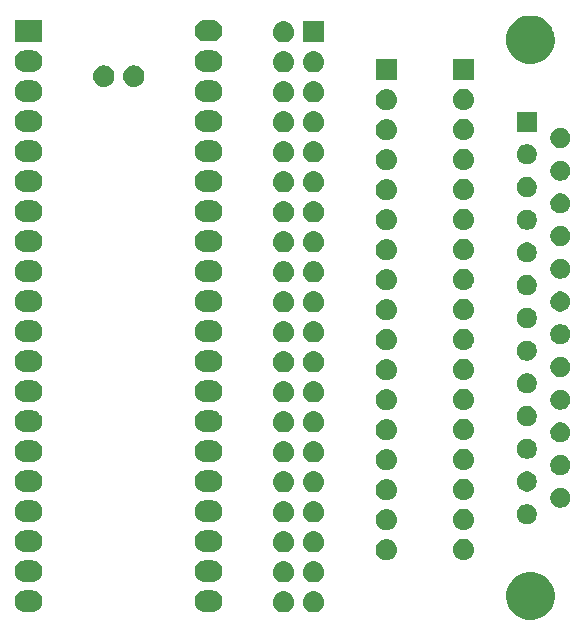
<source format=gbr>
G04 #@! TF.GenerationSoftware,KiCad,Pcbnew,(5.0.2)-1*
G04 #@! TF.CreationDate,2020-05-04T12:03:43+03:00*
G04 #@! TF.ProjectId,GrblCnc3040,4772626c-436e-4633-9330-34302e6b6963,rev?*
G04 #@! TF.SameCoordinates,Original*
G04 #@! TF.FileFunction,Soldermask,Top*
G04 #@! TF.FilePolarity,Negative*
%FSLAX46Y46*%
G04 Gerber Fmt 4.6, Leading zero omitted, Abs format (unit mm)*
G04 Created by KiCad (PCBNEW (5.0.2)-1) date 04/05/2020 12:03:43*
%MOMM*%
%LPD*%
G01*
G04 APERTURE LIST*
%ADD10C,0.100000*%
G04 APERTURE END LIST*
D10*
G36*
X222798252Y-96597818D02*
X222798254Y-96597819D01*
X222798255Y-96597819D01*
X223171513Y-96752427D01*
X223502905Y-96973857D01*
X223507439Y-96976886D01*
X223793114Y-97262561D01*
X223793116Y-97262564D01*
X224017573Y-97598487D01*
X224172181Y-97971745D01*
X224172182Y-97971748D01*
X224251000Y-98367993D01*
X224251000Y-98772007D01*
X224193715Y-99060000D01*
X224172181Y-99168255D01*
X224017573Y-99541513D01*
X223805924Y-99858268D01*
X223793114Y-99877439D01*
X223507439Y-100163114D01*
X223507436Y-100163116D01*
X223171513Y-100387573D01*
X222798255Y-100542181D01*
X222798254Y-100542181D01*
X222798252Y-100542182D01*
X222402007Y-100621000D01*
X221997993Y-100621000D01*
X221601748Y-100542182D01*
X221601746Y-100542181D01*
X221601745Y-100542181D01*
X221228487Y-100387573D01*
X220892564Y-100163116D01*
X220892561Y-100163114D01*
X220606886Y-99877439D01*
X220594076Y-99858268D01*
X220382427Y-99541513D01*
X220227819Y-99168255D01*
X220206286Y-99060000D01*
X220149000Y-98772007D01*
X220149000Y-98367993D01*
X220227818Y-97971748D01*
X220227819Y-97971745D01*
X220382427Y-97598487D01*
X220606884Y-97262564D01*
X220606886Y-97262561D01*
X220892561Y-96976886D01*
X220897095Y-96973857D01*
X221228487Y-96752427D01*
X221601745Y-96597819D01*
X221601746Y-96597819D01*
X221601748Y-96597818D01*
X221997993Y-96519000D01*
X222402007Y-96519000D01*
X222798252Y-96597818D01*
X222798252Y-96597818D01*
G37*
G36*
X203945443Y-98165519D02*
X204011627Y-98172037D01*
X204124853Y-98206384D01*
X204181467Y-98223557D01*
X204320087Y-98297652D01*
X204337991Y-98307222D01*
X204373729Y-98336552D01*
X204475186Y-98419814D01*
X204539856Y-98498616D01*
X204587778Y-98557009D01*
X204587779Y-98557011D01*
X204671443Y-98713533D01*
X204671443Y-98713534D01*
X204722963Y-98883373D01*
X204740359Y-99060000D01*
X204722963Y-99236627D01*
X204688616Y-99349853D01*
X204671443Y-99406467D01*
X204610873Y-99519783D01*
X204587778Y-99562991D01*
X204558448Y-99598729D01*
X204475186Y-99700186D01*
X204386046Y-99773340D01*
X204337991Y-99812778D01*
X204337989Y-99812779D01*
X204181467Y-99896443D01*
X204124853Y-99913616D01*
X204011627Y-99947963D01*
X203945443Y-99954481D01*
X203879260Y-99961000D01*
X203790740Y-99961000D01*
X203724557Y-99954481D01*
X203658373Y-99947963D01*
X203545147Y-99913616D01*
X203488533Y-99896443D01*
X203332011Y-99812779D01*
X203332009Y-99812778D01*
X203283954Y-99773340D01*
X203194814Y-99700186D01*
X203111552Y-99598729D01*
X203082222Y-99562991D01*
X203059127Y-99519783D01*
X202998557Y-99406467D01*
X202981384Y-99349853D01*
X202947037Y-99236627D01*
X202929641Y-99060000D01*
X202947037Y-98883373D01*
X202998557Y-98713534D01*
X202998557Y-98713533D01*
X203082221Y-98557011D01*
X203082222Y-98557009D01*
X203130144Y-98498616D01*
X203194814Y-98419814D01*
X203296271Y-98336552D01*
X203332009Y-98307222D01*
X203349913Y-98297652D01*
X203488533Y-98223557D01*
X203545147Y-98206384D01*
X203658373Y-98172037D01*
X203724557Y-98165519D01*
X203790740Y-98159000D01*
X203879260Y-98159000D01*
X203945443Y-98165519D01*
X203945443Y-98165519D01*
G37*
G36*
X201405443Y-98165519D02*
X201471627Y-98172037D01*
X201584853Y-98206384D01*
X201641467Y-98223557D01*
X201780087Y-98297652D01*
X201797991Y-98307222D01*
X201833729Y-98336552D01*
X201935186Y-98419814D01*
X201999856Y-98498616D01*
X202047778Y-98557009D01*
X202047779Y-98557011D01*
X202131443Y-98713533D01*
X202131443Y-98713534D01*
X202182963Y-98883373D01*
X202200359Y-99060000D01*
X202182963Y-99236627D01*
X202148616Y-99349853D01*
X202131443Y-99406467D01*
X202070873Y-99519783D01*
X202047778Y-99562991D01*
X202018448Y-99598729D01*
X201935186Y-99700186D01*
X201846046Y-99773340D01*
X201797991Y-99812778D01*
X201797989Y-99812779D01*
X201641467Y-99896443D01*
X201584853Y-99913616D01*
X201471627Y-99947963D01*
X201405443Y-99954481D01*
X201339260Y-99961000D01*
X201250740Y-99961000D01*
X201184557Y-99954481D01*
X201118373Y-99947963D01*
X201005147Y-99913616D01*
X200948533Y-99896443D01*
X200792011Y-99812779D01*
X200792009Y-99812778D01*
X200743954Y-99773340D01*
X200654814Y-99700186D01*
X200571552Y-99598729D01*
X200542222Y-99562991D01*
X200519127Y-99519783D01*
X200458557Y-99406467D01*
X200441384Y-99349853D01*
X200407037Y-99236627D01*
X200389641Y-99060000D01*
X200407037Y-98883373D01*
X200458557Y-98713534D01*
X200458557Y-98713533D01*
X200542221Y-98557011D01*
X200542222Y-98557009D01*
X200590144Y-98498616D01*
X200654814Y-98419814D01*
X200756271Y-98336552D01*
X200792009Y-98307222D01*
X200809913Y-98297652D01*
X200948533Y-98223557D01*
X201005147Y-98206384D01*
X201118373Y-98172037D01*
X201184557Y-98165519D01*
X201250740Y-98159000D01*
X201339260Y-98159000D01*
X201405443Y-98165519D01*
X201405443Y-98165519D01*
G37*
G36*
X195385694Y-98107833D02*
X195558094Y-98160131D01*
X195558096Y-98160132D01*
X195716983Y-98245059D01*
X195716985Y-98245060D01*
X195716984Y-98245060D01*
X195856249Y-98359351D01*
X195970540Y-98498616D01*
X196055469Y-98657506D01*
X196107767Y-98829906D01*
X196125425Y-99009200D01*
X196107767Y-99188494D01*
X196055469Y-99360894D01*
X196055468Y-99360896D01*
X195970541Y-99519783D01*
X195856249Y-99659049D01*
X195716983Y-99773341D01*
X195558096Y-99858268D01*
X195558094Y-99858269D01*
X195385694Y-99910567D01*
X195251331Y-99923800D01*
X194638669Y-99923800D01*
X194504306Y-99910567D01*
X194331906Y-99858269D01*
X194331904Y-99858268D01*
X194173017Y-99773341D01*
X194033751Y-99659049D01*
X193919459Y-99519783D01*
X193834532Y-99360896D01*
X193834531Y-99360894D01*
X193782233Y-99188494D01*
X193764575Y-99009200D01*
X193782233Y-98829906D01*
X193834531Y-98657506D01*
X193919460Y-98498616D01*
X194033751Y-98359351D01*
X194173016Y-98245060D01*
X194173015Y-98245060D01*
X194173017Y-98245059D01*
X194331904Y-98160132D01*
X194331906Y-98160131D01*
X194504306Y-98107833D01*
X194638669Y-98094600D01*
X195251331Y-98094600D01*
X195385694Y-98107833D01*
X195385694Y-98107833D01*
G37*
G36*
X180145694Y-98107833D02*
X180318094Y-98160131D01*
X180318096Y-98160132D01*
X180476983Y-98245059D01*
X180476985Y-98245060D01*
X180476984Y-98245060D01*
X180616249Y-98359351D01*
X180730540Y-98498616D01*
X180815469Y-98657506D01*
X180867767Y-98829906D01*
X180885425Y-99009200D01*
X180867767Y-99188494D01*
X180815469Y-99360894D01*
X180815468Y-99360896D01*
X180730541Y-99519783D01*
X180616249Y-99659049D01*
X180476983Y-99773341D01*
X180318096Y-99858268D01*
X180318094Y-99858269D01*
X180145694Y-99910567D01*
X180011331Y-99923800D01*
X179398669Y-99923800D01*
X179264306Y-99910567D01*
X179091906Y-99858269D01*
X179091904Y-99858268D01*
X178933017Y-99773341D01*
X178793751Y-99659049D01*
X178679459Y-99519783D01*
X178594532Y-99360896D01*
X178594531Y-99360894D01*
X178542233Y-99188494D01*
X178524575Y-99009200D01*
X178542233Y-98829906D01*
X178594531Y-98657506D01*
X178679460Y-98498616D01*
X178793751Y-98359351D01*
X178933016Y-98245060D01*
X178933015Y-98245060D01*
X178933017Y-98245059D01*
X179091904Y-98160132D01*
X179091906Y-98160131D01*
X179264306Y-98107833D01*
X179398669Y-98094600D01*
X180011331Y-98094600D01*
X180145694Y-98107833D01*
X180145694Y-98107833D01*
G37*
G36*
X201405442Y-95625518D02*
X201471627Y-95632037D01*
X201584853Y-95666384D01*
X201641467Y-95683557D01*
X201780087Y-95757652D01*
X201797991Y-95767222D01*
X201833729Y-95796552D01*
X201935186Y-95879814D01*
X201999856Y-95958616D01*
X202047778Y-96017009D01*
X202047779Y-96017011D01*
X202131443Y-96173533D01*
X202131443Y-96173534D01*
X202182963Y-96343373D01*
X202200359Y-96520000D01*
X202182963Y-96696627D01*
X202166036Y-96752427D01*
X202131443Y-96866467D01*
X202072423Y-96976884D01*
X202047778Y-97022991D01*
X202018448Y-97058729D01*
X201935186Y-97160186D01*
X201846046Y-97233340D01*
X201797991Y-97272778D01*
X201797989Y-97272779D01*
X201641467Y-97356443D01*
X201584853Y-97373616D01*
X201471627Y-97407963D01*
X201405442Y-97414482D01*
X201339260Y-97421000D01*
X201250740Y-97421000D01*
X201184558Y-97414482D01*
X201118373Y-97407963D01*
X201005147Y-97373616D01*
X200948533Y-97356443D01*
X200792011Y-97272779D01*
X200792009Y-97272778D01*
X200743954Y-97233340D01*
X200654814Y-97160186D01*
X200571552Y-97058729D01*
X200542222Y-97022991D01*
X200517577Y-96976884D01*
X200458557Y-96866467D01*
X200423964Y-96752427D01*
X200407037Y-96696627D01*
X200389641Y-96520000D01*
X200407037Y-96343373D01*
X200458557Y-96173534D01*
X200458557Y-96173533D01*
X200542221Y-96017011D01*
X200542222Y-96017009D01*
X200590144Y-95958616D01*
X200654814Y-95879814D01*
X200756271Y-95796552D01*
X200792009Y-95767222D01*
X200809913Y-95757652D01*
X200948533Y-95683557D01*
X201005147Y-95666384D01*
X201118373Y-95632037D01*
X201184558Y-95625518D01*
X201250740Y-95619000D01*
X201339260Y-95619000D01*
X201405442Y-95625518D01*
X201405442Y-95625518D01*
G37*
G36*
X203945442Y-95625518D02*
X204011627Y-95632037D01*
X204124853Y-95666384D01*
X204181467Y-95683557D01*
X204320087Y-95757652D01*
X204337991Y-95767222D01*
X204373729Y-95796552D01*
X204475186Y-95879814D01*
X204539856Y-95958616D01*
X204587778Y-96017009D01*
X204587779Y-96017011D01*
X204671443Y-96173533D01*
X204671443Y-96173534D01*
X204722963Y-96343373D01*
X204740359Y-96520000D01*
X204722963Y-96696627D01*
X204706036Y-96752427D01*
X204671443Y-96866467D01*
X204612423Y-96976884D01*
X204587778Y-97022991D01*
X204558448Y-97058729D01*
X204475186Y-97160186D01*
X204386046Y-97233340D01*
X204337991Y-97272778D01*
X204337989Y-97272779D01*
X204181467Y-97356443D01*
X204124853Y-97373616D01*
X204011627Y-97407963D01*
X203945442Y-97414482D01*
X203879260Y-97421000D01*
X203790740Y-97421000D01*
X203724558Y-97414482D01*
X203658373Y-97407963D01*
X203545147Y-97373616D01*
X203488533Y-97356443D01*
X203332011Y-97272779D01*
X203332009Y-97272778D01*
X203283954Y-97233340D01*
X203194814Y-97160186D01*
X203111552Y-97058729D01*
X203082222Y-97022991D01*
X203057577Y-96976884D01*
X202998557Y-96866467D01*
X202963964Y-96752427D01*
X202947037Y-96696627D01*
X202929641Y-96520000D01*
X202947037Y-96343373D01*
X202998557Y-96173534D01*
X202998557Y-96173533D01*
X203082221Y-96017011D01*
X203082222Y-96017009D01*
X203130144Y-95958616D01*
X203194814Y-95879814D01*
X203296271Y-95796552D01*
X203332009Y-95767222D01*
X203349913Y-95757652D01*
X203488533Y-95683557D01*
X203545147Y-95666384D01*
X203658373Y-95632037D01*
X203724558Y-95625518D01*
X203790740Y-95619000D01*
X203879260Y-95619000D01*
X203945442Y-95625518D01*
X203945442Y-95625518D01*
G37*
G36*
X195385694Y-95567833D02*
X195558094Y-95620131D01*
X195558096Y-95620132D01*
X195716983Y-95705059D01*
X195716985Y-95705060D01*
X195716984Y-95705060D01*
X195856249Y-95819351D01*
X195970540Y-95958616D01*
X196055469Y-96117506D01*
X196107767Y-96289906D01*
X196125425Y-96469200D01*
X196107767Y-96648494D01*
X196076238Y-96752428D01*
X196055468Y-96820896D01*
X195970541Y-96979783D01*
X195856249Y-97119049D01*
X195716983Y-97233341D01*
X195558096Y-97318268D01*
X195558094Y-97318269D01*
X195385694Y-97370567D01*
X195251331Y-97383800D01*
X194638669Y-97383800D01*
X194504306Y-97370567D01*
X194331906Y-97318269D01*
X194331904Y-97318268D01*
X194173017Y-97233341D01*
X194033751Y-97119049D01*
X193919459Y-96979783D01*
X193834532Y-96820896D01*
X193813762Y-96752428D01*
X193782233Y-96648494D01*
X193764575Y-96469200D01*
X193782233Y-96289906D01*
X193834531Y-96117506D01*
X193919460Y-95958616D01*
X194033751Y-95819351D01*
X194173016Y-95705060D01*
X194173015Y-95705060D01*
X194173017Y-95705059D01*
X194331904Y-95620132D01*
X194331906Y-95620131D01*
X194504306Y-95567833D01*
X194638669Y-95554600D01*
X195251331Y-95554600D01*
X195385694Y-95567833D01*
X195385694Y-95567833D01*
G37*
G36*
X180145694Y-95567833D02*
X180318094Y-95620131D01*
X180318096Y-95620132D01*
X180476983Y-95705059D01*
X180476985Y-95705060D01*
X180476984Y-95705060D01*
X180616249Y-95819351D01*
X180730540Y-95958616D01*
X180815469Y-96117506D01*
X180867767Y-96289906D01*
X180885425Y-96469200D01*
X180867767Y-96648494D01*
X180836238Y-96752428D01*
X180815468Y-96820896D01*
X180730541Y-96979783D01*
X180616249Y-97119049D01*
X180476983Y-97233341D01*
X180318096Y-97318268D01*
X180318094Y-97318269D01*
X180145694Y-97370567D01*
X180011331Y-97383800D01*
X179398669Y-97383800D01*
X179264306Y-97370567D01*
X179091906Y-97318269D01*
X179091904Y-97318268D01*
X178933017Y-97233341D01*
X178793751Y-97119049D01*
X178679459Y-96979783D01*
X178594532Y-96820896D01*
X178573762Y-96752428D01*
X178542233Y-96648494D01*
X178524575Y-96469200D01*
X178542233Y-96289906D01*
X178594531Y-96117506D01*
X178679460Y-95958616D01*
X178793751Y-95819351D01*
X178933016Y-95705060D01*
X178933015Y-95705060D01*
X178933017Y-95705059D01*
X179091904Y-95620132D01*
X179091906Y-95620131D01*
X179264306Y-95567833D01*
X179398669Y-95554600D01*
X180011331Y-95554600D01*
X180145694Y-95567833D01*
X180145694Y-95567833D01*
G37*
G36*
X210110442Y-93745518D02*
X210176627Y-93752037D01*
X210289853Y-93786384D01*
X210346467Y-93803557D01*
X210456218Y-93862221D01*
X210502991Y-93887222D01*
X210538729Y-93916552D01*
X210640186Y-93999814D01*
X210723448Y-94101271D01*
X210752778Y-94137009D01*
X210752779Y-94137011D01*
X210836443Y-94293533D01*
X210836443Y-94293534D01*
X210887963Y-94463373D01*
X210905359Y-94640000D01*
X210887963Y-94816627D01*
X210853616Y-94929853D01*
X210836443Y-94986467D01*
X210766142Y-95117989D01*
X210752778Y-95142991D01*
X210723448Y-95178729D01*
X210640186Y-95280186D01*
X210538729Y-95363448D01*
X210502991Y-95392778D01*
X210502989Y-95392779D01*
X210346467Y-95476443D01*
X210289853Y-95493616D01*
X210176627Y-95527963D01*
X210110443Y-95534481D01*
X210044260Y-95541000D01*
X209955740Y-95541000D01*
X209889557Y-95534481D01*
X209823373Y-95527963D01*
X209710147Y-95493616D01*
X209653533Y-95476443D01*
X209497011Y-95392779D01*
X209497009Y-95392778D01*
X209461271Y-95363448D01*
X209359814Y-95280186D01*
X209276552Y-95178729D01*
X209247222Y-95142991D01*
X209233858Y-95117989D01*
X209163557Y-94986467D01*
X209146384Y-94929853D01*
X209112037Y-94816627D01*
X209094641Y-94640000D01*
X209112037Y-94463373D01*
X209163557Y-94293534D01*
X209163557Y-94293533D01*
X209247221Y-94137011D01*
X209247222Y-94137009D01*
X209276552Y-94101271D01*
X209359814Y-93999814D01*
X209461271Y-93916552D01*
X209497009Y-93887222D01*
X209543782Y-93862221D01*
X209653533Y-93803557D01*
X209710147Y-93786384D01*
X209823373Y-93752037D01*
X209889558Y-93745518D01*
X209955740Y-93739000D01*
X210044260Y-93739000D01*
X210110442Y-93745518D01*
X210110442Y-93745518D01*
G37*
G36*
X216645443Y-93720519D02*
X216711627Y-93727037D01*
X216787019Y-93749907D01*
X216881467Y-93778557D01*
X217020087Y-93852652D01*
X217037991Y-93862222D01*
X217068452Y-93887221D01*
X217175186Y-93974814D01*
X217258448Y-94076271D01*
X217287778Y-94112009D01*
X217287779Y-94112011D01*
X217371443Y-94268533D01*
X217379027Y-94293534D01*
X217422963Y-94438373D01*
X217440359Y-94615000D01*
X217422963Y-94791627D01*
X217399807Y-94867963D01*
X217371443Y-94961467D01*
X217358080Y-94986467D01*
X217287778Y-95117991D01*
X217267261Y-95142991D01*
X217175186Y-95255186D01*
X217073729Y-95338448D01*
X217037991Y-95367778D01*
X217037989Y-95367779D01*
X216881467Y-95451443D01*
X216824853Y-95468616D01*
X216711627Y-95502963D01*
X216645443Y-95509481D01*
X216579260Y-95516000D01*
X216490740Y-95516000D01*
X216424557Y-95509481D01*
X216358373Y-95502963D01*
X216245147Y-95468616D01*
X216188533Y-95451443D01*
X216032011Y-95367779D01*
X216032009Y-95367778D01*
X215996271Y-95338448D01*
X215894814Y-95255186D01*
X215802739Y-95142991D01*
X215782222Y-95117991D01*
X215711920Y-94986467D01*
X215698557Y-94961467D01*
X215670193Y-94867963D01*
X215647037Y-94791627D01*
X215629641Y-94615000D01*
X215647037Y-94438373D01*
X215690973Y-94293534D01*
X215698557Y-94268533D01*
X215782221Y-94112011D01*
X215782222Y-94112009D01*
X215811552Y-94076271D01*
X215894814Y-93974814D01*
X216001548Y-93887221D01*
X216032009Y-93862222D01*
X216049913Y-93852652D01*
X216188533Y-93778557D01*
X216282981Y-93749907D01*
X216358373Y-93727037D01*
X216424558Y-93720518D01*
X216490740Y-93714000D01*
X216579260Y-93714000D01*
X216645443Y-93720519D01*
X216645443Y-93720519D01*
G37*
G36*
X201405443Y-93085519D02*
X201471627Y-93092037D01*
X201584853Y-93126384D01*
X201641467Y-93143557D01*
X201780087Y-93217652D01*
X201797991Y-93227222D01*
X201833729Y-93256552D01*
X201935186Y-93339814D01*
X201999856Y-93418616D01*
X202047778Y-93477009D01*
X202047779Y-93477011D01*
X202131443Y-93633533D01*
X202131443Y-93633534D01*
X202182963Y-93803373D01*
X202200359Y-93980000D01*
X202182963Y-94156627D01*
X202149017Y-94268533D01*
X202131443Y-94326467D01*
X202071627Y-94438373D01*
X202047778Y-94482991D01*
X202018448Y-94518729D01*
X201935186Y-94620186D01*
X201846046Y-94693340D01*
X201797991Y-94732778D01*
X201797989Y-94732779D01*
X201641467Y-94816443D01*
X201584853Y-94833616D01*
X201471627Y-94867963D01*
X201405443Y-94874481D01*
X201339260Y-94881000D01*
X201250740Y-94881000D01*
X201184557Y-94874481D01*
X201118373Y-94867963D01*
X201005147Y-94833616D01*
X200948533Y-94816443D01*
X200792011Y-94732779D01*
X200792009Y-94732778D01*
X200743954Y-94693340D01*
X200654814Y-94620186D01*
X200571552Y-94518729D01*
X200542222Y-94482991D01*
X200518373Y-94438373D01*
X200458557Y-94326467D01*
X200440983Y-94268533D01*
X200407037Y-94156627D01*
X200389641Y-93980000D01*
X200407037Y-93803373D01*
X200458557Y-93633534D01*
X200458557Y-93633533D01*
X200542221Y-93477011D01*
X200542222Y-93477009D01*
X200590144Y-93418616D01*
X200654814Y-93339814D01*
X200756271Y-93256552D01*
X200792009Y-93227222D01*
X200809913Y-93217652D01*
X200948533Y-93143557D01*
X201005147Y-93126384D01*
X201118373Y-93092037D01*
X201184557Y-93085519D01*
X201250740Y-93079000D01*
X201339260Y-93079000D01*
X201405443Y-93085519D01*
X201405443Y-93085519D01*
G37*
G36*
X203945443Y-93085519D02*
X204011627Y-93092037D01*
X204124853Y-93126384D01*
X204181467Y-93143557D01*
X204320087Y-93217652D01*
X204337991Y-93227222D01*
X204373729Y-93256552D01*
X204475186Y-93339814D01*
X204539856Y-93418616D01*
X204587778Y-93477009D01*
X204587779Y-93477011D01*
X204671443Y-93633533D01*
X204671443Y-93633534D01*
X204722963Y-93803373D01*
X204740359Y-93980000D01*
X204722963Y-94156627D01*
X204689017Y-94268533D01*
X204671443Y-94326467D01*
X204611627Y-94438373D01*
X204587778Y-94482991D01*
X204558448Y-94518729D01*
X204475186Y-94620186D01*
X204386046Y-94693340D01*
X204337991Y-94732778D01*
X204337989Y-94732779D01*
X204181467Y-94816443D01*
X204124853Y-94833616D01*
X204011627Y-94867963D01*
X203945443Y-94874481D01*
X203879260Y-94881000D01*
X203790740Y-94881000D01*
X203724557Y-94874481D01*
X203658373Y-94867963D01*
X203545147Y-94833616D01*
X203488533Y-94816443D01*
X203332011Y-94732779D01*
X203332009Y-94732778D01*
X203283954Y-94693340D01*
X203194814Y-94620186D01*
X203111552Y-94518729D01*
X203082222Y-94482991D01*
X203058373Y-94438373D01*
X202998557Y-94326467D01*
X202980983Y-94268533D01*
X202947037Y-94156627D01*
X202929641Y-93980000D01*
X202947037Y-93803373D01*
X202998557Y-93633534D01*
X202998557Y-93633533D01*
X203082221Y-93477011D01*
X203082222Y-93477009D01*
X203130144Y-93418616D01*
X203194814Y-93339814D01*
X203296271Y-93256552D01*
X203332009Y-93227222D01*
X203349913Y-93217652D01*
X203488533Y-93143557D01*
X203545147Y-93126384D01*
X203658373Y-93092037D01*
X203724557Y-93085519D01*
X203790740Y-93079000D01*
X203879260Y-93079000D01*
X203945443Y-93085519D01*
X203945443Y-93085519D01*
G37*
G36*
X180145694Y-93027833D02*
X180318094Y-93080131D01*
X180318096Y-93080132D01*
X180476983Y-93165059D01*
X180476985Y-93165060D01*
X180476984Y-93165060D01*
X180616249Y-93279351D01*
X180730540Y-93418616D01*
X180815469Y-93577506D01*
X180867767Y-93749906D01*
X180885425Y-93929200D01*
X180867767Y-94108494D01*
X180819218Y-94268534D01*
X180815468Y-94280896D01*
X180730541Y-94439783D01*
X180616249Y-94579049D01*
X180476983Y-94693341D01*
X180318096Y-94778268D01*
X180318094Y-94778269D01*
X180145694Y-94830567D01*
X180011331Y-94843800D01*
X179398669Y-94843800D01*
X179264306Y-94830567D01*
X179091906Y-94778269D01*
X179091904Y-94778268D01*
X178933017Y-94693341D01*
X178793751Y-94579049D01*
X178679459Y-94439783D01*
X178594532Y-94280896D01*
X178590782Y-94268534D01*
X178542233Y-94108494D01*
X178524575Y-93929200D01*
X178542233Y-93749906D01*
X178594531Y-93577506D01*
X178679460Y-93418616D01*
X178793751Y-93279351D01*
X178933016Y-93165060D01*
X178933015Y-93165060D01*
X178933017Y-93165059D01*
X179091904Y-93080132D01*
X179091906Y-93080131D01*
X179264306Y-93027833D01*
X179398669Y-93014600D01*
X180011331Y-93014600D01*
X180145694Y-93027833D01*
X180145694Y-93027833D01*
G37*
G36*
X195385694Y-93027833D02*
X195558094Y-93080131D01*
X195558096Y-93080132D01*
X195716983Y-93165059D01*
X195716985Y-93165060D01*
X195716984Y-93165060D01*
X195856249Y-93279351D01*
X195970540Y-93418616D01*
X196055469Y-93577506D01*
X196107767Y-93749906D01*
X196125425Y-93929200D01*
X196107767Y-94108494D01*
X196059218Y-94268534D01*
X196055468Y-94280896D01*
X195970541Y-94439783D01*
X195856249Y-94579049D01*
X195716983Y-94693341D01*
X195558096Y-94778268D01*
X195558094Y-94778269D01*
X195385694Y-94830567D01*
X195251331Y-94843800D01*
X194638669Y-94843800D01*
X194504306Y-94830567D01*
X194331906Y-94778269D01*
X194331904Y-94778268D01*
X194173017Y-94693341D01*
X194033751Y-94579049D01*
X193919459Y-94439783D01*
X193834532Y-94280896D01*
X193830782Y-94268534D01*
X193782233Y-94108494D01*
X193764575Y-93929200D01*
X193782233Y-93749906D01*
X193834531Y-93577506D01*
X193919460Y-93418616D01*
X194033751Y-93279351D01*
X194173016Y-93165060D01*
X194173015Y-93165060D01*
X194173017Y-93165059D01*
X194331904Y-93080132D01*
X194331906Y-93080131D01*
X194504306Y-93027833D01*
X194638669Y-93014600D01*
X195251331Y-93014600D01*
X195385694Y-93027833D01*
X195385694Y-93027833D01*
G37*
G36*
X210110443Y-91205519D02*
X210176627Y-91212037D01*
X210289853Y-91246384D01*
X210346467Y-91263557D01*
X210456218Y-91322221D01*
X210502991Y-91347222D01*
X210538729Y-91376552D01*
X210640186Y-91459814D01*
X210719274Y-91556184D01*
X210752778Y-91597009D01*
X210752779Y-91597011D01*
X210836443Y-91753533D01*
X210836443Y-91753534D01*
X210887963Y-91923373D01*
X210905359Y-92100000D01*
X210887963Y-92276627D01*
X210853616Y-92389853D01*
X210836443Y-92446467D01*
X210812639Y-92491000D01*
X210752778Y-92602991D01*
X210723448Y-92638729D01*
X210640186Y-92740186D01*
X210538729Y-92823448D01*
X210502991Y-92852778D01*
X210502989Y-92852779D01*
X210346467Y-92936443D01*
X210289853Y-92953616D01*
X210176627Y-92987963D01*
X210110442Y-92994482D01*
X210044260Y-93001000D01*
X209955740Y-93001000D01*
X209889558Y-92994482D01*
X209823373Y-92987963D01*
X209710147Y-92953616D01*
X209653533Y-92936443D01*
X209497011Y-92852779D01*
X209497009Y-92852778D01*
X209461271Y-92823448D01*
X209359814Y-92740186D01*
X209276552Y-92638729D01*
X209247222Y-92602991D01*
X209187361Y-92491000D01*
X209163557Y-92446467D01*
X209146384Y-92389853D01*
X209112037Y-92276627D01*
X209094641Y-92100000D01*
X209112037Y-91923373D01*
X209163557Y-91753534D01*
X209163557Y-91753533D01*
X209247221Y-91597011D01*
X209247222Y-91597009D01*
X209280726Y-91556184D01*
X209359814Y-91459814D01*
X209461271Y-91376552D01*
X209497009Y-91347222D01*
X209543782Y-91322221D01*
X209653533Y-91263557D01*
X209710147Y-91246384D01*
X209823373Y-91212037D01*
X209889557Y-91205519D01*
X209955740Y-91199000D01*
X210044260Y-91199000D01*
X210110443Y-91205519D01*
X210110443Y-91205519D01*
G37*
G36*
X216645442Y-91180518D02*
X216711627Y-91187037D01*
X216787019Y-91209907D01*
X216881467Y-91238557D01*
X217020087Y-91312652D01*
X217037991Y-91322222D01*
X217068452Y-91347221D01*
X217175186Y-91434814D01*
X217258448Y-91536271D01*
X217287778Y-91572009D01*
X217287779Y-91572011D01*
X217371443Y-91728533D01*
X217379027Y-91753534D01*
X217422963Y-91898373D01*
X217440359Y-92075000D01*
X217422963Y-92251627D01*
X217399807Y-92327963D01*
X217371443Y-92421467D01*
X217334276Y-92491000D01*
X217287778Y-92577991D01*
X217267261Y-92602991D01*
X217175186Y-92715186D01*
X217073729Y-92798448D01*
X217037991Y-92827778D01*
X217037989Y-92827779D01*
X216881467Y-92911443D01*
X216824853Y-92928616D01*
X216711627Y-92962963D01*
X216645442Y-92969482D01*
X216579260Y-92976000D01*
X216490740Y-92976000D01*
X216424558Y-92969482D01*
X216358373Y-92962963D01*
X216245147Y-92928616D01*
X216188533Y-92911443D01*
X216032011Y-92827779D01*
X216032009Y-92827778D01*
X215996271Y-92798448D01*
X215894814Y-92715186D01*
X215802739Y-92602991D01*
X215782222Y-92577991D01*
X215735724Y-92491000D01*
X215698557Y-92421467D01*
X215670193Y-92327963D01*
X215647037Y-92251627D01*
X215629641Y-92075000D01*
X215647037Y-91898373D01*
X215690973Y-91753534D01*
X215698557Y-91728533D01*
X215782221Y-91572011D01*
X215782222Y-91572009D01*
X215811552Y-91536271D01*
X215894814Y-91434814D01*
X216001548Y-91347221D01*
X216032009Y-91322222D01*
X216049913Y-91312652D01*
X216188533Y-91238557D01*
X216282981Y-91209907D01*
X216358373Y-91187037D01*
X216424558Y-91180518D01*
X216490740Y-91174000D01*
X216579260Y-91174000D01*
X216645442Y-91180518D01*
X216645442Y-91180518D01*
G37*
G36*
X222148228Y-90821703D02*
X222303100Y-90885853D01*
X222442481Y-90978985D01*
X222561015Y-91097519D01*
X222654147Y-91236900D01*
X222718297Y-91391772D01*
X222751000Y-91556184D01*
X222751000Y-91723816D01*
X222718297Y-91888228D01*
X222654147Y-92043100D01*
X222561015Y-92182481D01*
X222442481Y-92301015D01*
X222303100Y-92394147D01*
X222148228Y-92458297D01*
X221983816Y-92491000D01*
X221816184Y-92491000D01*
X221651772Y-92458297D01*
X221496900Y-92394147D01*
X221357519Y-92301015D01*
X221238985Y-92182481D01*
X221145853Y-92043100D01*
X221081703Y-91888228D01*
X221049000Y-91723816D01*
X221049000Y-91556184D01*
X221081703Y-91391772D01*
X221145853Y-91236900D01*
X221238985Y-91097519D01*
X221357519Y-90978985D01*
X221496900Y-90885853D01*
X221651772Y-90821703D01*
X221816184Y-90789000D01*
X221983816Y-90789000D01*
X222148228Y-90821703D01*
X222148228Y-90821703D01*
G37*
G36*
X203945443Y-90545519D02*
X204011627Y-90552037D01*
X204124853Y-90586384D01*
X204181467Y-90603557D01*
X204283508Y-90658100D01*
X204337991Y-90687222D01*
X204373729Y-90716552D01*
X204475186Y-90799814D01*
X204539856Y-90878616D01*
X204587778Y-90937009D01*
X204587779Y-90937011D01*
X204671443Y-91093533D01*
X204671443Y-91093534D01*
X204722963Y-91263373D01*
X204740359Y-91440000D01*
X204722963Y-91616627D01*
X204690448Y-91723816D01*
X204671443Y-91786467D01*
X204617050Y-91888228D01*
X204587778Y-91942991D01*
X204558448Y-91978729D01*
X204475186Y-92080186D01*
X204386046Y-92153340D01*
X204337991Y-92192778D01*
X204337989Y-92192779D01*
X204181467Y-92276443D01*
X204124853Y-92293616D01*
X204011627Y-92327963D01*
X203945443Y-92334481D01*
X203879260Y-92341000D01*
X203790740Y-92341000D01*
X203724557Y-92334481D01*
X203658373Y-92327963D01*
X203545147Y-92293616D01*
X203488533Y-92276443D01*
X203332011Y-92192779D01*
X203332009Y-92192778D01*
X203283954Y-92153340D01*
X203194814Y-92080186D01*
X203111552Y-91978729D01*
X203082222Y-91942991D01*
X203052950Y-91888228D01*
X202998557Y-91786467D01*
X202979552Y-91723816D01*
X202947037Y-91616627D01*
X202929641Y-91440000D01*
X202947037Y-91263373D01*
X202998557Y-91093534D01*
X202998557Y-91093533D01*
X203082221Y-90937011D01*
X203082222Y-90937009D01*
X203130144Y-90878616D01*
X203194814Y-90799814D01*
X203296271Y-90716552D01*
X203332009Y-90687222D01*
X203386492Y-90658100D01*
X203488533Y-90603557D01*
X203545147Y-90586384D01*
X203658373Y-90552037D01*
X203724558Y-90545518D01*
X203790740Y-90539000D01*
X203879260Y-90539000D01*
X203945443Y-90545519D01*
X203945443Y-90545519D01*
G37*
G36*
X201405443Y-90545519D02*
X201471627Y-90552037D01*
X201584853Y-90586384D01*
X201641467Y-90603557D01*
X201743508Y-90658100D01*
X201797991Y-90687222D01*
X201833729Y-90716552D01*
X201935186Y-90799814D01*
X201999856Y-90878616D01*
X202047778Y-90937009D01*
X202047779Y-90937011D01*
X202131443Y-91093533D01*
X202131443Y-91093534D01*
X202182963Y-91263373D01*
X202200359Y-91440000D01*
X202182963Y-91616627D01*
X202150448Y-91723816D01*
X202131443Y-91786467D01*
X202077050Y-91888228D01*
X202047778Y-91942991D01*
X202018448Y-91978729D01*
X201935186Y-92080186D01*
X201846046Y-92153340D01*
X201797991Y-92192778D01*
X201797989Y-92192779D01*
X201641467Y-92276443D01*
X201584853Y-92293616D01*
X201471627Y-92327963D01*
X201405443Y-92334481D01*
X201339260Y-92341000D01*
X201250740Y-92341000D01*
X201184557Y-92334481D01*
X201118373Y-92327963D01*
X201005147Y-92293616D01*
X200948533Y-92276443D01*
X200792011Y-92192779D01*
X200792009Y-92192778D01*
X200743954Y-92153340D01*
X200654814Y-92080186D01*
X200571552Y-91978729D01*
X200542222Y-91942991D01*
X200512950Y-91888228D01*
X200458557Y-91786467D01*
X200439552Y-91723816D01*
X200407037Y-91616627D01*
X200389641Y-91440000D01*
X200407037Y-91263373D01*
X200458557Y-91093534D01*
X200458557Y-91093533D01*
X200542221Y-90937011D01*
X200542222Y-90937009D01*
X200590144Y-90878616D01*
X200654814Y-90799814D01*
X200756271Y-90716552D01*
X200792009Y-90687222D01*
X200846492Y-90658100D01*
X200948533Y-90603557D01*
X201005147Y-90586384D01*
X201118373Y-90552037D01*
X201184558Y-90545518D01*
X201250740Y-90539000D01*
X201339260Y-90539000D01*
X201405443Y-90545519D01*
X201405443Y-90545519D01*
G37*
G36*
X195385694Y-90487833D02*
X195558094Y-90540131D01*
X195558096Y-90540132D01*
X195716983Y-90625059D01*
X195856249Y-90739351D01*
X195970541Y-90878617D01*
X196001752Y-90937009D01*
X196055469Y-91037506D01*
X196107767Y-91209906D01*
X196125425Y-91389200D01*
X196107767Y-91568494D01*
X196059218Y-91728534D01*
X196055468Y-91740896D01*
X195970541Y-91899783D01*
X195856249Y-92039049D01*
X195716983Y-92153341D01*
X195558096Y-92238268D01*
X195558094Y-92238269D01*
X195385694Y-92290567D01*
X195251331Y-92303800D01*
X194638669Y-92303800D01*
X194504306Y-92290567D01*
X194331906Y-92238269D01*
X194331904Y-92238268D01*
X194173017Y-92153341D01*
X194033751Y-92039049D01*
X193919459Y-91899783D01*
X193834532Y-91740896D01*
X193830782Y-91728534D01*
X193782233Y-91568494D01*
X193764575Y-91389200D01*
X193782233Y-91209906D01*
X193834531Y-91037506D01*
X193888248Y-90937009D01*
X193919459Y-90878617D01*
X194033751Y-90739351D01*
X194173017Y-90625059D01*
X194331904Y-90540132D01*
X194331906Y-90540131D01*
X194504306Y-90487833D01*
X194638669Y-90474600D01*
X195251331Y-90474600D01*
X195385694Y-90487833D01*
X195385694Y-90487833D01*
G37*
G36*
X180145694Y-90487833D02*
X180318094Y-90540131D01*
X180318096Y-90540132D01*
X180476983Y-90625059D01*
X180616249Y-90739351D01*
X180730541Y-90878617D01*
X180761752Y-90937009D01*
X180815469Y-91037506D01*
X180867767Y-91209906D01*
X180885425Y-91389200D01*
X180867767Y-91568494D01*
X180819218Y-91728534D01*
X180815468Y-91740896D01*
X180730541Y-91899783D01*
X180616249Y-92039049D01*
X180476983Y-92153341D01*
X180318096Y-92238268D01*
X180318094Y-92238269D01*
X180145694Y-92290567D01*
X180011331Y-92303800D01*
X179398669Y-92303800D01*
X179264306Y-92290567D01*
X179091906Y-92238269D01*
X179091904Y-92238268D01*
X178933017Y-92153341D01*
X178793751Y-92039049D01*
X178679459Y-91899783D01*
X178594532Y-91740896D01*
X178590782Y-91728534D01*
X178542233Y-91568494D01*
X178524575Y-91389200D01*
X178542233Y-91209906D01*
X178594531Y-91037506D01*
X178648248Y-90937009D01*
X178679459Y-90878617D01*
X178793751Y-90739351D01*
X178933017Y-90625059D01*
X179091904Y-90540132D01*
X179091906Y-90540131D01*
X179264306Y-90487833D01*
X179398669Y-90474600D01*
X180011331Y-90474600D01*
X180145694Y-90487833D01*
X180145694Y-90487833D01*
G37*
G36*
X224988228Y-89436703D02*
X225143100Y-89500853D01*
X225282481Y-89593985D01*
X225401015Y-89712519D01*
X225494147Y-89851900D01*
X225558297Y-90006772D01*
X225591000Y-90171184D01*
X225591000Y-90338816D01*
X225558297Y-90503228D01*
X225494147Y-90658100D01*
X225401015Y-90797481D01*
X225282481Y-90916015D01*
X225143100Y-91009147D01*
X224988228Y-91073297D01*
X224823816Y-91106000D01*
X224656184Y-91106000D01*
X224491772Y-91073297D01*
X224336900Y-91009147D01*
X224197519Y-90916015D01*
X224078985Y-90797481D01*
X223985853Y-90658100D01*
X223921703Y-90503228D01*
X223889000Y-90338816D01*
X223889000Y-90171184D01*
X223921703Y-90006772D01*
X223985853Y-89851900D01*
X224078985Y-89712519D01*
X224197519Y-89593985D01*
X224336900Y-89500853D01*
X224491772Y-89436703D01*
X224656184Y-89404000D01*
X224823816Y-89404000D01*
X224988228Y-89436703D01*
X224988228Y-89436703D01*
G37*
G36*
X210110442Y-88665518D02*
X210176627Y-88672037D01*
X210289853Y-88706384D01*
X210346467Y-88723557D01*
X210456218Y-88782221D01*
X210502991Y-88807222D01*
X210538729Y-88836552D01*
X210640186Y-88919814D01*
X210723448Y-89021271D01*
X210752778Y-89057009D01*
X210752779Y-89057011D01*
X210836443Y-89213533D01*
X210836443Y-89213534D01*
X210887963Y-89383373D01*
X210905359Y-89560000D01*
X210887963Y-89736627D01*
X210853616Y-89849853D01*
X210836443Y-89906467D01*
X210782828Y-90006772D01*
X210752778Y-90062991D01*
X210723448Y-90098729D01*
X210640186Y-90200186D01*
X210538729Y-90283448D01*
X210502991Y-90312778D01*
X210502989Y-90312779D01*
X210346467Y-90396443D01*
X210289853Y-90413616D01*
X210176627Y-90447963D01*
X210110443Y-90454481D01*
X210044260Y-90461000D01*
X209955740Y-90461000D01*
X209889557Y-90454481D01*
X209823373Y-90447963D01*
X209710147Y-90413616D01*
X209653533Y-90396443D01*
X209497011Y-90312779D01*
X209497009Y-90312778D01*
X209461271Y-90283448D01*
X209359814Y-90200186D01*
X209276552Y-90098729D01*
X209247222Y-90062991D01*
X209217172Y-90006772D01*
X209163557Y-89906467D01*
X209146384Y-89849853D01*
X209112037Y-89736627D01*
X209094641Y-89560000D01*
X209112037Y-89383373D01*
X209163557Y-89213534D01*
X209163557Y-89213533D01*
X209247221Y-89057011D01*
X209247222Y-89057009D01*
X209276552Y-89021271D01*
X209359814Y-88919814D01*
X209461271Y-88836552D01*
X209497009Y-88807222D01*
X209543782Y-88782221D01*
X209653533Y-88723557D01*
X209710147Y-88706384D01*
X209823373Y-88672037D01*
X209889558Y-88665518D01*
X209955740Y-88659000D01*
X210044260Y-88659000D01*
X210110442Y-88665518D01*
X210110442Y-88665518D01*
G37*
G36*
X216645443Y-88640519D02*
X216711627Y-88647037D01*
X216787019Y-88669907D01*
X216881467Y-88698557D01*
X217020087Y-88772652D01*
X217037991Y-88782222D01*
X217068452Y-88807221D01*
X217175186Y-88894814D01*
X217258448Y-88996271D01*
X217287778Y-89032009D01*
X217287779Y-89032011D01*
X217371443Y-89188533D01*
X217379027Y-89213534D01*
X217422963Y-89358373D01*
X217440359Y-89535000D01*
X217422963Y-89711627D01*
X217399807Y-89787963D01*
X217371443Y-89881467D01*
X217358080Y-89906467D01*
X217287778Y-90037991D01*
X217267261Y-90062991D01*
X217175186Y-90175186D01*
X217073729Y-90258448D01*
X217037991Y-90287778D01*
X217037989Y-90287779D01*
X216881467Y-90371443D01*
X216824853Y-90388616D01*
X216711627Y-90422963D01*
X216645443Y-90429481D01*
X216579260Y-90436000D01*
X216490740Y-90436000D01*
X216424557Y-90429481D01*
X216358373Y-90422963D01*
X216245147Y-90388616D01*
X216188533Y-90371443D01*
X216032011Y-90287779D01*
X216032009Y-90287778D01*
X215996271Y-90258448D01*
X215894814Y-90175186D01*
X215802739Y-90062991D01*
X215782222Y-90037991D01*
X215711920Y-89906467D01*
X215698557Y-89881467D01*
X215670193Y-89787963D01*
X215647037Y-89711627D01*
X215629641Y-89535000D01*
X215647037Y-89358373D01*
X215690973Y-89213534D01*
X215698557Y-89188533D01*
X215782221Y-89032011D01*
X215782222Y-89032009D01*
X215811552Y-88996271D01*
X215894814Y-88894814D01*
X216001548Y-88807221D01*
X216032009Y-88782222D01*
X216049913Y-88772652D01*
X216188533Y-88698557D01*
X216282981Y-88669907D01*
X216358373Y-88647037D01*
X216424557Y-88640519D01*
X216490740Y-88634000D01*
X216579260Y-88634000D01*
X216645443Y-88640519D01*
X216645443Y-88640519D01*
G37*
G36*
X203945443Y-88005519D02*
X204011627Y-88012037D01*
X204124853Y-88046384D01*
X204181467Y-88063557D01*
X204279304Y-88115853D01*
X204337991Y-88147222D01*
X204373729Y-88176552D01*
X204475186Y-88259814D01*
X204530749Y-88327519D01*
X204587778Y-88397009D01*
X204587779Y-88397011D01*
X204671443Y-88553533D01*
X204671443Y-88553534D01*
X204722963Y-88723373D01*
X204740359Y-88900000D01*
X204722963Y-89076627D01*
X204710343Y-89118228D01*
X204671443Y-89246467D01*
X204657207Y-89273100D01*
X204587778Y-89402991D01*
X204560111Y-89436703D01*
X204475186Y-89540186D01*
X204386046Y-89613340D01*
X204337991Y-89652778D01*
X204337989Y-89652779D01*
X204181467Y-89736443D01*
X204124853Y-89753616D01*
X204011627Y-89787963D01*
X203945443Y-89794481D01*
X203879260Y-89801000D01*
X203790740Y-89801000D01*
X203724557Y-89794481D01*
X203658373Y-89787963D01*
X203545147Y-89753616D01*
X203488533Y-89736443D01*
X203332011Y-89652779D01*
X203332009Y-89652778D01*
X203283954Y-89613340D01*
X203194814Y-89540186D01*
X203109889Y-89436703D01*
X203082222Y-89402991D01*
X203012793Y-89273100D01*
X202998557Y-89246467D01*
X202959657Y-89118228D01*
X202947037Y-89076627D01*
X202929641Y-88900000D01*
X202947037Y-88723373D01*
X202998557Y-88553534D01*
X202998557Y-88553533D01*
X203082221Y-88397011D01*
X203082222Y-88397009D01*
X203139251Y-88327519D01*
X203194814Y-88259814D01*
X203296271Y-88176552D01*
X203332009Y-88147222D01*
X203390696Y-88115853D01*
X203488533Y-88063557D01*
X203545147Y-88046384D01*
X203658373Y-88012037D01*
X203724558Y-88005518D01*
X203790740Y-87999000D01*
X203879260Y-87999000D01*
X203945443Y-88005519D01*
X203945443Y-88005519D01*
G37*
G36*
X201405443Y-88005519D02*
X201471627Y-88012037D01*
X201584853Y-88046384D01*
X201641467Y-88063557D01*
X201739304Y-88115853D01*
X201797991Y-88147222D01*
X201833729Y-88176552D01*
X201935186Y-88259814D01*
X201990749Y-88327519D01*
X202047778Y-88397009D01*
X202047779Y-88397011D01*
X202131443Y-88553533D01*
X202131443Y-88553534D01*
X202182963Y-88723373D01*
X202200359Y-88900000D01*
X202182963Y-89076627D01*
X202170343Y-89118228D01*
X202131443Y-89246467D01*
X202117207Y-89273100D01*
X202047778Y-89402991D01*
X202020111Y-89436703D01*
X201935186Y-89540186D01*
X201846046Y-89613340D01*
X201797991Y-89652778D01*
X201797989Y-89652779D01*
X201641467Y-89736443D01*
X201584853Y-89753616D01*
X201471627Y-89787963D01*
X201405443Y-89794481D01*
X201339260Y-89801000D01*
X201250740Y-89801000D01*
X201184557Y-89794481D01*
X201118373Y-89787963D01*
X201005147Y-89753616D01*
X200948533Y-89736443D01*
X200792011Y-89652779D01*
X200792009Y-89652778D01*
X200743954Y-89613340D01*
X200654814Y-89540186D01*
X200569889Y-89436703D01*
X200542222Y-89402991D01*
X200472793Y-89273100D01*
X200458557Y-89246467D01*
X200419657Y-89118228D01*
X200407037Y-89076627D01*
X200389641Y-88900000D01*
X200407037Y-88723373D01*
X200458557Y-88553534D01*
X200458557Y-88553533D01*
X200542221Y-88397011D01*
X200542222Y-88397009D01*
X200599251Y-88327519D01*
X200654814Y-88259814D01*
X200756271Y-88176552D01*
X200792009Y-88147222D01*
X200850696Y-88115853D01*
X200948533Y-88063557D01*
X201005147Y-88046384D01*
X201118373Y-88012037D01*
X201184558Y-88005518D01*
X201250740Y-87999000D01*
X201339260Y-87999000D01*
X201405443Y-88005519D01*
X201405443Y-88005519D01*
G37*
G36*
X180145694Y-87947833D02*
X180318094Y-88000131D01*
X180318096Y-88000132D01*
X180476983Y-88085059D01*
X180616249Y-88199351D01*
X180648909Y-88239147D01*
X180730540Y-88338616D01*
X180815469Y-88497506D01*
X180867767Y-88669906D01*
X180885425Y-88849200D01*
X180867767Y-89028494D01*
X180819218Y-89188534D01*
X180815468Y-89200896D01*
X180730541Y-89359783D01*
X180616249Y-89499049D01*
X180476983Y-89613341D01*
X180336752Y-89688296D01*
X180318094Y-89698269D01*
X180145694Y-89750567D01*
X180011331Y-89763800D01*
X179398669Y-89763800D01*
X179264306Y-89750567D01*
X179091906Y-89698269D01*
X179073248Y-89688296D01*
X178933017Y-89613341D01*
X178793751Y-89499049D01*
X178679459Y-89359783D01*
X178594532Y-89200896D01*
X178590782Y-89188534D01*
X178542233Y-89028494D01*
X178524575Y-88849200D01*
X178542233Y-88669906D01*
X178594531Y-88497506D01*
X178679460Y-88338616D01*
X178761092Y-88239147D01*
X178793751Y-88199351D01*
X178933017Y-88085059D01*
X179091904Y-88000132D01*
X179091906Y-88000131D01*
X179264306Y-87947833D01*
X179398669Y-87934600D01*
X180011331Y-87934600D01*
X180145694Y-87947833D01*
X180145694Y-87947833D01*
G37*
G36*
X195385694Y-87947833D02*
X195558094Y-88000131D01*
X195558096Y-88000132D01*
X195716983Y-88085059D01*
X195856249Y-88199351D01*
X195888909Y-88239147D01*
X195970540Y-88338616D01*
X196055469Y-88497506D01*
X196107767Y-88669906D01*
X196125425Y-88849200D01*
X196107767Y-89028494D01*
X196059218Y-89188534D01*
X196055468Y-89200896D01*
X195970541Y-89359783D01*
X195856249Y-89499049D01*
X195716983Y-89613341D01*
X195576752Y-89688296D01*
X195558094Y-89698269D01*
X195385694Y-89750567D01*
X195251331Y-89763800D01*
X194638669Y-89763800D01*
X194504306Y-89750567D01*
X194331906Y-89698269D01*
X194313248Y-89688296D01*
X194173017Y-89613341D01*
X194033751Y-89499049D01*
X193919459Y-89359783D01*
X193834532Y-89200896D01*
X193830782Y-89188534D01*
X193782233Y-89028494D01*
X193764575Y-88849200D01*
X193782233Y-88669906D01*
X193834531Y-88497506D01*
X193919460Y-88338616D01*
X194001092Y-88239147D01*
X194033751Y-88199351D01*
X194173017Y-88085059D01*
X194331904Y-88000132D01*
X194331906Y-88000131D01*
X194504306Y-87947833D01*
X194638669Y-87934600D01*
X195251331Y-87934600D01*
X195385694Y-87947833D01*
X195385694Y-87947833D01*
G37*
G36*
X222148228Y-88051703D02*
X222303100Y-88115853D01*
X222442481Y-88208985D01*
X222561015Y-88327519D01*
X222654147Y-88466900D01*
X222718297Y-88621772D01*
X222751000Y-88786184D01*
X222751000Y-88953816D01*
X222718297Y-89118228D01*
X222654147Y-89273100D01*
X222561015Y-89412481D01*
X222442481Y-89531015D01*
X222303100Y-89624147D01*
X222148228Y-89688297D01*
X221983816Y-89721000D01*
X221816184Y-89721000D01*
X221651772Y-89688297D01*
X221496900Y-89624147D01*
X221357519Y-89531015D01*
X221238985Y-89412481D01*
X221145853Y-89273100D01*
X221081703Y-89118228D01*
X221049000Y-88953816D01*
X221049000Y-88786184D01*
X221081703Y-88621772D01*
X221145853Y-88466900D01*
X221238985Y-88327519D01*
X221357519Y-88208985D01*
X221496900Y-88115853D01*
X221651772Y-88051703D01*
X221816184Y-88019000D01*
X221983816Y-88019000D01*
X222148228Y-88051703D01*
X222148228Y-88051703D01*
G37*
G36*
X224988228Y-86666703D02*
X225143100Y-86730853D01*
X225282481Y-86823985D01*
X225401015Y-86942519D01*
X225494147Y-87081900D01*
X225558297Y-87236772D01*
X225591000Y-87401184D01*
X225591000Y-87568816D01*
X225558297Y-87733228D01*
X225494147Y-87888100D01*
X225401015Y-88027481D01*
X225282481Y-88146015D01*
X225143100Y-88239147D01*
X224988228Y-88303297D01*
X224823816Y-88336000D01*
X224656184Y-88336000D01*
X224491772Y-88303297D01*
X224336900Y-88239147D01*
X224197519Y-88146015D01*
X224078985Y-88027481D01*
X223985853Y-87888100D01*
X223921703Y-87733228D01*
X223889000Y-87568816D01*
X223889000Y-87401184D01*
X223921703Y-87236772D01*
X223985853Y-87081900D01*
X224078985Y-86942519D01*
X224197519Y-86823985D01*
X224336900Y-86730853D01*
X224491772Y-86666703D01*
X224656184Y-86634000D01*
X224823816Y-86634000D01*
X224988228Y-86666703D01*
X224988228Y-86666703D01*
G37*
G36*
X210110442Y-86125518D02*
X210176627Y-86132037D01*
X210289853Y-86166384D01*
X210346467Y-86183557D01*
X210456218Y-86242221D01*
X210502991Y-86267222D01*
X210538729Y-86296552D01*
X210640186Y-86379814D01*
X210723448Y-86481271D01*
X210752778Y-86517009D01*
X210752779Y-86517011D01*
X210836443Y-86673533D01*
X210836443Y-86673534D01*
X210887963Y-86843373D01*
X210905359Y-87020000D01*
X210887963Y-87196627D01*
X210853616Y-87309853D01*
X210836443Y-87366467D01*
X210817886Y-87401184D01*
X210752778Y-87522991D01*
X210723448Y-87558729D01*
X210640186Y-87660186D01*
X210538729Y-87743448D01*
X210502991Y-87772778D01*
X210502989Y-87772779D01*
X210346467Y-87856443D01*
X210289853Y-87873616D01*
X210176627Y-87907963D01*
X210110443Y-87914481D01*
X210044260Y-87921000D01*
X209955740Y-87921000D01*
X209889558Y-87914482D01*
X209823373Y-87907963D01*
X209710147Y-87873616D01*
X209653533Y-87856443D01*
X209497011Y-87772779D01*
X209497009Y-87772778D01*
X209461271Y-87743448D01*
X209359814Y-87660186D01*
X209276552Y-87558729D01*
X209247222Y-87522991D01*
X209182114Y-87401184D01*
X209163557Y-87366467D01*
X209146384Y-87309853D01*
X209112037Y-87196627D01*
X209094641Y-87020000D01*
X209112037Y-86843373D01*
X209163557Y-86673534D01*
X209163557Y-86673533D01*
X209247221Y-86517011D01*
X209247222Y-86517009D01*
X209276552Y-86481271D01*
X209359814Y-86379814D01*
X209461271Y-86296552D01*
X209497009Y-86267222D01*
X209543782Y-86242221D01*
X209653533Y-86183557D01*
X209710147Y-86166384D01*
X209823373Y-86132037D01*
X209889558Y-86125518D01*
X209955740Y-86119000D01*
X210044260Y-86119000D01*
X210110442Y-86125518D01*
X210110442Y-86125518D01*
G37*
G36*
X216645442Y-86100518D02*
X216711627Y-86107037D01*
X216787019Y-86129907D01*
X216881467Y-86158557D01*
X217020087Y-86232652D01*
X217037991Y-86242222D01*
X217068452Y-86267221D01*
X217175186Y-86354814D01*
X217258448Y-86456271D01*
X217287778Y-86492009D01*
X217287779Y-86492011D01*
X217371443Y-86648533D01*
X217379027Y-86673534D01*
X217422963Y-86818373D01*
X217440359Y-86995000D01*
X217422963Y-87171627D01*
X217399807Y-87247963D01*
X217371443Y-87341467D01*
X217358080Y-87366467D01*
X217287778Y-87497991D01*
X217267261Y-87522991D01*
X217175186Y-87635186D01*
X217073729Y-87718448D01*
X217037991Y-87747778D01*
X217037989Y-87747779D01*
X216881467Y-87831443D01*
X216824853Y-87848616D01*
X216711627Y-87882963D01*
X216659469Y-87888100D01*
X216579260Y-87896000D01*
X216490740Y-87896000D01*
X216410531Y-87888100D01*
X216358373Y-87882963D01*
X216245147Y-87848616D01*
X216188533Y-87831443D01*
X216032011Y-87747779D01*
X216032009Y-87747778D01*
X215996271Y-87718448D01*
X215894814Y-87635186D01*
X215802739Y-87522991D01*
X215782222Y-87497991D01*
X215711920Y-87366467D01*
X215698557Y-87341467D01*
X215670193Y-87247963D01*
X215647037Y-87171627D01*
X215629641Y-86995000D01*
X215647037Y-86818373D01*
X215690973Y-86673534D01*
X215698557Y-86648533D01*
X215782221Y-86492011D01*
X215782222Y-86492009D01*
X215811552Y-86456271D01*
X215894814Y-86354814D01*
X216001548Y-86267221D01*
X216032009Y-86242222D01*
X216049913Y-86232652D01*
X216188533Y-86158557D01*
X216282981Y-86129907D01*
X216358373Y-86107037D01*
X216424558Y-86100518D01*
X216490740Y-86094000D01*
X216579260Y-86094000D01*
X216645442Y-86100518D01*
X216645442Y-86100518D01*
G37*
G36*
X203945442Y-85465518D02*
X204011627Y-85472037D01*
X204124853Y-85506384D01*
X204181467Y-85523557D01*
X204245004Y-85557519D01*
X204337991Y-85607222D01*
X204373729Y-85636552D01*
X204475186Y-85719814D01*
X204539856Y-85798616D01*
X204587778Y-85857009D01*
X204587779Y-85857011D01*
X204671443Y-86013533D01*
X204671443Y-86013534D01*
X204722963Y-86183373D01*
X204740359Y-86360000D01*
X204722963Y-86536627D01*
X204693425Y-86634000D01*
X204671443Y-86706467D01*
X204642286Y-86761015D01*
X204587778Y-86862991D01*
X204558448Y-86898729D01*
X204475186Y-87000186D01*
X204386046Y-87073340D01*
X204337991Y-87112778D01*
X204337989Y-87112779D01*
X204181467Y-87196443D01*
X204124853Y-87213616D01*
X204011627Y-87247963D01*
X203945442Y-87254482D01*
X203879260Y-87261000D01*
X203790740Y-87261000D01*
X203724558Y-87254482D01*
X203658373Y-87247963D01*
X203545147Y-87213616D01*
X203488533Y-87196443D01*
X203332011Y-87112779D01*
X203332009Y-87112778D01*
X203283954Y-87073340D01*
X203194814Y-87000186D01*
X203111552Y-86898729D01*
X203082222Y-86862991D01*
X203027714Y-86761015D01*
X202998557Y-86706467D01*
X202976575Y-86634000D01*
X202947037Y-86536627D01*
X202929641Y-86360000D01*
X202947037Y-86183373D01*
X202998557Y-86013534D01*
X202998557Y-86013533D01*
X203082221Y-85857011D01*
X203082222Y-85857009D01*
X203130144Y-85798616D01*
X203194814Y-85719814D01*
X203296271Y-85636552D01*
X203332009Y-85607222D01*
X203424996Y-85557519D01*
X203488533Y-85523557D01*
X203545147Y-85506384D01*
X203658373Y-85472037D01*
X203724558Y-85465518D01*
X203790740Y-85459000D01*
X203879260Y-85459000D01*
X203945442Y-85465518D01*
X203945442Y-85465518D01*
G37*
G36*
X201405442Y-85465518D02*
X201471627Y-85472037D01*
X201584853Y-85506384D01*
X201641467Y-85523557D01*
X201705004Y-85557519D01*
X201797991Y-85607222D01*
X201833729Y-85636552D01*
X201935186Y-85719814D01*
X201999856Y-85798616D01*
X202047778Y-85857009D01*
X202047779Y-85857011D01*
X202131443Y-86013533D01*
X202131443Y-86013534D01*
X202182963Y-86183373D01*
X202200359Y-86360000D01*
X202182963Y-86536627D01*
X202153425Y-86634000D01*
X202131443Y-86706467D01*
X202102286Y-86761015D01*
X202047778Y-86862991D01*
X202018448Y-86898729D01*
X201935186Y-87000186D01*
X201846046Y-87073340D01*
X201797991Y-87112778D01*
X201797989Y-87112779D01*
X201641467Y-87196443D01*
X201584853Y-87213616D01*
X201471627Y-87247963D01*
X201405442Y-87254482D01*
X201339260Y-87261000D01*
X201250740Y-87261000D01*
X201184558Y-87254482D01*
X201118373Y-87247963D01*
X201005147Y-87213616D01*
X200948533Y-87196443D01*
X200792011Y-87112779D01*
X200792009Y-87112778D01*
X200743954Y-87073340D01*
X200654814Y-87000186D01*
X200571552Y-86898729D01*
X200542222Y-86862991D01*
X200487714Y-86761015D01*
X200458557Y-86706467D01*
X200436575Y-86634000D01*
X200407037Y-86536627D01*
X200389641Y-86360000D01*
X200407037Y-86183373D01*
X200458557Y-86013534D01*
X200458557Y-86013533D01*
X200542221Y-85857011D01*
X200542222Y-85857009D01*
X200590144Y-85798616D01*
X200654814Y-85719814D01*
X200756271Y-85636552D01*
X200792009Y-85607222D01*
X200884996Y-85557519D01*
X200948533Y-85523557D01*
X201005147Y-85506384D01*
X201118373Y-85472037D01*
X201184558Y-85465518D01*
X201250740Y-85459000D01*
X201339260Y-85459000D01*
X201405442Y-85465518D01*
X201405442Y-85465518D01*
G37*
G36*
X195385694Y-85407833D02*
X195558094Y-85460131D01*
X195558096Y-85460132D01*
X195716983Y-85545059D01*
X195742500Y-85566000D01*
X195856249Y-85659351D01*
X195970540Y-85798616D01*
X196055469Y-85957506D01*
X196107767Y-86129906D01*
X196125425Y-86309200D01*
X196107767Y-86488494D01*
X196059218Y-86648534D01*
X196055468Y-86660896D01*
X195970541Y-86819783D01*
X195856249Y-86959049D01*
X195716983Y-87073341D01*
X195558096Y-87158268D01*
X195558094Y-87158269D01*
X195385694Y-87210567D01*
X195251331Y-87223800D01*
X194638669Y-87223800D01*
X194504306Y-87210567D01*
X194331906Y-87158269D01*
X194331904Y-87158268D01*
X194173017Y-87073341D01*
X194033751Y-86959049D01*
X193919459Y-86819783D01*
X193834532Y-86660896D01*
X193830782Y-86648534D01*
X193782233Y-86488494D01*
X193764575Y-86309200D01*
X193782233Y-86129906D01*
X193834531Y-85957506D01*
X193919460Y-85798616D01*
X194033751Y-85659351D01*
X194147500Y-85566000D01*
X194173017Y-85545059D01*
X194331904Y-85460132D01*
X194331906Y-85460131D01*
X194504306Y-85407833D01*
X194638669Y-85394600D01*
X195251331Y-85394600D01*
X195385694Y-85407833D01*
X195385694Y-85407833D01*
G37*
G36*
X180145694Y-85407833D02*
X180318094Y-85460131D01*
X180318096Y-85460132D01*
X180476983Y-85545059D01*
X180502500Y-85566000D01*
X180616249Y-85659351D01*
X180730540Y-85798616D01*
X180815469Y-85957506D01*
X180867767Y-86129906D01*
X180885425Y-86309200D01*
X180867767Y-86488494D01*
X180819218Y-86648534D01*
X180815468Y-86660896D01*
X180730541Y-86819783D01*
X180616249Y-86959049D01*
X180476983Y-87073341D01*
X180318096Y-87158268D01*
X180318094Y-87158269D01*
X180145694Y-87210567D01*
X180011331Y-87223800D01*
X179398669Y-87223800D01*
X179264306Y-87210567D01*
X179091906Y-87158269D01*
X179091904Y-87158268D01*
X178933017Y-87073341D01*
X178793751Y-86959049D01*
X178679459Y-86819783D01*
X178594532Y-86660896D01*
X178590782Y-86648534D01*
X178542233Y-86488494D01*
X178524575Y-86309200D01*
X178542233Y-86129906D01*
X178594531Y-85957506D01*
X178679460Y-85798616D01*
X178793751Y-85659351D01*
X178907500Y-85566000D01*
X178933017Y-85545059D01*
X179091904Y-85460132D01*
X179091906Y-85460131D01*
X179264306Y-85407833D01*
X179398669Y-85394600D01*
X180011331Y-85394600D01*
X180145694Y-85407833D01*
X180145694Y-85407833D01*
G37*
G36*
X222148228Y-85281703D02*
X222303100Y-85345853D01*
X222442481Y-85438985D01*
X222561015Y-85557519D01*
X222654147Y-85696900D01*
X222718297Y-85851772D01*
X222751000Y-86016184D01*
X222751000Y-86183816D01*
X222718297Y-86348228D01*
X222654147Y-86503100D01*
X222561015Y-86642481D01*
X222442481Y-86761015D01*
X222303100Y-86854147D01*
X222148228Y-86918297D01*
X221983816Y-86951000D01*
X221816184Y-86951000D01*
X221651772Y-86918297D01*
X221496900Y-86854147D01*
X221357519Y-86761015D01*
X221238985Y-86642481D01*
X221145853Y-86503100D01*
X221081703Y-86348228D01*
X221049000Y-86183816D01*
X221049000Y-86016184D01*
X221081703Y-85851772D01*
X221145853Y-85696900D01*
X221238985Y-85557519D01*
X221357519Y-85438985D01*
X221496900Y-85345853D01*
X221651772Y-85281703D01*
X221816184Y-85249000D01*
X221983816Y-85249000D01*
X222148228Y-85281703D01*
X222148228Y-85281703D01*
G37*
G36*
X224988228Y-83896703D02*
X225143100Y-83960853D01*
X225282481Y-84053985D01*
X225401015Y-84172519D01*
X225494147Y-84311900D01*
X225558297Y-84466772D01*
X225591000Y-84631184D01*
X225591000Y-84798816D01*
X225558297Y-84963228D01*
X225494147Y-85118100D01*
X225401015Y-85257481D01*
X225282481Y-85376015D01*
X225143100Y-85469147D01*
X224988228Y-85533297D01*
X224823816Y-85566000D01*
X224656184Y-85566000D01*
X224491772Y-85533297D01*
X224336900Y-85469147D01*
X224197519Y-85376015D01*
X224078985Y-85257481D01*
X223985853Y-85118100D01*
X223921703Y-84963228D01*
X223889000Y-84798816D01*
X223889000Y-84631184D01*
X223921703Y-84466772D01*
X223985853Y-84311900D01*
X224078985Y-84172519D01*
X224197519Y-84053985D01*
X224336900Y-83960853D01*
X224491772Y-83896703D01*
X224656184Y-83864000D01*
X224823816Y-83864000D01*
X224988228Y-83896703D01*
X224988228Y-83896703D01*
G37*
G36*
X210110442Y-83585518D02*
X210176627Y-83592037D01*
X210289853Y-83626384D01*
X210346467Y-83643557D01*
X210456218Y-83702221D01*
X210502991Y-83727222D01*
X210510153Y-83733100D01*
X210640186Y-83839814D01*
X210723448Y-83941271D01*
X210752778Y-83977009D01*
X210752779Y-83977011D01*
X210836443Y-84133533D01*
X210846433Y-84166466D01*
X210887963Y-84303373D01*
X210905359Y-84480000D01*
X210887963Y-84656627D01*
X210853616Y-84769853D01*
X210836443Y-84826467D01*
X210766142Y-84957989D01*
X210752778Y-84982991D01*
X210723448Y-85018729D01*
X210640186Y-85120186D01*
X210538729Y-85203448D01*
X210502991Y-85232778D01*
X210502989Y-85232779D01*
X210346467Y-85316443D01*
X210289853Y-85333616D01*
X210176627Y-85367963D01*
X210110442Y-85374482D01*
X210044260Y-85381000D01*
X209955740Y-85381000D01*
X209889558Y-85374482D01*
X209823373Y-85367963D01*
X209710147Y-85333616D01*
X209653533Y-85316443D01*
X209497011Y-85232779D01*
X209497009Y-85232778D01*
X209461271Y-85203448D01*
X209359814Y-85120186D01*
X209276552Y-85018729D01*
X209247222Y-84982991D01*
X209233858Y-84957989D01*
X209163557Y-84826467D01*
X209146384Y-84769853D01*
X209112037Y-84656627D01*
X209094641Y-84480000D01*
X209112037Y-84303373D01*
X209153567Y-84166466D01*
X209163557Y-84133533D01*
X209247221Y-83977011D01*
X209247222Y-83977009D01*
X209276552Y-83941271D01*
X209359814Y-83839814D01*
X209489847Y-83733100D01*
X209497009Y-83727222D01*
X209543782Y-83702221D01*
X209653533Y-83643557D01*
X209710147Y-83626384D01*
X209823373Y-83592037D01*
X209889558Y-83585518D01*
X209955740Y-83579000D01*
X210044260Y-83579000D01*
X210110442Y-83585518D01*
X210110442Y-83585518D01*
G37*
G36*
X216645443Y-83560519D02*
X216711627Y-83567037D01*
X216787019Y-83589907D01*
X216881467Y-83618557D01*
X217020087Y-83692652D01*
X217037991Y-83702222D01*
X217068452Y-83727221D01*
X217175186Y-83814814D01*
X217242390Y-83896704D01*
X217287778Y-83952009D01*
X217287779Y-83952011D01*
X217371443Y-84108533D01*
X217379027Y-84133534D01*
X217422963Y-84278373D01*
X217440359Y-84455000D01*
X217422963Y-84631627D01*
X217399807Y-84707963D01*
X217371443Y-84801467D01*
X217358080Y-84826467D01*
X217287778Y-84957991D01*
X217267261Y-84982991D01*
X217175186Y-85095186D01*
X217073729Y-85178448D01*
X217037991Y-85207778D01*
X217037989Y-85207779D01*
X216881467Y-85291443D01*
X216824853Y-85308616D01*
X216711627Y-85342963D01*
X216645442Y-85349482D01*
X216579260Y-85356000D01*
X216490740Y-85356000D01*
X216424558Y-85349482D01*
X216358373Y-85342963D01*
X216245147Y-85308616D01*
X216188533Y-85291443D01*
X216032011Y-85207779D01*
X216032009Y-85207778D01*
X215996271Y-85178448D01*
X215894814Y-85095186D01*
X215802739Y-84982991D01*
X215782222Y-84957991D01*
X215711920Y-84826467D01*
X215698557Y-84801467D01*
X215670193Y-84707963D01*
X215647037Y-84631627D01*
X215629641Y-84455000D01*
X215647037Y-84278373D01*
X215690973Y-84133534D01*
X215698557Y-84108533D01*
X215782221Y-83952011D01*
X215782222Y-83952009D01*
X215827610Y-83896704D01*
X215894814Y-83814814D01*
X216001548Y-83727221D01*
X216032009Y-83702222D01*
X216049913Y-83692652D01*
X216188533Y-83618557D01*
X216282981Y-83589907D01*
X216358373Y-83567037D01*
X216424557Y-83560519D01*
X216490740Y-83554000D01*
X216579260Y-83554000D01*
X216645443Y-83560519D01*
X216645443Y-83560519D01*
G37*
G36*
X201405443Y-82925519D02*
X201471627Y-82932037D01*
X201584853Y-82966384D01*
X201641467Y-82983557D01*
X201780087Y-83057652D01*
X201797991Y-83067222D01*
X201815720Y-83081772D01*
X201935186Y-83179814D01*
X201999856Y-83258616D01*
X202047778Y-83317009D01*
X202047779Y-83317011D01*
X202131443Y-83473533D01*
X202131443Y-83473534D01*
X202182963Y-83643373D01*
X202200359Y-83820000D01*
X202182963Y-83996627D01*
X202165563Y-84053986D01*
X202131443Y-84166467D01*
X202071627Y-84278373D01*
X202047778Y-84322991D01*
X202018448Y-84358729D01*
X201935186Y-84460186D01*
X201846046Y-84533340D01*
X201797991Y-84572778D01*
X201797989Y-84572779D01*
X201641467Y-84656443D01*
X201584853Y-84673616D01*
X201471627Y-84707963D01*
X201405443Y-84714481D01*
X201339260Y-84721000D01*
X201250740Y-84721000D01*
X201184557Y-84714481D01*
X201118373Y-84707963D01*
X201005147Y-84673616D01*
X200948533Y-84656443D01*
X200792011Y-84572779D01*
X200792009Y-84572778D01*
X200743954Y-84533340D01*
X200654814Y-84460186D01*
X200571552Y-84358729D01*
X200542222Y-84322991D01*
X200518373Y-84278373D01*
X200458557Y-84166467D01*
X200424437Y-84053986D01*
X200407037Y-83996627D01*
X200389641Y-83820000D01*
X200407037Y-83643373D01*
X200458557Y-83473534D01*
X200458557Y-83473533D01*
X200542221Y-83317011D01*
X200542222Y-83317009D01*
X200590144Y-83258616D01*
X200654814Y-83179814D01*
X200774280Y-83081772D01*
X200792009Y-83067222D01*
X200809913Y-83057652D01*
X200948533Y-82983557D01*
X201005147Y-82966384D01*
X201118373Y-82932037D01*
X201184557Y-82925519D01*
X201250740Y-82919000D01*
X201339260Y-82919000D01*
X201405443Y-82925519D01*
X201405443Y-82925519D01*
G37*
G36*
X203945443Y-82925519D02*
X204011627Y-82932037D01*
X204124853Y-82966384D01*
X204181467Y-82983557D01*
X204320087Y-83057652D01*
X204337991Y-83067222D01*
X204355720Y-83081772D01*
X204475186Y-83179814D01*
X204539856Y-83258616D01*
X204587778Y-83317009D01*
X204587779Y-83317011D01*
X204671443Y-83473533D01*
X204671443Y-83473534D01*
X204722963Y-83643373D01*
X204740359Y-83820000D01*
X204722963Y-83996627D01*
X204705563Y-84053986D01*
X204671443Y-84166467D01*
X204611627Y-84278373D01*
X204587778Y-84322991D01*
X204558448Y-84358729D01*
X204475186Y-84460186D01*
X204386046Y-84533340D01*
X204337991Y-84572778D01*
X204337989Y-84572779D01*
X204181467Y-84656443D01*
X204124853Y-84673616D01*
X204011627Y-84707963D01*
X203945443Y-84714481D01*
X203879260Y-84721000D01*
X203790740Y-84721000D01*
X203724557Y-84714481D01*
X203658373Y-84707963D01*
X203545147Y-84673616D01*
X203488533Y-84656443D01*
X203332011Y-84572779D01*
X203332009Y-84572778D01*
X203283954Y-84533340D01*
X203194814Y-84460186D01*
X203111552Y-84358729D01*
X203082222Y-84322991D01*
X203058373Y-84278373D01*
X202998557Y-84166467D01*
X202964437Y-84053986D01*
X202947037Y-83996627D01*
X202929641Y-83820000D01*
X202947037Y-83643373D01*
X202998557Y-83473534D01*
X202998557Y-83473533D01*
X203082221Y-83317011D01*
X203082222Y-83317009D01*
X203130144Y-83258616D01*
X203194814Y-83179814D01*
X203314280Y-83081772D01*
X203332009Y-83067222D01*
X203349913Y-83057652D01*
X203488533Y-82983557D01*
X203545147Y-82966384D01*
X203658373Y-82932037D01*
X203724557Y-82925519D01*
X203790740Y-82919000D01*
X203879260Y-82919000D01*
X203945443Y-82925519D01*
X203945443Y-82925519D01*
G37*
G36*
X195385694Y-82867833D02*
X195558094Y-82920131D01*
X195558096Y-82920132D01*
X195716983Y-83005059D01*
X195856249Y-83119351D01*
X195960338Y-83246184D01*
X195970540Y-83258616D01*
X196055469Y-83417506D01*
X196107767Y-83589906D01*
X196125425Y-83769200D01*
X196107767Y-83948494D01*
X196059218Y-84108534D01*
X196055468Y-84120896D01*
X195970541Y-84279783D01*
X195856249Y-84419049D01*
X195716983Y-84533341D01*
X195558096Y-84618268D01*
X195558094Y-84618269D01*
X195385694Y-84670567D01*
X195251331Y-84683800D01*
X194638669Y-84683800D01*
X194504306Y-84670567D01*
X194331906Y-84618269D01*
X194331904Y-84618268D01*
X194173017Y-84533341D01*
X194033751Y-84419049D01*
X193919459Y-84279783D01*
X193834532Y-84120896D01*
X193830782Y-84108534D01*
X193782233Y-83948494D01*
X193764575Y-83769200D01*
X193782233Y-83589906D01*
X193834531Y-83417506D01*
X193919460Y-83258616D01*
X193929663Y-83246184D01*
X194033751Y-83119351D01*
X194173017Y-83005059D01*
X194331904Y-82920132D01*
X194331906Y-82920131D01*
X194504306Y-82867833D01*
X194638669Y-82854600D01*
X195251331Y-82854600D01*
X195385694Y-82867833D01*
X195385694Y-82867833D01*
G37*
G36*
X180145694Y-82867833D02*
X180318094Y-82920131D01*
X180318096Y-82920132D01*
X180476983Y-83005059D01*
X180616249Y-83119351D01*
X180720338Y-83246184D01*
X180730540Y-83258616D01*
X180815469Y-83417506D01*
X180867767Y-83589906D01*
X180885425Y-83769200D01*
X180867767Y-83948494D01*
X180819218Y-84108534D01*
X180815468Y-84120896D01*
X180730541Y-84279783D01*
X180616249Y-84419049D01*
X180476983Y-84533341D01*
X180318096Y-84618268D01*
X180318094Y-84618269D01*
X180145694Y-84670567D01*
X180011331Y-84683800D01*
X179398669Y-84683800D01*
X179264306Y-84670567D01*
X179091906Y-84618269D01*
X179091904Y-84618268D01*
X178933017Y-84533341D01*
X178793751Y-84419049D01*
X178679459Y-84279783D01*
X178594532Y-84120896D01*
X178590782Y-84108534D01*
X178542233Y-83948494D01*
X178524575Y-83769200D01*
X178542233Y-83589906D01*
X178594531Y-83417506D01*
X178679460Y-83258616D01*
X178689663Y-83246184D01*
X178793751Y-83119351D01*
X178933017Y-83005059D01*
X179091904Y-82920132D01*
X179091906Y-82920131D01*
X179264306Y-82867833D01*
X179398669Y-82854600D01*
X180011331Y-82854600D01*
X180145694Y-82867833D01*
X180145694Y-82867833D01*
G37*
G36*
X222148228Y-82511703D02*
X222303100Y-82575853D01*
X222442481Y-82668985D01*
X222561015Y-82787519D01*
X222654147Y-82926900D01*
X222718297Y-83081772D01*
X222751000Y-83246184D01*
X222751000Y-83413816D01*
X222718297Y-83578228D01*
X222654147Y-83733100D01*
X222561015Y-83872481D01*
X222442481Y-83991015D01*
X222303100Y-84084147D01*
X222148228Y-84148297D01*
X221983816Y-84181000D01*
X221816184Y-84181000D01*
X221651772Y-84148297D01*
X221496900Y-84084147D01*
X221357519Y-83991015D01*
X221238985Y-83872481D01*
X221145853Y-83733100D01*
X221081703Y-83578228D01*
X221049000Y-83413816D01*
X221049000Y-83246184D01*
X221081703Y-83081772D01*
X221145853Y-82926900D01*
X221238985Y-82787519D01*
X221357519Y-82668985D01*
X221496900Y-82575853D01*
X221651772Y-82511703D01*
X221816184Y-82479000D01*
X221983816Y-82479000D01*
X222148228Y-82511703D01*
X222148228Y-82511703D01*
G37*
G36*
X210110443Y-81045519D02*
X210176627Y-81052037D01*
X210289853Y-81086384D01*
X210346467Y-81103557D01*
X210389769Y-81126703D01*
X210502991Y-81187222D01*
X210538729Y-81216552D01*
X210640186Y-81299814D01*
X210704594Y-81378297D01*
X210752778Y-81437009D01*
X210752779Y-81437011D01*
X210836443Y-81593533D01*
X210836443Y-81593534D01*
X210887963Y-81763373D01*
X210905359Y-81940000D01*
X210887963Y-82116627D01*
X210864726Y-82193228D01*
X210836443Y-82286467D01*
X210803499Y-82348100D01*
X210752778Y-82442991D01*
X210723448Y-82478729D01*
X210640186Y-82580186D01*
X210538729Y-82663448D01*
X210502991Y-82692778D01*
X210485087Y-82702348D01*
X210346467Y-82776443D01*
X210289853Y-82793616D01*
X210176627Y-82827963D01*
X210110443Y-82834481D01*
X210044260Y-82841000D01*
X209955740Y-82841000D01*
X209889557Y-82834481D01*
X209823373Y-82827963D01*
X209710147Y-82793616D01*
X209653533Y-82776443D01*
X209514913Y-82702348D01*
X209497009Y-82692778D01*
X209461271Y-82663448D01*
X209359814Y-82580186D01*
X209276552Y-82478729D01*
X209247222Y-82442991D01*
X209196501Y-82348100D01*
X209163557Y-82286467D01*
X209135274Y-82193228D01*
X209112037Y-82116627D01*
X209094641Y-81940000D01*
X209112037Y-81763373D01*
X209163557Y-81593534D01*
X209163557Y-81593533D01*
X209247221Y-81437011D01*
X209247222Y-81437009D01*
X209295406Y-81378297D01*
X209359814Y-81299814D01*
X209461271Y-81216552D01*
X209497009Y-81187222D01*
X209610231Y-81126703D01*
X209653533Y-81103557D01*
X209710147Y-81086384D01*
X209823373Y-81052037D01*
X209889557Y-81045519D01*
X209955740Y-81039000D01*
X210044260Y-81039000D01*
X210110443Y-81045519D01*
X210110443Y-81045519D01*
G37*
G36*
X216645442Y-81020518D02*
X216711627Y-81027037D01*
X216787019Y-81049907D01*
X216881467Y-81078557D01*
X216971540Y-81126703D01*
X217037991Y-81162222D01*
X217068452Y-81187221D01*
X217175186Y-81274814D01*
X217258448Y-81376271D01*
X217287778Y-81412009D01*
X217287779Y-81412011D01*
X217371443Y-81568533D01*
X217379027Y-81593534D01*
X217422963Y-81738373D01*
X217440359Y-81915000D01*
X217422963Y-82091627D01*
X217399807Y-82167963D01*
X217371443Y-82261467D01*
X217358080Y-82286467D01*
X217287778Y-82417991D01*
X217267261Y-82442991D01*
X217175186Y-82555186D01*
X217073729Y-82638448D01*
X217037991Y-82667778D01*
X217037989Y-82667779D01*
X216881467Y-82751443D01*
X216842392Y-82763296D01*
X216711627Y-82802963D01*
X216645442Y-82809482D01*
X216579260Y-82816000D01*
X216490740Y-82816000D01*
X216424558Y-82809482D01*
X216358373Y-82802963D01*
X216227608Y-82763296D01*
X216188533Y-82751443D01*
X216032011Y-82667779D01*
X216032009Y-82667778D01*
X215996271Y-82638448D01*
X215894814Y-82555186D01*
X215802739Y-82442991D01*
X215782222Y-82417991D01*
X215711920Y-82286467D01*
X215698557Y-82261467D01*
X215670193Y-82167963D01*
X215647037Y-82091627D01*
X215629641Y-81915000D01*
X215647037Y-81738373D01*
X215690973Y-81593534D01*
X215698557Y-81568533D01*
X215782221Y-81412011D01*
X215782222Y-81412009D01*
X215811552Y-81376271D01*
X215894814Y-81274814D01*
X216001548Y-81187221D01*
X216032009Y-81162222D01*
X216098460Y-81126703D01*
X216188533Y-81078557D01*
X216282981Y-81049907D01*
X216358373Y-81027037D01*
X216424558Y-81020518D01*
X216490740Y-81014000D01*
X216579260Y-81014000D01*
X216645442Y-81020518D01*
X216645442Y-81020518D01*
G37*
G36*
X224988228Y-81126703D02*
X225143100Y-81190853D01*
X225282481Y-81283985D01*
X225401015Y-81402519D01*
X225494147Y-81541900D01*
X225558297Y-81696772D01*
X225591000Y-81861184D01*
X225591000Y-82028816D01*
X225558297Y-82193228D01*
X225494147Y-82348100D01*
X225401015Y-82487481D01*
X225282481Y-82606015D01*
X225143100Y-82699147D01*
X224988228Y-82763297D01*
X224823816Y-82796000D01*
X224656184Y-82796000D01*
X224491772Y-82763297D01*
X224336900Y-82699147D01*
X224197519Y-82606015D01*
X224078985Y-82487481D01*
X223985853Y-82348100D01*
X223921703Y-82193228D01*
X223889000Y-82028816D01*
X223889000Y-81861184D01*
X223921703Y-81696772D01*
X223985853Y-81541900D01*
X224078985Y-81402519D01*
X224197519Y-81283985D01*
X224336900Y-81190853D01*
X224491772Y-81126703D01*
X224656184Y-81094000D01*
X224823816Y-81094000D01*
X224988228Y-81126703D01*
X224988228Y-81126703D01*
G37*
G36*
X203945442Y-80385518D02*
X204011627Y-80392037D01*
X204124853Y-80426384D01*
X204181467Y-80443557D01*
X204320087Y-80517652D01*
X204337991Y-80527222D01*
X204373729Y-80556552D01*
X204475186Y-80639814D01*
X204539856Y-80718616D01*
X204587778Y-80777009D01*
X204587779Y-80777011D01*
X204671443Y-80933533D01*
X204671443Y-80933534D01*
X204722963Y-81103373D01*
X204740359Y-81280000D01*
X204722963Y-81456627D01*
X204697096Y-81541900D01*
X204671443Y-81626467D01*
X204611627Y-81738373D01*
X204587778Y-81782991D01*
X204558448Y-81818729D01*
X204475186Y-81920186D01*
X204386046Y-81993340D01*
X204337991Y-82032778D01*
X204337989Y-82032779D01*
X204181467Y-82116443D01*
X204124853Y-82133616D01*
X204011627Y-82167963D01*
X203945443Y-82174481D01*
X203879260Y-82181000D01*
X203790740Y-82181000D01*
X203724557Y-82174481D01*
X203658373Y-82167963D01*
X203545147Y-82133616D01*
X203488533Y-82116443D01*
X203332011Y-82032779D01*
X203332009Y-82032778D01*
X203283954Y-81993340D01*
X203194814Y-81920186D01*
X203111552Y-81818729D01*
X203082222Y-81782991D01*
X203058373Y-81738373D01*
X202998557Y-81626467D01*
X202972904Y-81541900D01*
X202947037Y-81456627D01*
X202929641Y-81280000D01*
X202947037Y-81103373D01*
X202998557Y-80933534D01*
X202998557Y-80933533D01*
X203082221Y-80777011D01*
X203082222Y-80777009D01*
X203130144Y-80718616D01*
X203194814Y-80639814D01*
X203296271Y-80556552D01*
X203332009Y-80527222D01*
X203349913Y-80517652D01*
X203488533Y-80443557D01*
X203545147Y-80426384D01*
X203658373Y-80392037D01*
X203724558Y-80385518D01*
X203790740Y-80379000D01*
X203879260Y-80379000D01*
X203945442Y-80385518D01*
X203945442Y-80385518D01*
G37*
G36*
X201405442Y-80385518D02*
X201471627Y-80392037D01*
X201584853Y-80426384D01*
X201641467Y-80443557D01*
X201780087Y-80517652D01*
X201797991Y-80527222D01*
X201833729Y-80556552D01*
X201935186Y-80639814D01*
X201999856Y-80718616D01*
X202047778Y-80777009D01*
X202047779Y-80777011D01*
X202131443Y-80933533D01*
X202131443Y-80933534D01*
X202182963Y-81103373D01*
X202200359Y-81280000D01*
X202182963Y-81456627D01*
X202157096Y-81541900D01*
X202131443Y-81626467D01*
X202071627Y-81738373D01*
X202047778Y-81782991D01*
X202018448Y-81818729D01*
X201935186Y-81920186D01*
X201846046Y-81993340D01*
X201797991Y-82032778D01*
X201797989Y-82032779D01*
X201641467Y-82116443D01*
X201584853Y-82133616D01*
X201471627Y-82167963D01*
X201405443Y-82174481D01*
X201339260Y-82181000D01*
X201250740Y-82181000D01*
X201184557Y-82174481D01*
X201118373Y-82167963D01*
X201005147Y-82133616D01*
X200948533Y-82116443D01*
X200792011Y-82032779D01*
X200792009Y-82032778D01*
X200743954Y-81993340D01*
X200654814Y-81920186D01*
X200571552Y-81818729D01*
X200542222Y-81782991D01*
X200518373Y-81738373D01*
X200458557Y-81626467D01*
X200432904Y-81541900D01*
X200407037Y-81456627D01*
X200389641Y-81280000D01*
X200407037Y-81103373D01*
X200458557Y-80933534D01*
X200458557Y-80933533D01*
X200542221Y-80777011D01*
X200542222Y-80777009D01*
X200590144Y-80718616D01*
X200654814Y-80639814D01*
X200756271Y-80556552D01*
X200792009Y-80527222D01*
X200809913Y-80517652D01*
X200948533Y-80443557D01*
X201005147Y-80426384D01*
X201118373Y-80392037D01*
X201184558Y-80385518D01*
X201250740Y-80379000D01*
X201339260Y-80379000D01*
X201405442Y-80385518D01*
X201405442Y-80385518D01*
G37*
G36*
X195385694Y-80327833D02*
X195558094Y-80380131D01*
X195558096Y-80380132D01*
X195716983Y-80465059D01*
X195716985Y-80465060D01*
X195716984Y-80465060D01*
X195856249Y-80579351D01*
X195970540Y-80718616D01*
X196055469Y-80877506D01*
X196107767Y-81049906D01*
X196125425Y-81229200D01*
X196107767Y-81408494D01*
X196059218Y-81568534D01*
X196055468Y-81580896D01*
X195970541Y-81739783D01*
X195856249Y-81879049D01*
X195716983Y-81993341D01*
X195558096Y-82078268D01*
X195558094Y-82078269D01*
X195385694Y-82130567D01*
X195251331Y-82143800D01*
X194638669Y-82143800D01*
X194504306Y-82130567D01*
X194331906Y-82078269D01*
X194331904Y-82078268D01*
X194173017Y-81993341D01*
X194033751Y-81879049D01*
X193919459Y-81739783D01*
X193834532Y-81580896D01*
X193830782Y-81568534D01*
X193782233Y-81408494D01*
X193764575Y-81229200D01*
X193782233Y-81049906D01*
X193834531Y-80877506D01*
X193919460Y-80718616D01*
X194033751Y-80579351D01*
X194173016Y-80465060D01*
X194173015Y-80465060D01*
X194173017Y-80465059D01*
X194331904Y-80380132D01*
X194331906Y-80380131D01*
X194504306Y-80327833D01*
X194638669Y-80314600D01*
X195251331Y-80314600D01*
X195385694Y-80327833D01*
X195385694Y-80327833D01*
G37*
G36*
X180145694Y-80327833D02*
X180318094Y-80380131D01*
X180318096Y-80380132D01*
X180476983Y-80465059D01*
X180476985Y-80465060D01*
X180476984Y-80465060D01*
X180616249Y-80579351D01*
X180730540Y-80718616D01*
X180815469Y-80877506D01*
X180867767Y-81049906D01*
X180885425Y-81229200D01*
X180867767Y-81408494D01*
X180819218Y-81568534D01*
X180815468Y-81580896D01*
X180730541Y-81739783D01*
X180616249Y-81879049D01*
X180476983Y-81993341D01*
X180318096Y-82078268D01*
X180318094Y-82078269D01*
X180145694Y-82130567D01*
X180011331Y-82143800D01*
X179398669Y-82143800D01*
X179264306Y-82130567D01*
X179091906Y-82078269D01*
X179091904Y-82078268D01*
X178933017Y-81993341D01*
X178793751Y-81879049D01*
X178679459Y-81739783D01*
X178594532Y-81580896D01*
X178590782Y-81568534D01*
X178542233Y-81408494D01*
X178524575Y-81229200D01*
X178542233Y-81049906D01*
X178594531Y-80877506D01*
X178679460Y-80718616D01*
X178793751Y-80579351D01*
X178933016Y-80465060D01*
X178933015Y-80465060D01*
X178933017Y-80465059D01*
X179091904Y-80380132D01*
X179091906Y-80380131D01*
X179264306Y-80327833D01*
X179398669Y-80314600D01*
X180011331Y-80314600D01*
X180145694Y-80327833D01*
X180145694Y-80327833D01*
G37*
G36*
X222148228Y-79741703D02*
X222303100Y-79805853D01*
X222442481Y-79898985D01*
X222561015Y-80017519D01*
X222654147Y-80156900D01*
X222718297Y-80311772D01*
X222751000Y-80476184D01*
X222751000Y-80643816D01*
X222718297Y-80808228D01*
X222654147Y-80963100D01*
X222561015Y-81102481D01*
X222442481Y-81221015D01*
X222303100Y-81314147D01*
X222148228Y-81378297D01*
X221983816Y-81411000D01*
X221816184Y-81411000D01*
X221651772Y-81378297D01*
X221496900Y-81314147D01*
X221357519Y-81221015D01*
X221238985Y-81102481D01*
X221145853Y-80963100D01*
X221081703Y-80808228D01*
X221049000Y-80643816D01*
X221049000Y-80476184D01*
X221081703Y-80311772D01*
X221145853Y-80156900D01*
X221238985Y-80017519D01*
X221357519Y-79898985D01*
X221496900Y-79805853D01*
X221651772Y-79741703D01*
X221816184Y-79709000D01*
X221983816Y-79709000D01*
X222148228Y-79741703D01*
X222148228Y-79741703D01*
G37*
G36*
X210110443Y-78505519D02*
X210176627Y-78512037D01*
X210282476Y-78544146D01*
X210346467Y-78563557D01*
X210430168Y-78608297D01*
X210502991Y-78647222D01*
X210538729Y-78676552D01*
X210640186Y-78759814D01*
X210723448Y-78861271D01*
X210752778Y-78897009D01*
X210752779Y-78897011D01*
X210836443Y-79053533D01*
X210836443Y-79053534D01*
X210887963Y-79223373D01*
X210905359Y-79400000D01*
X210887963Y-79576627D01*
X210853616Y-79689853D01*
X210836443Y-79746467D01*
X210788578Y-79836014D01*
X210752778Y-79902991D01*
X210731313Y-79929146D01*
X210640186Y-80040186D01*
X210538729Y-80123448D01*
X210502991Y-80152778D01*
X210502989Y-80152779D01*
X210346467Y-80236443D01*
X210289853Y-80253616D01*
X210176627Y-80287963D01*
X210110443Y-80294481D01*
X210044260Y-80301000D01*
X209955740Y-80301000D01*
X209889557Y-80294481D01*
X209823373Y-80287963D01*
X209710147Y-80253616D01*
X209653533Y-80236443D01*
X209497011Y-80152779D01*
X209497009Y-80152778D01*
X209461271Y-80123448D01*
X209359814Y-80040186D01*
X209268687Y-79929146D01*
X209247222Y-79902991D01*
X209211422Y-79836014D01*
X209163557Y-79746467D01*
X209146384Y-79689853D01*
X209112037Y-79576627D01*
X209094641Y-79400000D01*
X209112037Y-79223373D01*
X209163557Y-79053534D01*
X209163557Y-79053533D01*
X209247221Y-78897011D01*
X209247222Y-78897009D01*
X209276552Y-78861271D01*
X209359814Y-78759814D01*
X209461271Y-78676552D01*
X209497009Y-78647222D01*
X209569832Y-78608297D01*
X209653533Y-78563557D01*
X209717524Y-78544146D01*
X209823373Y-78512037D01*
X209889557Y-78505519D01*
X209955740Y-78499000D01*
X210044260Y-78499000D01*
X210110443Y-78505519D01*
X210110443Y-78505519D01*
G37*
G36*
X216645442Y-78480518D02*
X216711627Y-78487037D01*
X216800466Y-78513986D01*
X216881467Y-78538557D01*
X217011939Y-78608297D01*
X217037991Y-78622222D01*
X217060872Y-78641000D01*
X217175186Y-78734814D01*
X217258448Y-78836271D01*
X217287778Y-78872009D01*
X217287779Y-78872011D01*
X217371443Y-79028533D01*
X217379027Y-79053534D01*
X217422963Y-79198373D01*
X217440359Y-79375000D01*
X217422963Y-79551627D01*
X217399807Y-79627963D01*
X217371443Y-79721467D01*
X217310215Y-79836014D01*
X217287778Y-79877991D01*
X217267261Y-79902991D01*
X217175186Y-80015186D01*
X217073729Y-80098448D01*
X217037991Y-80127778D01*
X217037989Y-80127779D01*
X216881467Y-80211443D01*
X216824853Y-80228616D01*
X216711627Y-80262963D01*
X216645442Y-80269482D01*
X216579260Y-80276000D01*
X216490740Y-80276000D01*
X216424558Y-80269482D01*
X216358373Y-80262963D01*
X216245147Y-80228616D01*
X216188533Y-80211443D01*
X216032011Y-80127779D01*
X216032009Y-80127778D01*
X215996271Y-80098448D01*
X215894814Y-80015186D01*
X215802739Y-79902991D01*
X215782222Y-79877991D01*
X215759785Y-79836014D01*
X215698557Y-79721467D01*
X215670193Y-79627963D01*
X215647037Y-79551627D01*
X215629641Y-79375000D01*
X215647037Y-79198373D01*
X215690973Y-79053534D01*
X215698557Y-79028533D01*
X215782221Y-78872011D01*
X215782222Y-78872009D01*
X215811552Y-78836271D01*
X215894814Y-78734814D01*
X216009128Y-78641000D01*
X216032009Y-78622222D01*
X216058061Y-78608297D01*
X216188533Y-78538557D01*
X216269534Y-78513986D01*
X216358373Y-78487037D01*
X216424558Y-78480518D01*
X216490740Y-78474000D01*
X216579260Y-78474000D01*
X216645442Y-78480518D01*
X216645442Y-78480518D01*
G37*
G36*
X224988228Y-78356703D02*
X225143100Y-78420853D01*
X225282481Y-78513985D01*
X225401015Y-78632519D01*
X225494147Y-78771900D01*
X225558297Y-78926772D01*
X225591000Y-79091184D01*
X225591000Y-79258816D01*
X225558297Y-79423228D01*
X225494147Y-79578100D01*
X225401015Y-79717481D01*
X225282481Y-79836015D01*
X225143100Y-79929147D01*
X224988228Y-79993297D01*
X224823816Y-80026000D01*
X224656184Y-80026000D01*
X224491772Y-79993297D01*
X224336900Y-79929147D01*
X224197519Y-79836015D01*
X224078985Y-79717481D01*
X223985853Y-79578100D01*
X223921703Y-79423228D01*
X223889000Y-79258816D01*
X223889000Y-79091184D01*
X223921703Y-78926772D01*
X223985853Y-78771900D01*
X224078985Y-78632519D01*
X224197519Y-78513985D01*
X224336900Y-78420853D01*
X224491772Y-78356703D01*
X224656184Y-78324000D01*
X224823816Y-78324000D01*
X224988228Y-78356703D01*
X224988228Y-78356703D01*
G37*
G36*
X203945443Y-77845519D02*
X204011627Y-77852037D01*
X204124853Y-77886384D01*
X204181467Y-77903557D01*
X204320087Y-77977652D01*
X204337991Y-77987222D01*
X204373729Y-78016552D01*
X204475186Y-78099814D01*
X204539856Y-78178616D01*
X204587778Y-78237009D01*
X204587779Y-78237011D01*
X204671443Y-78393533D01*
X204688616Y-78450147D01*
X204722963Y-78563373D01*
X204740359Y-78740000D01*
X204722963Y-78916627D01*
X204689017Y-79028533D01*
X204671443Y-79086467D01*
X204611627Y-79198373D01*
X204587778Y-79242991D01*
X204558448Y-79278729D01*
X204475186Y-79380186D01*
X204386046Y-79453340D01*
X204337991Y-79492778D01*
X204337989Y-79492779D01*
X204181467Y-79576443D01*
X204124853Y-79593616D01*
X204011627Y-79627963D01*
X203945442Y-79634482D01*
X203879260Y-79641000D01*
X203790740Y-79641000D01*
X203724558Y-79634482D01*
X203658373Y-79627963D01*
X203545147Y-79593616D01*
X203488533Y-79576443D01*
X203332011Y-79492779D01*
X203332009Y-79492778D01*
X203283954Y-79453340D01*
X203194814Y-79380186D01*
X203111552Y-79278729D01*
X203082222Y-79242991D01*
X203058373Y-79198373D01*
X202998557Y-79086467D01*
X202980983Y-79028533D01*
X202947037Y-78916627D01*
X202929641Y-78740000D01*
X202947037Y-78563373D01*
X202981384Y-78450147D01*
X202998557Y-78393533D01*
X203082221Y-78237011D01*
X203082222Y-78237009D01*
X203130144Y-78178616D01*
X203194814Y-78099814D01*
X203296271Y-78016552D01*
X203332009Y-77987222D01*
X203349913Y-77977652D01*
X203488533Y-77903557D01*
X203545147Y-77886384D01*
X203658373Y-77852037D01*
X203724557Y-77845519D01*
X203790740Y-77839000D01*
X203879260Y-77839000D01*
X203945443Y-77845519D01*
X203945443Y-77845519D01*
G37*
G36*
X201405443Y-77845519D02*
X201471627Y-77852037D01*
X201584853Y-77886384D01*
X201641467Y-77903557D01*
X201780087Y-77977652D01*
X201797991Y-77987222D01*
X201833729Y-78016552D01*
X201935186Y-78099814D01*
X201999856Y-78178616D01*
X202047778Y-78237009D01*
X202047779Y-78237011D01*
X202131443Y-78393533D01*
X202148616Y-78450147D01*
X202182963Y-78563373D01*
X202200359Y-78740000D01*
X202182963Y-78916627D01*
X202149017Y-79028533D01*
X202131443Y-79086467D01*
X202071627Y-79198373D01*
X202047778Y-79242991D01*
X202018448Y-79278729D01*
X201935186Y-79380186D01*
X201846046Y-79453340D01*
X201797991Y-79492778D01*
X201797989Y-79492779D01*
X201641467Y-79576443D01*
X201584853Y-79593616D01*
X201471627Y-79627963D01*
X201405442Y-79634482D01*
X201339260Y-79641000D01*
X201250740Y-79641000D01*
X201184558Y-79634482D01*
X201118373Y-79627963D01*
X201005147Y-79593616D01*
X200948533Y-79576443D01*
X200792011Y-79492779D01*
X200792009Y-79492778D01*
X200743954Y-79453340D01*
X200654814Y-79380186D01*
X200571552Y-79278729D01*
X200542222Y-79242991D01*
X200518373Y-79198373D01*
X200458557Y-79086467D01*
X200440983Y-79028533D01*
X200407037Y-78916627D01*
X200389641Y-78740000D01*
X200407037Y-78563373D01*
X200441384Y-78450147D01*
X200458557Y-78393533D01*
X200542221Y-78237011D01*
X200542222Y-78237009D01*
X200590144Y-78178616D01*
X200654814Y-78099814D01*
X200756271Y-78016552D01*
X200792009Y-77987222D01*
X200809913Y-77977652D01*
X200948533Y-77903557D01*
X201005147Y-77886384D01*
X201118373Y-77852037D01*
X201184557Y-77845519D01*
X201250740Y-77839000D01*
X201339260Y-77839000D01*
X201405443Y-77845519D01*
X201405443Y-77845519D01*
G37*
G36*
X180145694Y-77787833D02*
X180318094Y-77840131D01*
X180318096Y-77840132D01*
X180476983Y-77925059D01*
X180476985Y-77925060D01*
X180476984Y-77925060D01*
X180616249Y-78039351D01*
X180730540Y-78178616D01*
X180815469Y-78337506D01*
X180867767Y-78509906D01*
X180885425Y-78689200D01*
X180867767Y-78868494D01*
X180819218Y-79028534D01*
X180815468Y-79040896D01*
X180730541Y-79199783D01*
X180616249Y-79339049D01*
X180476983Y-79453341D01*
X180318096Y-79538268D01*
X180318094Y-79538269D01*
X180145694Y-79590567D01*
X180011331Y-79603800D01*
X179398669Y-79603800D01*
X179264306Y-79590567D01*
X179091906Y-79538269D01*
X179091904Y-79538268D01*
X178933017Y-79453341D01*
X178793751Y-79339049D01*
X178679459Y-79199783D01*
X178594532Y-79040896D01*
X178590782Y-79028534D01*
X178542233Y-78868494D01*
X178524575Y-78689200D01*
X178542233Y-78509906D01*
X178594531Y-78337506D01*
X178679460Y-78178616D01*
X178793751Y-78039351D01*
X178933016Y-77925060D01*
X178933015Y-77925060D01*
X178933017Y-77925059D01*
X179091904Y-77840132D01*
X179091906Y-77840131D01*
X179264306Y-77787833D01*
X179398669Y-77774600D01*
X180011331Y-77774600D01*
X180145694Y-77787833D01*
X180145694Y-77787833D01*
G37*
G36*
X195385694Y-77787833D02*
X195558094Y-77840131D01*
X195558096Y-77840132D01*
X195716983Y-77925059D01*
X195716985Y-77925060D01*
X195716984Y-77925060D01*
X195856249Y-78039351D01*
X195970540Y-78178616D01*
X196055469Y-78337506D01*
X196107767Y-78509906D01*
X196125425Y-78689200D01*
X196107767Y-78868494D01*
X196059218Y-79028534D01*
X196055468Y-79040896D01*
X195970541Y-79199783D01*
X195856249Y-79339049D01*
X195716983Y-79453341D01*
X195558096Y-79538268D01*
X195558094Y-79538269D01*
X195385694Y-79590567D01*
X195251331Y-79603800D01*
X194638669Y-79603800D01*
X194504306Y-79590567D01*
X194331906Y-79538269D01*
X194331904Y-79538268D01*
X194173017Y-79453341D01*
X194033751Y-79339049D01*
X193919459Y-79199783D01*
X193834532Y-79040896D01*
X193830782Y-79028534D01*
X193782233Y-78868494D01*
X193764575Y-78689200D01*
X193782233Y-78509906D01*
X193834531Y-78337506D01*
X193919460Y-78178616D01*
X194033751Y-78039351D01*
X194173016Y-77925060D01*
X194173015Y-77925060D01*
X194173017Y-77925059D01*
X194331904Y-77840132D01*
X194331906Y-77840131D01*
X194504306Y-77787833D01*
X194638669Y-77774600D01*
X195251331Y-77774600D01*
X195385694Y-77787833D01*
X195385694Y-77787833D01*
G37*
G36*
X222148228Y-76971703D02*
X222303100Y-77035853D01*
X222442481Y-77128985D01*
X222561015Y-77247519D01*
X222654147Y-77386900D01*
X222718297Y-77541772D01*
X222751000Y-77706184D01*
X222751000Y-77873816D01*
X222718297Y-78038228D01*
X222654147Y-78193100D01*
X222561015Y-78332481D01*
X222442481Y-78451015D01*
X222303100Y-78544147D01*
X222148228Y-78608297D01*
X221983816Y-78641000D01*
X221816184Y-78641000D01*
X221651772Y-78608297D01*
X221496900Y-78544147D01*
X221357519Y-78451015D01*
X221238985Y-78332481D01*
X221145853Y-78193100D01*
X221081703Y-78038228D01*
X221049000Y-77873816D01*
X221049000Y-77706184D01*
X221081703Y-77541772D01*
X221145853Y-77386900D01*
X221238985Y-77247519D01*
X221357519Y-77128985D01*
X221496900Y-77035853D01*
X221651772Y-76971703D01*
X221816184Y-76939000D01*
X221983816Y-76939000D01*
X222148228Y-76971703D01*
X222148228Y-76971703D01*
G37*
G36*
X210110442Y-75965518D02*
X210176627Y-75972037D01*
X210275072Y-76001900D01*
X210346467Y-76023557D01*
X210456218Y-76082221D01*
X210502991Y-76107222D01*
X210538729Y-76136552D01*
X210640186Y-76219814D01*
X210723377Y-76321184D01*
X210752778Y-76357009D01*
X210752779Y-76357011D01*
X210836443Y-76513533D01*
X210836443Y-76513534D01*
X210887963Y-76683373D01*
X210905359Y-76860000D01*
X210887963Y-77036627D01*
X210859946Y-77128986D01*
X210836443Y-77206467D01*
X210766142Y-77337989D01*
X210752778Y-77362991D01*
X210733156Y-77386900D01*
X210640186Y-77500186D01*
X210538729Y-77583448D01*
X210502991Y-77612778D01*
X210502989Y-77612779D01*
X210346467Y-77696443D01*
X210289853Y-77713616D01*
X210176627Y-77747963D01*
X210110442Y-77754482D01*
X210044260Y-77761000D01*
X209955740Y-77761000D01*
X209889558Y-77754482D01*
X209823373Y-77747963D01*
X209710147Y-77713616D01*
X209653533Y-77696443D01*
X209497011Y-77612779D01*
X209497009Y-77612778D01*
X209461271Y-77583448D01*
X209359814Y-77500186D01*
X209266844Y-77386900D01*
X209247222Y-77362991D01*
X209233858Y-77337989D01*
X209163557Y-77206467D01*
X209140054Y-77128986D01*
X209112037Y-77036627D01*
X209094641Y-76860000D01*
X209112037Y-76683373D01*
X209163557Y-76513534D01*
X209163557Y-76513533D01*
X209247221Y-76357011D01*
X209247222Y-76357009D01*
X209276623Y-76321184D01*
X209359814Y-76219814D01*
X209461271Y-76136552D01*
X209497009Y-76107222D01*
X209543782Y-76082221D01*
X209653533Y-76023557D01*
X209724928Y-76001900D01*
X209823373Y-75972037D01*
X209889558Y-75965518D01*
X209955740Y-75959000D01*
X210044260Y-75959000D01*
X210110442Y-75965518D01*
X210110442Y-75965518D01*
G37*
G36*
X216645442Y-75940518D02*
X216711627Y-75947037D01*
X216787019Y-75969907D01*
X216881467Y-75998557D01*
X217020087Y-76072652D01*
X217037991Y-76082222D01*
X217068452Y-76107221D01*
X217175186Y-76194814D01*
X217258448Y-76296271D01*
X217287778Y-76332009D01*
X217287779Y-76332011D01*
X217371443Y-76488533D01*
X217379027Y-76513534D01*
X217422963Y-76658373D01*
X217440359Y-76835000D01*
X217422963Y-77011627D01*
X217399807Y-77087963D01*
X217371443Y-77181467D01*
X217297348Y-77320087D01*
X217287778Y-77337991D01*
X217267261Y-77362991D01*
X217175186Y-77475186D01*
X217073729Y-77558448D01*
X217037991Y-77587778D01*
X217037989Y-77587779D01*
X216881467Y-77671443D01*
X216824853Y-77688616D01*
X216711627Y-77722963D01*
X216645443Y-77729481D01*
X216579260Y-77736000D01*
X216490740Y-77736000D01*
X216424557Y-77729481D01*
X216358373Y-77722963D01*
X216245147Y-77688616D01*
X216188533Y-77671443D01*
X216032011Y-77587779D01*
X216032009Y-77587778D01*
X215996271Y-77558448D01*
X215894814Y-77475186D01*
X215802739Y-77362991D01*
X215782222Y-77337991D01*
X215772652Y-77320087D01*
X215698557Y-77181467D01*
X215670193Y-77087963D01*
X215647037Y-77011627D01*
X215629641Y-76835000D01*
X215647037Y-76658373D01*
X215690973Y-76513534D01*
X215698557Y-76488533D01*
X215782221Y-76332011D01*
X215782222Y-76332009D01*
X215811552Y-76296271D01*
X215894814Y-76194814D01*
X216001548Y-76107221D01*
X216032009Y-76082222D01*
X216049913Y-76072652D01*
X216188533Y-75998557D01*
X216282981Y-75969907D01*
X216358373Y-75947037D01*
X216424558Y-75940518D01*
X216490740Y-75934000D01*
X216579260Y-75934000D01*
X216645442Y-75940518D01*
X216645442Y-75940518D01*
G37*
G36*
X224988228Y-75586703D02*
X225143100Y-75650853D01*
X225282481Y-75743985D01*
X225401015Y-75862519D01*
X225494147Y-76001900D01*
X225558297Y-76156772D01*
X225591000Y-76321184D01*
X225591000Y-76488816D01*
X225558297Y-76653228D01*
X225494147Y-76808100D01*
X225401015Y-76947481D01*
X225282481Y-77066015D01*
X225143100Y-77159147D01*
X224988228Y-77223297D01*
X224823816Y-77256000D01*
X224656184Y-77256000D01*
X224491772Y-77223297D01*
X224336900Y-77159147D01*
X224197519Y-77066015D01*
X224078985Y-76947481D01*
X223985853Y-76808100D01*
X223921703Y-76653228D01*
X223889000Y-76488816D01*
X223889000Y-76321184D01*
X223921703Y-76156772D01*
X223985853Y-76001900D01*
X224078985Y-75862519D01*
X224197519Y-75743985D01*
X224336900Y-75650853D01*
X224491772Y-75586703D01*
X224656184Y-75554000D01*
X224823816Y-75554000D01*
X224988228Y-75586703D01*
X224988228Y-75586703D01*
G37*
G36*
X203945442Y-75305518D02*
X204011627Y-75312037D01*
X204124853Y-75346384D01*
X204181467Y-75363557D01*
X204292862Y-75423100D01*
X204337991Y-75447222D01*
X204373729Y-75476552D01*
X204475186Y-75559814D01*
X204549899Y-75650854D01*
X204587778Y-75697009D01*
X204587779Y-75697011D01*
X204671443Y-75853533D01*
X204671443Y-75853534D01*
X204722963Y-76023373D01*
X204740359Y-76200000D01*
X204722963Y-76376627D01*
X204689017Y-76488533D01*
X204671443Y-76546467D01*
X204614377Y-76653228D01*
X204587778Y-76702991D01*
X204558448Y-76738729D01*
X204475186Y-76840186D01*
X204386046Y-76913340D01*
X204337991Y-76952778D01*
X204337989Y-76952779D01*
X204181467Y-77036443D01*
X204124853Y-77053616D01*
X204011627Y-77087963D01*
X203945442Y-77094482D01*
X203879260Y-77101000D01*
X203790740Y-77101000D01*
X203724558Y-77094482D01*
X203658373Y-77087963D01*
X203545147Y-77053616D01*
X203488533Y-77036443D01*
X203332011Y-76952779D01*
X203332009Y-76952778D01*
X203283954Y-76913340D01*
X203194814Y-76840186D01*
X203111552Y-76738729D01*
X203082222Y-76702991D01*
X203055623Y-76653228D01*
X202998557Y-76546467D01*
X202980983Y-76488533D01*
X202947037Y-76376627D01*
X202929641Y-76200000D01*
X202947037Y-76023373D01*
X202998557Y-75853534D01*
X202998557Y-75853533D01*
X203082221Y-75697011D01*
X203082222Y-75697009D01*
X203120101Y-75650854D01*
X203194814Y-75559814D01*
X203296271Y-75476552D01*
X203332009Y-75447222D01*
X203377138Y-75423100D01*
X203488533Y-75363557D01*
X203545147Y-75346384D01*
X203658373Y-75312037D01*
X203724558Y-75305518D01*
X203790740Y-75299000D01*
X203879260Y-75299000D01*
X203945442Y-75305518D01*
X203945442Y-75305518D01*
G37*
G36*
X201405442Y-75305518D02*
X201471627Y-75312037D01*
X201584853Y-75346384D01*
X201641467Y-75363557D01*
X201752862Y-75423100D01*
X201797991Y-75447222D01*
X201833729Y-75476552D01*
X201935186Y-75559814D01*
X202009899Y-75650854D01*
X202047778Y-75697009D01*
X202047779Y-75697011D01*
X202131443Y-75853533D01*
X202131443Y-75853534D01*
X202182963Y-76023373D01*
X202200359Y-76200000D01*
X202182963Y-76376627D01*
X202149017Y-76488533D01*
X202131443Y-76546467D01*
X202074377Y-76653228D01*
X202047778Y-76702991D01*
X202018448Y-76738729D01*
X201935186Y-76840186D01*
X201846046Y-76913340D01*
X201797991Y-76952778D01*
X201797989Y-76952779D01*
X201641467Y-77036443D01*
X201584853Y-77053616D01*
X201471627Y-77087963D01*
X201405442Y-77094482D01*
X201339260Y-77101000D01*
X201250740Y-77101000D01*
X201184558Y-77094482D01*
X201118373Y-77087963D01*
X201005147Y-77053616D01*
X200948533Y-77036443D01*
X200792011Y-76952779D01*
X200792009Y-76952778D01*
X200743954Y-76913340D01*
X200654814Y-76840186D01*
X200571552Y-76738729D01*
X200542222Y-76702991D01*
X200515623Y-76653228D01*
X200458557Y-76546467D01*
X200440983Y-76488533D01*
X200407037Y-76376627D01*
X200389641Y-76200000D01*
X200407037Y-76023373D01*
X200458557Y-75853534D01*
X200458557Y-75853533D01*
X200542221Y-75697011D01*
X200542222Y-75697009D01*
X200580101Y-75650854D01*
X200654814Y-75559814D01*
X200756271Y-75476552D01*
X200792009Y-75447222D01*
X200837138Y-75423100D01*
X200948533Y-75363557D01*
X201005147Y-75346384D01*
X201118373Y-75312037D01*
X201184558Y-75305518D01*
X201250740Y-75299000D01*
X201339260Y-75299000D01*
X201405442Y-75305518D01*
X201405442Y-75305518D01*
G37*
G36*
X180145694Y-75247833D02*
X180318094Y-75300131D01*
X180318096Y-75300132D01*
X180476983Y-75385059D01*
X180616249Y-75499351D01*
X180730541Y-75638617D01*
X180753203Y-75681015D01*
X180815469Y-75797506D01*
X180867767Y-75969906D01*
X180885425Y-76149200D01*
X180867767Y-76328494D01*
X180815469Y-76500894D01*
X180815468Y-76500896D01*
X180730541Y-76659783D01*
X180616249Y-76799049D01*
X180476983Y-76913341D01*
X180318096Y-76998268D01*
X180318094Y-76998269D01*
X180145694Y-77050567D01*
X180011331Y-77063800D01*
X179398669Y-77063800D01*
X179264306Y-77050567D01*
X179091906Y-76998269D01*
X179091904Y-76998268D01*
X178933017Y-76913341D01*
X178793751Y-76799049D01*
X178679459Y-76659783D01*
X178594532Y-76500896D01*
X178594531Y-76500894D01*
X178542233Y-76328494D01*
X178524575Y-76149200D01*
X178542233Y-75969906D01*
X178594531Y-75797506D01*
X178656797Y-75681015D01*
X178679459Y-75638617D01*
X178793751Y-75499351D01*
X178933017Y-75385059D01*
X179091904Y-75300132D01*
X179091906Y-75300131D01*
X179264306Y-75247833D01*
X179398669Y-75234600D01*
X180011331Y-75234600D01*
X180145694Y-75247833D01*
X180145694Y-75247833D01*
G37*
G36*
X195385694Y-75247833D02*
X195558094Y-75300131D01*
X195558096Y-75300132D01*
X195716983Y-75385059D01*
X195856249Y-75499351D01*
X195970541Y-75638617D01*
X195993203Y-75681015D01*
X196055469Y-75797506D01*
X196107767Y-75969906D01*
X196125425Y-76149200D01*
X196107767Y-76328494D01*
X196055469Y-76500894D01*
X196055468Y-76500896D01*
X195970541Y-76659783D01*
X195856249Y-76799049D01*
X195716983Y-76913341D01*
X195558096Y-76998268D01*
X195558094Y-76998269D01*
X195385694Y-77050567D01*
X195251331Y-77063800D01*
X194638669Y-77063800D01*
X194504306Y-77050567D01*
X194331906Y-76998269D01*
X194331904Y-76998268D01*
X194173017Y-76913341D01*
X194033751Y-76799049D01*
X193919459Y-76659783D01*
X193834532Y-76500896D01*
X193834531Y-76500894D01*
X193782233Y-76328494D01*
X193764575Y-76149200D01*
X193782233Y-75969906D01*
X193834531Y-75797506D01*
X193896797Y-75681015D01*
X193919459Y-75638617D01*
X194033751Y-75499351D01*
X194173017Y-75385059D01*
X194331904Y-75300132D01*
X194331906Y-75300131D01*
X194504306Y-75247833D01*
X194638669Y-75234600D01*
X195251331Y-75234600D01*
X195385694Y-75247833D01*
X195385694Y-75247833D01*
G37*
G36*
X222148228Y-74201703D02*
X222303100Y-74265853D01*
X222442481Y-74358985D01*
X222561015Y-74477519D01*
X222654147Y-74616900D01*
X222718297Y-74771772D01*
X222751000Y-74936184D01*
X222751000Y-75103816D01*
X222718297Y-75268228D01*
X222654147Y-75423100D01*
X222561015Y-75562481D01*
X222442481Y-75681015D01*
X222303100Y-75774147D01*
X222148228Y-75838297D01*
X221983816Y-75871000D01*
X221816184Y-75871000D01*
X221651772Y-75838297D01*
X221496900Y-75774147D01*
X221357519Y-75681015D01*
X221238985Y-75562481D01*
X221145853Y-75423100D01*
X221081703Y-75268228D01*
X221049000Y-75103816D01*
X221049000Y-74936184D01*
X221081703Y-74771772D01*
X221145853Y-74616900D01*
X221238985Y-74477519D01*
X221357519Y-74358985D01*
X221496900Y-74265853D01*
X221651772Y-74201703D01*
X221816184Y-74169000D01*
X221983816Y-74169000D01*
X222148228Y-74201703D01*
X222148228Y-74201703D01*
G37*
G36*
X210110443Y-73425519D02*
X210176627Y-73432037D01*
X210289853Y-73466384D01*
X210346467Y-73483557D01*
X210456218Y-73542221D01*
X210502991Y-73567222D01*
X210538729Y-73596552D01*
X210640186Y-73679814D01*
X210723448Y-73781271D01*
X210752778Y-73817009D01*
X210752779Y-73817011D01*
X210836443Y-73973533D01*
X210836443Y-73973534D01*
X210887963Y-74143373D01*
X210905359Y-74320000D01*
X210887963Y-74496627D01*
X210853616Y-74609853D01*
X210836443Y-74666467D01*
X210780155Y-74771772D01*
X210752778Y-74822991D01*
X210723448Y-74858729D01*
X210640186Y-74960186D01*
X210538729Y-75043448D01*
X210502991Y-75072778D01*
X210502989Y-75072779D01*
X210346467Y-75156443D01*
X210289853Y-75173616D01*
X210176627Y-75207963D01*
X210110442Y-75214482D01*
X210044260Y-75221000D01*
X209955740Y-75221000D01*
X209889558Y-75214482D01*
X209823373Y-75207963D01*
X209710147Y-75173616D01*
X209653533Y-75156443D01*
X209497011Y-75072779D01*
X209497009Y-75072778D01*
X209461271Y-75043448D01*
X209359814Y-74960186D01*
X209276552Y-74858729D01*
X209247222Y-74822991D01*
X209219845Y-74771772D01*
X209163557Y-74666467D01*
X209146384Y-74609853D01*
X209112037Y-74496627D01*
X209094641Y-74320000D01*
X209112037Y-74143373D01*
X209163557Y-73973534D01*
X209163557Y-73973533D01*
X209247221Y-73817011D01*
X209247222Y-73817009D01*
X209276552Y-73781271D01*
X209359814Y-73679814D01*
X209461271Y-73596552D01*
X209497009Y-73567222D01*
X209543782Y-73542221D01*
X209653533Y-73483557D01*
X209710147Y-73466384D01*
X209823373Y-73432037D01*
X209889557Y-73425519D01*
X209955740Y-73419000D01*
X210044260Y-73419000D01*
X210110443Y-73425519D01*
X210110443Y-73425519D01*
G37*
G36*
X216645443Y-73400519D02*
X216711627Y-73407037D01*
X216787019Y-73429907D01*
X216881467Y-73458557D01*
X217020087Y-73532652D01*
X217037991Y-73542222D01*
X217048911Y-73551184D01*
X217175186Y-73654814D01*
X217227710Y-73718816D01*
X217287778Y-73792009D01*
X217287779Y-73792011D01*
X217371443Y-73948533D01*
X217379027Y-73973534D01*
X217422963Y-74118373D01*
X217440359Y-74295000D01*
X217422963Y-74471627D01*
X217399807Y-74547963D01*
X217371443Y-74641467D01*
X217358080Y-74666467D01*
X217287778Y-74797991D01*
X217267261Y-74822991D01*
X217175186Y-74935186D01*
X217073729Y-75018448D01*
X217037991Y-75047778D01*
X217037989Y-75047779D01*
X216881467Y-75131443D01*
X216824853Y-75148616D01*
X216711627Y-75182963D01*
X216645442Y-75189482D01*
X216579260Y-75196000D01*
X216490740Y-75196000D01*
X216424558Y-75189482D01*
X216358373Y-75182963D01*
X216245147Y-75148616D01*
X216188533Y-75131443D01*
X216032011Y-75047779D01*
X216032009Y-75047778D01*
X215996271Y-75018448D01*
X215894814Y-74935186D01*
X215802739Y-74822991D01*
X215782222Y-74797991D01*
X215711920Y-74666467D01*
X215698557Y-74641467D01*
X215670193Y-74547963D01*
X215647037Y-74471627D01*
X215629641Y-74295000D01*
X215647037Y-74118373D01*
X215690973Y-73973534D01*
X215698557Y-73948533D01*
X215782221Y-73792011D01*
X215782222Y-73792009D01*
X215842290Y-73718816D01*
X215894814Y-73654814D01*
X216021089Y-73551184D01*
X216032009Y-73542222D01*
X216049913Y-73532652D01*
X216188533Y-73458557D01*
X216282981Y-73429907D01*
X216358373Y-73407037D01*
X216424557Y-73400519D01*
X216490740Y-73394000D01*
X216579260Y-73394000D01*
X216645443Y-73400519D01*
X216645443Y-73400519D01*
G37*
G36*
X203945442Y-72765518D02*
X204011627Y-72772037D01*
X204124853Y-72806384D01*
X204181467Y-72823557D01*
X204320087Y-72897652D01*
X204337991Y-72907222D01*
X204373729Y-72936552D01*
X204475186Y-73019814D01*
X204558448Y-73121271D01*
X204587778Y-73157009D01*
X204587779Y-73157011D01*
X204671443Y-73313533D01*
X204671443Y-73313534D01*
X204722963Y-73483373D01*
X204740359Y-73660000D01*
X204722963Y-73836627D01*
X204689017Y-73948533D01*
X204671443Y-74006467D01*
X204611627Y-74118373D01*
X204587778Y-74162991D01*
X204575886Y-74177481D01*
X204475186Y-74300186D01*
X204386046Y-74373340D01*
X204337991Y-74412778D01*
X204337989Y-74412779D01*
X204181467Y-74496443D01*
X204124853Y-74513616D01*
X204011627Y-74547963D01*
X203945442Y-74554482D01*
X203879260Y-74561000D01*
X203790740Y-74561000D01*
X203724558Y-74554482D01*
X203658373Y-74547963D01*
X203545147Y-74513616D01*
X203488533Y-74496443D01*
X203332011Y-74412779D01*
X203332009Y-74412778D01*
X203283954Y-74373340D01*
X203194814Y-74300186D01*
X203094114Y-74177481D01*
X203082222Y-74162991D01*
X203058373Y-74118373D01*
X202998557Y-74006467D01*
X202980983Y-73948533D01*
X202947037Y-73836627D01*
X202929641Y-73660000D01*
X202947037Y-73483373D01*
X202998557Y-73313534D01*
X202998557Y-73313533D01*
X203082221Y-73157011D01*
X203082222Y-73157009D01*
X203111552Y-73121271D01*
X203194814Y-73019814D01*
X203296271Y-72936552D01*
X203332009Y-72907222D01*
X203349913Y-72897652D01*
X203488533Y-72823557D01*
X203545147Y-72806384D01*
X203658373Y-72772037D01*
X203724558Y-72765518D01*
X203790740Y-72759000D01*
X203879260Y-72759000D01*
X203945442Y-72765518D01*
X203945442Y-72765518D01*
G37*
G36*
X201405442Y-72765518D02*
X201471627Y-72772037D01*
X201584853Y-72806384D01*
X201641467Y-72823557D01*
X201780087Y-72897652D01*
X201797991Y-72907222D01*
X201833729Y-72936552D01*
X201935186Y-73019814D01*
X202018448Y-73121271D01*
X202047778Y-73157009D01*
X202047779Y-73157011D01*
X202131443Y-73313533D01*
X202131443Y-73313534D01*
X202182963Y-73483373D01*
X202200359Y-73660000D01*
X202182963Y-73836627D01*
X202149017Y-73948533D01*
X202131443Y-74006467D01*
X202071627Y-74118373D01*
X202047778Y-74162991D01*
X202035886Y-74177481D01*
X201935186Y-74300186D01*
X201846046Y-74373340D01*
X201797991Y-74412778D01*
X201797989Y-74412779D01*
X201641467Y-74496443D01*
X201584853Y-74513616D01*
X201471627Y-74547963D01*
X201405442Y-74554482D01*
X201339260Y-74561000D01*
X201250740Y-74561000D01*
X201184558Y-74554482D01*
X201118373Y-74547963D01*
X201005147Y-74513616D01*
X200948533Y-74496443D01*
X200792011Y-74412779D01*
X200792009Y-74412778D01*
X200743954Y-74373340D01*
X200654814Y-74300186D01*
X200554114Y-74177481D01*
X200542222Y-74162991D01*
X200518373Y-74118373D01*
X200458557Y-74006467D01*
X200440983Y-73948533D01*
X200407037Y-73836627D01*
X200389641Y-73660000D01*
X200407037Y-73483373D01*
X200458557Y-73313534D01*
X200458557Y-73313533D01*
X200542221Y-73157011D01*
X200542222Y-73157009D01*
X200571552Y-73121271D01*
X200654814Y-73019814D01*
X200756271Y-72936552D01*
X200792009Y-72907222D01*
X200809913Y-72897652D01*
X200948533Y-72823557D01*
X201005147Y-72806384D01*
X201118373Y-72772037D01*
X201184558Y-72765518D01*
X201250740Y-72759000D01*
X201339260Y-72759000D01*
X201405442Y-72765518D01*
X201405442Y-72765518D01*
G37*
G36*
X195385694Y-72707833D02*
X195558094Y-72760131D01*
X195558096Y-72760132D01*
X195716983Y-72845059D01*
X195856249Y-72959351D01*
X195970541Y-73098617D01*
X196001752Y-73157009D01*
X196055469Y-73257506D01*
X196107767Y-73429906D01*
X196125425Y-73609200D01*
X196107767Y-73788494D01*
X196059218Y-73948534D01*
X196055468Y-73960896D01*
X195970541Y-74119783D01*
X195856249Y-74259049D01*
X195716983Y-74373341D01*
X195567398Y-74453296D01*
X195558094Y-74458269D01*
X195385694Y-74510567D01*
X195251331Y-74523800D01*
X194638669Y-74523800D01*
X194504306Y-74510567D01*
X194331906Y-74458269D01*
X194322602Y-74453296D01*
X194173017Y-74373341D01*
X194033751Y-74259049D01*
X193919459Y-74119783D01*
X193834532Y-73960896D01*
X193830782Y-73948534D01*
X193782233Y-73788494D01*
X193764575Y-73609200D01*
X193782233Y-73429906D01*
X193834531Y-73257506D01*
X193888248Y-73157009D01*
X193919459Y-73098617D01*
X194033751Y-72959351D01*
X194173017Y-72845059D01*
X194331904Y-72760132D01*
X194331906Y-72760131D01*
X194504306Y-72707833D01*
X194638669Y-72694600D01*
X195251331Y-72694600D01*
X195385694Y-72707833D01*
X195385694Y-72707833D01*
G37*
G36*
X180145694Y-72707833D02*
X180318094Y-72760131D01*
X180318096Y-72760132D01*
X180476983Y-72845059D01*
X180616249Y-72959351D01*
X180730541Y-73098617D01*
X180761752Y-73157009D01*
X180815469Y-73257506D01*
X180867767Y-73429906D01*
X180885425Y-73609200D01*
X180867767Y-73788494D01*
X180819218Y-73948534D01*
X180815468Y-73960896D01*
X180730541Y-74119783D01*
X180616249Y-74259049D01*
X180476983Y-74373341D01*
X180327398Y-74453296D01*
X180318094Y-74458269D01*
X180145694Y-74510567D01*
X180011331Y-74523800D01*
X179398669Y-74523800D01*
X179264306Y-74510567D01*
X179091906Y-74458269D01*
X179082602Y-74453296D01*
X178933017Y-74373341D01*
X178793751Y-74259049D01*
X178679459Y-74119783D01*
X178594532Y-73960896D01*
X178590782Y-73948534D01*
X178542233Y-73788494D01*
X178524575Y-73609200D01*
X178542233Y-73429906D01*
X178594531Y-73257506D01*
X178648248Y-73157009D01*
X178679459Y-73098617D01*
X178793751Y-72959351D01*
X178933017Y-72845059D01*
X179091904Y-72760132D01*
X179091906Y-72760131D01*
X179264306Y-72707833D01*
X179398669Y-72694600D01*
X180011331Y-72694600D01*
X180145694Y-72707833D01*
X180145694Y-72707833D01*
G37*
G36*
X224988228Y-72816703D02*
X225143100Y-72880853D01*
X225282481Y-72973985D01*
X225401015Y-73092519D01*
X225494147Y-73231900D01*
X225558297Y-73386772D01*
X225591000Y-73551184D01*
X225591000Y-73718816D01*
X225558297Y-73883228D01*
X225494147Y-74038100D01*
X225401015Y-74177481D01*
X225282481Y-74296015D01*
X225143100Y-74389147D01*
X224988228Y-74453297D01*
X224823816Y-74486000D01*
X224656184Y-74486000D01*
X224491772Y-74453297D01*
X224336900Y-74389147D01*
X224197519Y-74296015D01*
X224078985Y-74177481D01*
X223985853Y-74038100D01*
X223921703Y-73883228D01*
X223889000Y-73718816D01*
X223889000Y-73551184D01*
X223921703Y-73386772D01*
X223985853Y-73231900D01*
X224078985Y-73092519D01*
X224197519Y-72973985D01*
X224336900Y-72880853D01*
X224491772Y-72816703D01*
X224656184Y-72784000D01*
X224823816Y-72784000D01*
X224988228Y-72816703D01*
X224988228Y-72816703D01*
G37*
G36*
X222148228Y-71431703D02*
X222303100Y-71495853D01*
X222442481Y-71588985D01*
X222561015Y-71707519D01*
X222654147Y-71846900D01*
X222718297Y-72001772D01*
X222751000Y-72166184D01*
X222751000Y-72333816D01*
X222718297Y-72498228D01*
X222654147Y-72653100D01*
X222561015Y-72792481D01*
X222442481Y-72911015D01*
X222303100Y-73004147D01*
X222148228Y-73068297D01*
X221983816Y-73101000D01*
X221816184Y-73101000D01*
X221651772Y-73068297D01*
X221496900Y-73004147D01*
X221357519Y-72911015D01*
X221238985Y-72792481D01*
X221145853Y-72653100D01*
X221081703Y-72498228D01*
X221049000Y-72333816D01*
X221049000Y-72166184D01*
X221081703Y-72001772D01*
X221145853Y-71846900D01*
X221238985Y-71707519D01*
X221357519Y-71588985D01*
X221496900Y-71495853D01*
X221651772Y-71431703D01*
X221816184Y-71399000D01*
X221983816Y-71399000D01*
X222148228Y-71431703D01*
X222148228Y-71431703D01*
G37*
G36*
X210110442Y-70885518D02*
X210176627Y-70892037D01*
X210289853Y-70926384D01*
X210346467Y-70943557D01*
X210456218Y-71002221D01*
X210502991Y-71027222D01*
X210538729Y-71056552D01*
X210640186Y-71139814D01*
X210723448Y-71241271D01*
X210752778Y-71277009D01*
X210752779Y-71277011D01*
X210836443Y-71433533D01*
X210836443Y-71433534D01*
X210887963Y-71603373D01*
X210905359Y-71780000D01*
X210887963Y-71956627D01*
X210853616Y-72069853D01*
X210836443Y-72126467D01*
X210766142Y-72257989D01*
X210752778Y-72282991D01*
X210723448Y-72318729D01*
X210640186Y-72420186D01*
X210545090Y-72498228D01*
X210502991Y-72532778D01*
X210502989Y-72532779D01*
X210346467Y-72616443D01*
X210289853Y-72633616D01*
X210176627Y-72667963D01*
X210110443Y-72674481D01*
X210044260Y-72681000D01*
X209955740Y-72681000D01*
X209889557Y-72674481D01*
X209823373Y-72667963D01*
X209710147Y-72633616D01*
X209653533Y-72616443D01*
X209497011Y-72532779D01*
X209497009Y-72532778D01*
X209454910Y-72498228D01*
X209359814Y-72420186D01*
X209276552Y-72318729D01*
X209247222Y-72282991D01*
X209233858Y-72257989D01*
X209163557Y-72126467D01*
X209146384Y-72069853D01*
X209112037Y-71956627D01*
X209094641Y-71780000D01*
X209112037Y-71603373D01*
X209163557Y-71433534D01*
X209163557Y-71433533D01*
X209247221Y-71277011D01*
X209247222Y-71277009D01*
X209276552Y-71241271D01*
X209359814Y-71139814D01*
X209461271Y-71056552D01*
X209497009Y-71027222D01*
X209543782Y-71002221D01*
X209653533Y-70943557D01*
X209710147Y-70926384D01*
X209823373Y-70892037D01*
X209889558Y-70885518D01*
X209955740Y-70879000D01*
X210044260Y-70879000D01*
X210110442Y-70885518D01*
X210110442Y-70885518D01*
G37*
G36*
X216645442Y-70860518D02*
X216711627Y-70867037D01*
X216787019Y-70889907D01*
X216881467Y-70918557D01*
X217020087Y-70992652D01*
X217037991Y-71002222D01*
X217068452Y-71027221D01*
X217175186Y-71114814D01*
X217258448Y-71216271D01*
X217287778Y-71252009D01*
X217287779Y-71252011D01*
X217371443Y-71408533D01*
X217379027Y-71433534D01*
X217422963Y-71578373D01*
X217440359Y-71755000D01*
X217422963Y-71931627D01*
X217401685Y-72001772D01*
X217371443Y-72101467D01*
X217297348Y-72240087D01*
X217287778Y-72257991D01*
X217267261Y-72282991D01*
X217175186Y-72395186D01*
X217073729Y-72478448D01*
X217037991Y-72507778D01*
X217037989Y-72507779D01*
X216881467Y-72591443D01*
X216824853Y-72608616D01*
X216711627Y-72642963D01*
X216645443Y-72649481D01*
X216579260Y-72656000D01*
X216490740Y-72656000D01*
X216424557Y-72649481D01*
X216358373Y-72642963D01*
X216245147Y-72608616D01*
X216188533Y-72591443D01*
X216032011Y-72507779D01*
X216032009Y-72507778D01*
X215996271Y-72478448D01*
X215894814Y-72395186D01*
X215802739Y-72282991D01*
X215782222Y-72257991D01*
X215772652Y-72240087D01*
X215698557Y-72101467D01*
X215668315Y-72001772D01*
X215647037Y-71931627D01*
X215629641Y-71755000D01*
X215647037Y-71578373D01*
X215690973Y-71433534D01*
X215698557Y-71408533D01*
X215782221Y-71252011D01*
X215782222Y-71252009D01*
X215811552Y-71216271D01*
X215894814Y-71114814D01*
X216001548Y-71027221D01*
X216032009Y-71002222D01*
X216049913Y-70992652D01*
X216188533Y-70918557D01*
X216282981Y-70889907D01*
X216358373Y-70867037D01*
X216424558Y-70860518D01*
X216490740Y-70854000D01*
X216579260Y-70854000D01*
X216645442Y-70860518D01*
X216645442Y-70860518D01*
G37*
G36*
X201405442Y-70225518D02*
X201471627Y-70232037D01*
X201584853Y-70266384D01*
X201641467Y-70283557D01*
X201730225Y-70331000D01*
X201797991Y-70367222D01*
X201833729Y-70396552D01*
X201935186Y-70479814D01*
X201999856Y-70558616D01*
X202047778Y-70617009D01*
X202047779Y-70617011D01*
X202131443Y-70773533D01*
X202131443Y-70773534D01*
X202182963Y-70943373D01*
X202200359Y-71120000D01*
X202182963Y-71296627D01*
X202149336Y-71407481D01*
X202131443Y-71466467D01*
X202115735Y-71495854D01*
X202047778Y-71622991D01*
X202018448Y-71658729D01*
X201935186Y-71760186D01*
X201846046Y-71833340D01*
X201797991Y-71872778D01*
X201797989Y-71872779D01*
X201641467Y-71956443D01*
X201584853Y-71973616D01*
X201471627Y-72007963D01*
X201405443Y-72014481D01*
X201339260Y-72021000D01*
X201250740Y-72021000D01*
X201184557Y-72014481D01*
X201118373Y-72007963D01*
X201005147Y-71973616D01*
X200948533Y-71956443D01*
X200792011Y-71872779D01*
X200792009Y-71872778D01*
X200743954Y-71833340D01*
X200654814Y-71760186D01*
X200571552Y-71658729D01*
X200542222Y-71622991D01*
X200474265Y-71495854D01*
X200458557Y-71466467D01*
X200440664Y-71407481D01*
X200407037Y-71296627D01*
X200389641Y-71120000D01*
X200407037Y-70943373D01*
X200458557Y-70773534D01*
X200458557Y-70773533D01*
X200542221Y-70617011D01*
X200542222Y-70617009D01*
X200590144Y-70558616D01*
X200654814Y-70479814D01*
X200756271Y-70396552D01*
X200792009Y-70367222D01*
X200859775Y-70331000D01*
X200948533Y-70283557D01*
X201005147Y-70266384D01*
X201118373Y-70232037D01*
X201184558Y-70225518D01*
X201250740Y-70219000D01*
X201339260Y-70219000D01*
X201405442Y-70225518D01*
X201405442Y-70225518D01*
G37*
G36*
X203945442Y-70225518D02*
X204011627Y-70232037D01*
X204124853Y-70266384D01*
X204181467Y-70283557D01*
X204270225Y-70331000D01*
X204337991Y-70367222D01*
X204373729Y-70396552D01*
X204475186Y-70479814D01*
X204539856Y-70558616D01*
X204587778Y-70617009D01*
X204587779Y-70617011D01*
X204671443Y-70773533D01*
X204671443Y-70773534D01*
X204722963Y-70943373D01*
X204740359Y-71120000D01*
X204722963Y-71296627D01*
X204689336Y-71407481D01*
X204671443Y-71466467D01*
X204655735Y-71495854D01*
X204587778Y-71622991D01*
X204558448Y-71658729D01*
X204475186Y-71760186D01*
X204386046Y-71833340D01*
X204337991Y-71872778D01*
X204337989Y-71872779D01*
X204181467Y-71956443D01*
X204124853Y-71973616D01*
X204011627Y-72007963D01*
X203945443Y-72014481D01*
X203879260Y-72021000D01*
X203790740Y-72021000D01*
X203724557Y-72014481D01*
X203658373Y-72007963D01*
X203545147Y-71973616D01*
X203488533Y-71956443D01*
X203332011Y-71872779D01*
X203332009Y-71872778D01*
X203283954Y-71833340D01*
X203194814Y-71760186D01*
X203111552Y-71658729D01*
X203082222Y-71622991D01*
X203014265Y-71495854D01*
X202998557Y-71466467D01*
X202980664Y-71407481D01*
X202947037Y-71296627D01*
X202929641Y-71120000D01*
X202947037Y-70943373D01*
X202998557Y-70773534D01*
X202998557Y-70773533D01*
X203082221Y-70617011D01*
X203082222Y-70617009D01*
X203130144Y-70558616D01*
X203194814Y-70479814D01*
X203296271Y-70396552D01*
X203332009Y-70367222D01*
X203399775Y-70331000D01*
X203488533Y-70283557D01*
X203545147Y-70266384D01*
X203658373Y-70232037D01*
X203724558Y-70225518D01*
X203790740Y-70219000D01*
X203879260Y-70219000D01*
X203945442Y-70225518D01*
X203945442Y-70225518D01*
G37*
G36*
X180145694Y-70167833D02*
X180318094Y-70220131D01*
X180318096Y-70220132D01*
X180476983Y-70305059D01*
X180616249Y-70419351D01*
X180730541Y-70558617D01*
X180761752Y-70617009D01*
X180815469Y-70717506D01*
X180867767Y-70889906D01*
X180885425Y-71069200D01*
X180867767Y-71248494D01*
X180819218Y-71408534D01*
X180815468Y-71420896D01*
X180730541Y-71579783D01*
X180616249Y-71719049D01*
X180476983Y-71833341D01*
X180318096Y-71918268D01*
X180318094Y-71918269D01*
X180145694Y-71970567D01*
X180011331Y-71983800D01*
X179398669Y-71983800D01*
X179264306Y-71970567D01*
X179091906Y-71918269D01*
X179091904Y-71918268D01*
X178933017Y-71833341D01*
X178793751Y-71719049D01*
X178679459Y-71579783D01*
X178594532Y-71420896D01*
X178590782Y-71408534D01*
X178542233Y-71248494D01*
X178524575Y-71069200D01*
X178542233Y-70889906D01*
X178594531Y-70717506D01*
X178648248Y-70617009D01*
X178679459Y-70558617D01*
X178793751Y-70419351D01*
X178933017Y-70305059D01*
X179091904Y-70220132D01*
X179091906Y-70220131D01*
X179264306Y-70167833D01*
X179398669Y-70154600D01*
X180011331Y-70154600D01*
X180145694Y-70167833D01*
X180145694Y-70167833D01*
G37*
G36*
X195385694Y-70167833D02*
X195558094Y-70220131D01*
X195558096Y-70220132D01*
X195716983Y-70305059D01*
X195856249Y-70419351D01*
X195970541Y-70558617D01*
X196001752Y-70617009D01*
X196055469Y-70717506D01*
X196107767Y-70889906D01*
X196125425Y-71069200D01*
X196107767Y-71248494D01*
X196059218Y-71408534D01*
X196055468Y-71420896D01*
X195970541Y-71579783D01*
X195856249Y-71719049D01*
X195716983Y-71833341D01*
X195558096Y-71918268D01*
X195558094Y-71918269D01*
X195385694Y-71970567D01*
X195251331Y-71983800D01*
X194638669Y-71983800D01*
X194504306Y-71970567D01*
X194331906Y-71918269D01*
X194331904Y-71918268D01*
X194173017Y-71833341D01*
X194033751Y-71719049D01*
X193919459Y-71579783D01*
X193834532Y-71420896D01*
X193830782Y-71408534D01*
X193782233Y-71248494D01*
X193764575Y-71069200D01*
X193782233Y-70889906D01*
X193834531Y-70717506D01*
X193888248Y-70617009D01*
X193919459Y-70558617D01*
X194033751Y-70419351D01*
X194173017Y-70305059D01*
X194331904Y-70220132D01*
X194331906Y-70220131D01*
X194504306Y-70167833D01*
X194638669Y-70154600D01*
X195251331Y-70154600D01*
X195385694Y-70167833D01*
X195385694Y-70167833D01*
G37*
G36*
X224988228Y-70046703D02*
X225143100Y-70110853D01*
X225282481Y-70203985D01*
X225401015Y-70322519D01*
X225494147Y-70461900D01*
X225558297Y-70616772D01*
X225591000Y-70781184D01*
X225591000Y-70948816D01*
X225558297Y-71113228D01*
X225494147Y-71268100D01*
X225401015Y-71407481D01*
X225282481Y-71526015D01*
X225143100Y-71619147D01*
X224988228Y-71683297D01*
X224823816Y-71716000D01*
X224656184Y-71716000D01*
X224491772Y-71683297D01*
X224336900Y-71619147D01*
X224197519Y-71526015D01*
X224078985Y-71407481D01*
X223985853Y-71268100D01*
X223921703Y-71113228D01*
X223889000Y-70948816D01*
X223889000Y-70781184D01*
X223921703Y-70616772D01*
X223985853Y-70461900D01*
X224078985Y-70322519D01*
X224197519Y-70203985D01*
X224336900Y-70110853D01*
X224491772Y-70046703D01*
X224656184Y-70014000D01*
X224823816Y-70014000D01*
X224988228Y-70046703D01*
X224988228Y-70046703D01*
G37*
G36*
X222148228Y-68661703D02*
X222303100Y-68725853D01*
X222442481Y-68818985D01*
X222561015Y-68937519D01*
X222654147Y-69076900D01*
X222718297Y-69231772D01*
X222751000Y-69396184D01*
X222751000Y-69563816D01*
X222718297Y-69728228D01*
X222654147Y-69883100D01*
X222561015Y-70022481D01*
X222442481Y-70141015D01*
X222303100Y-70234147D01*
X222148228Y-70298297D01*
X221983816Y-70331000D01*
X221816184Y-70331000D01*
X221651772Y-70298297D01*
X221496900Y-70234147D01*
X221357519Y-70141015D01*
X221238985Y-70022481D01*
X221145853Y-69883100D01*
X221081703Y-69728228D01*
X221049000Y-69563816D01*
X221049000Y-69396184D01*
X221081703Y-69231772D01*
X221145853Y-69076900D01*
X221238985Y-68937519D01*
X221357519Y-68818985D01*
X221496900Y-68725853D01*
X221651772Y-68661703D01*
X221816184Y-68629000D01*
X221983816Y-68629000D01*
X222148228Y-68661703D01*
X222148228Y-68661703D01*
G37*
G36*
X210110443Y-68345519D02*
X210176627Y-68352037D01*
X210289853Y-68386384D01*
X210346467Y-68403557D01*
X210456218Y-68462221D01*
X210502991Y-68487222D01*
X210538729Y-68516552D01*
X210640186Y-68599814D01*
X210723448Y-68701271D01*
X210752778Y-68737009D01*
X210752779Y-68737011D01*
X210836443Y-68893533D01*
X210836443Y-68893534D01*
X210887963Y-69063373D01*
X210905359Y-69240000D01*
X210887963Y-69416627D01*
X210853616Y-69529853D01*
X210836443Y-69586467D01*
X210766142Y-69717989D01*
X210752778Y-69742991D01*
X210723448Y-69778729D01*
X210640186Y-69880186D01*
X210538729Y-69963448D01*
X210502991Y-69992778D01*
X210502989Y-69992779D01*
X210346467Y-70076443D01*
X210289853Y-70093616D01*
X210176627Y-70127963D01*
X210110443Y-70134481D01*
X210044260Y-70141000D01*
X209955740Y-70141000D01*
X209889557Y-70134481D01*
X209823373Y-70127963D01*
X209710147Y-70093616D01*
X209653533Y-70076443D01*
X209497011Y-69992779D01*
X209497009Y-69992778D01*
X209461271Y-69963448D01*
X209359814Y-69880186D01*
X209276552Y-69778729D01*
X209247222Y-69742991D01*
X209233858Y-69717989D01*
X209163557Y-69586467D01*
X209146384Y-69529853D01*
X209112037Y-69416627D01*
X209094641Y-69240000D01*
X209112037Y-69063373D01*
X209163557Y-68893534D01*
X209163557Y-68893533D01*
X209247221Y-68737011D01*
X209247222Y-68737009D01*
X209276552Y-68701271D01*
X209359814Y-68599814D01*
X209461271Y-68516552D01*
X209497009Y-68487222D01*
X209543782Y-68462221D01*
X209653533Y-68403557D01*
X209710147Y-68386384D01*
X209823373Y-68352037D01*
X209889557Y-68345519D01*
X209955740Y-68339000D01*
X210044260Y-68339000D01*
X210110443Y-68345519D01*
X210110443Y-68345519D01*
G37*
G36*
X216645442Y-68320518D02*
X216711627Y-68327037D01*
X216787019Y-68349907D01*
X216881467Y-68378557D01*
X217020087Y-68452652D01*
X217037991Y-68462222D01*
X217068452Y-68487221D01*
X217175186Y-68574814D01*
X217258448Y-68676271D01*
X217287778Y-68712009D01*
X217287779Y-68712011D01*
X217371443Y-68868533D01*
X217379027Y-68893534D01*
X217422963Y-69038373D01*
X217440359Y-69215000D01*
X217422963Y-69391627D01*
X217399807Y-69467963D01*
X217371443Y-69561467D01*
X217358080Y-69586467D01*
X217287778Y-69717991D01*
X217267261Y-69742991D01*
X217175186Y-69855186D01*
X217073729Y-69938448D01*
X217037991Y-69967778D01*
X217037989Y-69967779D01*
X216881467Y-70051443D01*
X216824853Y-70068616D01*
X216711627Y-70102963D01*
X216645442Y-70109482D01*
X216579260Y-70116000D01*
X216490740Y-70116000D01*
X216424558Y-70109482D01*
X216358373Y-70102963D01*
X216245147Y-70068616D01*
X216188533Y-70051443D01*
X216032011Y-69967779D01*
X216032009Y-69967778D01*
X215996271Y-69938448D01*
X215894814Y-69855186D01*
X215802739Y-69742991D01*
X215782222Y-69717991D01*
X215711920Y-69586467D01*
X215698557Y-69561467D01*
X215670193Y-69467963D01*
X215647037Y-69391627D01*
X215629641Y-69215000D01*
X215647037Y-69038373D01*
X215690973Y-68893534D01*
X215698557Y-68868533D01*
X215782221Y-68712011D01*
X215782222Y-68712009D01*
X215811552Y-68676271D01*
X215894814Y-68574814D01*
X216001548Y-68487221D01*
X216032009Y-68462222D01*
X216049913Y-68452652D01*
X216188533Y-68378557D01*
X216282981Y-68349907D01*
X216358373Y-68327037D01*
X216424558Y-68320518D01*
X216490740Y-68314000D01*
X216579260Y-68314000D01*
X216645442Y-68320518D01*
X216645442Y-68320518D01*
G37*
G36*
X203945443Y-67685519D02*
X204011627Y-67692037D01*
X204124853Y-67726384D01*
X204181467Y-67743557D01*
X204320087Y-67817652D01*
X204337991Y-67827222D01*
X204373729Y-67856552D01*
X204475186Y-67939814D01*
X204539856Y-68018616D01*
X204587778Y-68077009D01*
X204587779Y-68077011D01*
X204671443Y-68233533D01*
X204671443Y-68233534D01*
X204722963Y-68403373D01*
X204740359Y-68580000D01*
X204722963Y-68756627D01*
X204694898Y-68849146D01*
X204671443Y-68926467D01*
X204665535Y-68937519D01*
X204587778Y-69082991D01*
X204558448Y-69118729D01*
X204475186Y-69220186D01*
X204386046Y-69293340D01*
X204337991Y-69332778D01*
X204337989Y-69332779D01*
X204181467Y-69416443D01*
X204124853Y-69433616D01*
X204011627Y-69467963D01*
X203945442Y-69474482D01*
X203879260Y-69481000D01*
X203790740Y-69481000D01*
X203724558Y-69474482D01*
X203658373Y-69467963D01*
X203545147Y-69433616D01*
X203488533Y-69416443D01*
X203332011Y-69332779D01*
X203332009Y-69332778D01*
X203283954Y-69293340D01*
X203194814Y-69220186D01*
X203111552Y-69118729D01*
X203082222Y-69082991D01*
X203004465Y-68937519D01*
X202998557Y-68926467D01*
X202975102Y-68849146D01*
X202947037Y-68756627D01*
X202929641Y-68580000D01*
X202947037Y-68403373D01*
X202998557Y-68233534D01*
X202998557Y-68233533D01*
X203082221Y-68077011D01*
X203082222Y-68077009D01*
X203130144Y-68018616D01*
X203194814Y-67939814D01*
X203296271Y-67856552D01*
X203332009Y-67827222D01*
X203349913Y-67817652D01*
X203488533Y-67743557D01*
X203545147Y-67726384D01*
X203658373Y-67692037D01*
X203724557Y-67685519D01*
X203790740Y-67679000D01*
X203879260Y-67679000D01*
X203945443Y-67685519D01*
X203945443Y-67685519D01*
G37*
G36*
X201405443Y-67685519D02*
X201471627Y-67692037D01*
X201584853Y-67726384D01*
X201641467Y-67743557D01*
X201780087Y-67817652D01*
X201797991Y-67827222D01*
X201833729Y-67856552D01*
X201935186Y-67939814D01*
X201999856Y-68018616D01*
X202047778Y-68077009D01*
X202047779Y-68077011D01*
X202131443Y-68233533D01*
X202131443Y-68233534D01*
X202182963Y-68403373D01*
X202200359Y-68580000D01*
X202182963Y-68756627D01*
X202154898Y-68849146D01*
X202131443Y-68926467D01*
X202125535Y-68937519D01*
X202047778Y-69082991D01*
X202018448Y-69118729D01*
X201935186Y-69220186D01*
X201846046Y-69293340D01*
X201797991Y-69332778D01*
X201797989Y-69332779D01*
X201641467Y-69416443D01*
X201584853Y-69433616D01*
X201471627Y-69467963D01*
X201405442Y-69474482D01*
X201339260Y-69481000D01*
X201250740Y-69481000D01*
X201184558Y-69474482D01*
X201118373Y-69467963D01*
X201005147Y-69433616D01*
X200948533Y-69416443D01*
X200792011Y-69332779D01*
X200792009Y-69332778D01*
X200743954Y-69293340D01*
X200654814Y-69220186D01*
X200571552Y-69118729D01*
X200542222Y-69082991D01*
X200464465Y-68937519D01*
X200458557Y-68926467D01*
X200435102Y-68849146D01*
X200407037Y-68756627D01*
X200389641Y-68580000D01*
X200407037Y-68403373D01*
X200458557Y-68233534D01*
X200458557Y-68233533D01*
X200542221Y-68077011D01*
X200542222Y-68077009D01*
X200590144Y-68018616D01*
X200654814Y-67939814D01*
X200756271Y-67856552D01*
X200792009Y-67827222D01*
X200809913Y-67817652D01*
X200948533Y-67743557D01*
X201005147Y-67726384D01*
X201118373Y-67692037D01*
X201184557Y-67685519D01*
X201250740Y-67679000D01*
X201339260Y-67679000D01*
X201405443Y-67685519D01*
X201405443Y-67685519D01*
G37*
G36*
X180145694Y-67627833D02*
X180318094Y-67680131D01*
X180318096Y-67680132D01*
X180476983Y-67765059D01*
X180476985Y-67765060D01*
X180476984Y-67765060D01*
X180616249Y-67879351D01*
X180730540Y-68018616D01*
X180815469Y-68177506D01*
X180867767Y-68349906D01*
X180885425Y-68529200D01*
X180867767Y-68708494D01*
X180819218Y-68868534D01*
X180815468Y-68880896D01*
X180730541Y-69039783D01*
X180616249Y-69179049D01*
X180476983Y-69293341D01*
X180318096Y-69378268D01*
X180318094Y-69378269D01*
X180145694Y-69430567D01*
X180011331Y-69443800D01*
X179398669Y-69443800D01*
X179264306Y-69430567D01*
X179091906Y-69378269D01*
X179091904Y-69378268D01*
X178933017Y-69293341D01*
X178793751Y-69179049D01*
X178679459Y-69039783D01*
X178594532Y-68880896D01*
X178590782Y-68868534D01*
X178542233Y-68708494D01*
X178524575Y-68529200D01*
X178542233Y-68349906D01*
X178594531Y-68177506D01*
X178679460Y-68018616D01*
X178793751Y-67879351D01*
X178933016Y-67765060D01*
X178933015Y-67765060D01*
X178933017Y-67765059D01*
X179091904Y-67680132D01*
X179091906Y-67680131D01*
X179264306Y-67627833D01*
X179398669Y-67614600D01*
X180011331Y-67614600D01*
X180145694Y-67627833D01*
X180145694Y-67627833D01*
G37*
G36*
X195385694Y-67627833D02*
X195558094Y-67680131D01*
X195558096Y-67680132D01*
X195716983Y-67765059D01*
X195716985Y-67765060D01*
X195716984Y-67765060D01*
X195856249Y-67879351D01*
X195970540Y-68018616D01*
X196055469Y-68177506D01*
X196107767Y-68349906D01*
X196125425Y-68529200D01*
X196107767Y-68708494D01*
X196059218Y-68868534D01*
X196055468Y-68880896D01*
X195970541Y-69039783D01*
X195856249Y-69179049D01*
X195716983Y-69293341D01*
X195558096Y-69378268D01*
X195558094Y-69378269D01*
X195385694Y-69430567D01*
X195251331Y-69443800D01*
X194638669Y-69443800D01*
X194504306Y-69430567D01*
X194331906Y-69378269D01*
X194331904Y-69378268D01*
X194173017Y-69293341D01*
X194033751Y-69179049D01*
X193919459Y-69039783D01*
X193834532Y-68880896D01*
X193830782Y-68868534D01*
X193782233Y-68708494D01*
X193764575Y-68529200D01*
X193782233Y-68349906D01*
X193834531Y-68177506D01*
X193919460Y-68018616D01*
X194033751Y-67879351D01*
X194173016Y-67765060D01*
X194173015Y-67765060D01*
X194173017Y-67765059D01*
X194331904Y-67680132D01*
X194331906Y-67680131D01*
X194504306Y-67627833D01*
X194638669Y-67614600D01*
X195251331Y-67614600D01*
X195385694Y-67627833D01*
X195385694Y-67627833D01*
G37*
G36*
X224988228Y-67276703D02*
X225143100Y-67340853D01*
X225282481Y-67433985D01*
X225401015Y-67552519D01*
X225494147Y-67691900D01*
X225558297Y-67846772D01*
X225591000Y-68011184D01*
X225591000Y-68178816D01*
X225558297Y-68343228D01*
X225494147Y-68498100D01*
X225401015Y-68637481D01*
X225282481Y-68756015D01*
X225143100Y-68849147D01*
X224988228Y-68913297D01*
X224823816Y-68946000D01*
X224656184Y-68946000D01*
X224491772Y-68913297D01*
X224336900Y-68849147D01*
X224197519Y-68756015D01*
X224078985Y-68637481D01*
X223985853Y-68498100D01*
X223921703Y-68343228D01*
X223889000Y-68178816D01*
X223889000Y-68011184D01*
X223921703Y-67846772D01*
X223985853Y-67691900D01*
X224078985Y-67552519D01*
X224197519Y-67433985D01*
X224336900Y-67340853D01*
X224491772Y-67276703D01*
X224656184Y-67244000D01*
X224823816Y-67244000D01*
X224988228Y-67276703D01*
X224988228Y-67276703D01*
G37*
G36*
X210110443Y-65805519D02*
X210176627Y-65812037D01*
X210289853Y-65846384D01*
X210346467Y-65863557D01*
X210456218Y-65922221D01*
X210502991Y-65947222D01*
X210538729Y-65976552D01*
X210640186Y-66059814D01*
X210723448Y-66161271D01*
X210752778Y-66197009D01*
X210752779Y-66197011D01*
X210836443Y-66353533D01*
X210836443Y-66353534D01*
X210887963Y-66523373D01*
X210905359Y-66700000D01*
X210887963Y-66876627D01*
X210853616Y-66989853D01*
X210836443Y-67046467D01*
X210800826Y-67113100D01*
X210752778Y-67202991D01*
X210723448Y-67238729D01*
X210640186Y-67340186D01*
X210538729Y-67423448D01*
X210502991Y-67452778D01*
X210502989Y-67452779D01*
X210346467Y-67536443D01*
X210293470Y-67552519D01*
X210176627Y-67587963D01*
X210110442Y-67594482D01*
X210044260Y-67601000D01*
X209955740Y-67601000D01*
X209889558Y-67594482D01*
X209823373Y-67587963D01*
X209706530Y-67552519D01*
X209653533Y-67536443D01*
X209497011Y-67452779D01*
X209497009Y-67452778D01*
X209461271Y-67423448D01*
X209359814Y-67340186D01*
X209276552Y-67238729D01*
X209247222Y-67202991D01*
X209199174Y-67113100D01*
X209163557Y-67046467D01*
X209146384Y-66989853D01*
X209112037Y-66876627D01*
X209094641Y-66700000D01*
X209112037Y-66523373D01*
X209163557Y-66353534D01*
X209163557Y-66353533D01*
X209247221Y-66197011D01*
X209247222Y-66197009D01*
X209276552Y-66161271D01*
X209359814Y-66059814D01*
X209461271Y-65976552D01*
X209497009Y-65947222D01*
X209543782Y-65922221D01*
X209653533Y-65863557D01*
X209710147Y-65846384D01*
X209823373Y-65812037D01*
X209889557Y-65805519D01*
X209955740Y-65799000D01*
X210044260Y-65799000D01*
X210110443Y-65805519D01*
X210110443Y-65805519D01*
G37*
G36*
X216645443Y-65780519D02*
X216711627Y-65787037D01*
X216787019Y-65809907D01*
X216881467Y-65838557D01*
X217020087Y-65912652D01*
X217037991Y-65922222D01*
X217068452Y-65947221D01*
X217175186Y-66034814D01*
X217258448Y-66136271D01*
X217287778Y-66172009D01*
X217287779Y-66172011D01*
X217371443Y-66328533D01*
X217379027Y-66353534D01*
X217422963Y-66498373D01*
X217440359Y-66675000D01*
X217422963Y-66851627D01*
X217399807Y-66927963D01*
X217371443Y-67021467D01*
X217358080Y-67046467D01*
X217287778Y-67177991D01*
X217267261Y-67202991D01*
X217175186Y-67315186D01*
X217073729Y-67398448D01*
X217037991Y-67427778D01*
X217037989Y-67427779D01*
X216881467Y-67511443D01*
X216825909Y-67528296D01*
X216711627Y-67562963D01*
X216645443Y-67569481D01*
X216579260Y-67576000D01*
X216490740Y-67576000D01*
X216424557Y-67569481D01*
X216358373Y-67562963D01*
X216244091Y-67528296D01*
X216188533Y-67511443D01*
X216032011Y-67427779D01*
X216032009Y-67427778D01*
X215996271Y-67398448D01*
X215894814Y-67315186D01*
X215802739Y-67202991D01*
X215782222Y-67177991D01*
X215711920Y-67046467D01*
X215698557Y-67021467D01*
X215670193Y-66927963D01*
X215647037Y-66851627D01*
X215629641Y-66675000D01*
X215647037Y-66498373D01*
X215690973Y-66353534D01*
X215698557Y-66328533D01*
X215782221Y-66172011D01*
X215782222Y-66172009D01*
X215811552Y-66136271D01*
X215894814Y-66034814D01*
X216001548Y-65947221D01*
X216032009Y-65922222D01*
X216049913Y-65912652D01*
X216188533Y-65838557D01*
X216282981Y-65809907D01*
X216358373Y-65787037D01*
X216424557Y-65780519D01*
X216490740Y-65774000D01*
X216579260Y-65774000D01*
X216645443Y-65780519D01*
X216645443Y-65780519D01*
G37*
G36*
X222148228Y-65891703D02*
X222303100Y-65955853D01*
X222442481Y-66048985D01*
X222561015Y-66167519D01*
X222654147Y-66306900D01*
X222718297Y-66461772D01*
X222751000Y-66626184D01*
X222751000Y-66793816D01*
X222718297Y-66958228D01*
X222654147Y-67113100D01*
X222561015Y-67252481D01*
X222442481Y-67371015D01*
X222303100Y-67464147D01*
X222148228Y-67528297D01*
X221983816Y-67561000D01*
X221816184Y-67561000D01*
X221651772Y-67528297D01*
X221496900Y-67464147D01*
X221357519Y-67371015D01*
X221238985Y-67252481D01*
X221145853Y-67113100D01*
X221081703Y-66958228D01*
X221049000Y-66793816D01*
X221049000Y-66626184D01*
X221081703Y-66461772D01*
X221145853Y-66306900D01*
X221238985Y-66167519D01*
X221357519Y-66048985D01*
X221496900Y-65955853D01*
X221651772Y-65891703D01*
X221816184Y-65859000D01*
X221983816Y-65859000D01*
X222148228Y-65891703D01*
X222148228Y-65891703D01*
G37*
G36*
X201405442Y-65145518D02*
X201471627Y-65152037D01*
X201584853Y-65186384D01*
X201641467Y-65203557D01*
X201711861Y-65241184D01*
X201797991Y-65287222D01*
X201833729Y-65316552D01*
X201935186Y-65399814D01*
X201999856Y-65478616D01*
X202047778Y-65537009D01*
X202047779Y-65537011D01*
X202131443Y-65693533D01*
X202148616Y-65750147D01*
X202182963Y-65863373D01*
X202200359Y-66040000D01*
X202182963Y-66216627D01*
X202155579Y-66306900D01*
X202131443Y-66386467D01*
X202091191Y-66461772D01*
X202047778Y-66542991D01*
X202018448Y-66578729D01*
X201935186Y-66680186D01*
X201846046Y-66753340D01*
X201797991Y-66792778D01*
X201797989Y-66792779D01*
X201641467Y-66876443D01*
X201584853Y-66893616D01*
X201471627Y-66927963D01*
X201405442Y-66934482D01*
X201339260Y-66941000D01*
X201250740Y-66941000D01*
X201184558Y-66934482D01*
X201118373Y-66927963D01*
X201005147Y-66893616D01*
X200948533Y-66876443D01*
X200792011Y-66792779D01*
X200792009Y-66792778D01*
X200743954Y-66753340D01*
X200654814Y-66680186D01*
X200571552Y-66578729D01*
X200542222Y-66542991D01*
X200498809Y-66461772D01*
X200458557Y-66386467D01*
X200434421Y-66306900D01*
X200407037Y-66216627D01*
X200389641Y-66040000D01*
X200407037Y-65863373D01*
X200441384Y-65750147D01*
X200458557Y-65693533D01*
X200542221Y-65537011D01*
X200542222Y-65537009D01*
X200590144Y-65478616D01*
X200654814Y-65399814D01*
X200756271Y-65316552D01*
X200792009Y-65287222D01*
X200878139Y-65241184D01*
X200948533Y-65203557D01*
X201005147Y-65186384D01*
X201118373Y-65152037D01*
X201184558Y-65145518D01*
X201250740Y-65139000D01*
X201339260Y-65139000D01*
X201405442Y-65145518D01*
X201405442Y-65145518D01*
G37*
G36*
X203945442Y-65145518D02*
X204011627Y-65152037D01*
X204124853Y-65186384D01*
X204181467Y-65203557D01*
X204251861Y-65241184D01*
X204337991Y-65287222D01*
X204373729Y-65316552D01*
X204475186Y-65399814D01*
X204539856Y-65478616D01*
X204587778Y-65537009D01*
X204587779Y-65537011D01*
X204671443Y-65693533D01*
X204688616Y-65750147D01*
X204722963Y-65863373D01*
X204740359Y-66040000D01*
X204722963Y-66216627D01*
X204695579Y-66306900D01*
X204671443Y-66386467D01*
X204631191Y-66461772D01*
X204587778Y-66542991D01*
X204558448Y-66578729D01*
X204475186Y-66680186D01*
X204386046Y-66753340D01*
X204337991Y-66792778D01*
X204337989Y-66792779D01*
X204181467Y-66876443D01*
X204124853Y-66893616D01*
X204011627Y-66927963D01*
X203945442Y-66934482D01*
X203879260Y-66941000D01*
X203790740Y-66941000D01*
X203724558Y-66934482D01*
X203658373Y-66927963D01*
X203545147Y-66893616D01*
X203488533Y-66876443D01*
X203332011Y-66792779D01*
X203332009Y-66792778D01*
X203283954Y-66753340D01*
X203194814Y-66680186D01*
X203111552Y-66578729D01*
X203082222Y-66542991D01*
X203038809Y-66461772D01*
X202998557Y-66386467D01*
X202974421Y-66306900D01*
X202947037Y-66216627D01*
X202929641Y-66040000D01*
X202947037Y-65863373D01*
X202981384Y-65750147D01*
X202998557Y-65693533D01*
X203082221Y-65537011D01*
X203082222Y-65537009D01*
X203130144Y-65478616D01*
X203194814Y-65399814D01*
X203296271Y-65316552D01*
X203332009Y-65287222D01*
X203418139Y-65241184D01*
X203488533Y-65203557D01*
X203545147Y-65186384D01*
X203658373Y-65152037D01*
X203724558Y-65145518D01*
X203790740Y-65139000D01*
X203879260Y-65139000D01*
X203945442Y-65145518D01*
X203945442Y-65145518D01*
G37*
G36*
X195385694Y-65087833D02*
X195558094Y-65140131D01*
X195558096Y-65140132D01*
X195716983Y-65225059D01*
X195856249Y-65339351D01*
X195970541Y-65478617D01*
X196055468Y-65637504D01*
X196055469Y-65637506D01*
X196107767Y-65809906D01*
X196125425Y-65989200D01*
X196107767Y-66168494D01*
X196059218Y-66328534D01*
X196055468Y-66340896D01*
X195970541Y-66499783D01*
X195856249Y-66639049D01*
X195716983Y-66753341D01*
X195558096Y-66838268D01*
X195558094Y-66838269D01*
X195385694Y-66890567D01*
X195251331Y-66903800D01*
X194638669Y-66903800D01*
X194504306Y-66890567D01*
X194331906Y-66838269D01*
X194331904Y-66838268D01*
X194173017Y-66753341D01*
X194033751Y-66639049D01*
X193919459Y-66499783D01*
X193834532Y-66340896D01*
X193830782Y-66328534D01*
X193782233Y-66168494D01*
X193764575Y-65989200D01*
X193782233Y-65809906D01*
X193834531Y-65637506D01*
X193834532Y-65637504D01*
X193919459Y-65478617D01*
X194033751Y-65339351D01*
X194173017Y-65225059D01*
X194331904Y-65140132D01*
X194331906Y-65140131D01*
X194504306Y-65087833D01*
X194638669Y-65074600D01*
X195251331Y-65074600D01*
X195385694Y-65087833D01*
X195385694Y-65087833D01*
G37*
G36*
X180145694Y-65087833D02*
X180318094Y-65140131D01*
X180318096Y-65140132D01*
X180476983Y-65225059D01*
X180616249Y-65339351D01*
X180730541Y-65478617D01*
X180815468Y-65637504D01*
X180815469Y-65637506D01*
X180867767Y-65809906D01*
X180885425Y-65989200D01*
X180867767Y-66168494D01*
X180819218Y-66328534D01*
X180815468Y-66340896D01*
X180730541Y-66499783D01*
X180616249Y-66639049D01*
X180476983Y-66753341D01*
X180318096Y-66838268D01*
X180318094Y-66838269D01*
X180145694Y-66890567D01*
X180011331Y-66903800D01*
X179398669Y-66903800D01*
X179264306Y-66890567D01*
X179091906Y-66838269D01*
X179091904Y-66838268D01*
X178933017Y-66753341D01*
X178793751Y-66639049D01*
X178679459Y-66499783D01*
X178594532Y-66340896D01*
X178590782Y-66328534D01*
X178542233Y-66168494D01*
X178524575Y-65989200D01*
X178542233Y-65809906D01*
X178594531Y-65637506D01*
X178594532Y-65637504D01*
X178679459Y-65478617D01*
X178793751Y-65339351D01*
X178933017Y-65225059D01*
X179091904Y-65140132D01*
X179091906Y-65140131D01*
X179264306Y-65087833D01*
X179398669Y-65074600D01*
X180011331Y-65074600D01*
X180145694Y-65087833D01*
X180145694Y-65087833D01*
G37*
G36*
X224988228Y-64506703D02*
X225143100Y-64570853D01*
X225282481Y-64663985D01*
X225401015Y-64782519D01*
X225494147Y-64921900D01*
X225558297Y-65076772D01*
X225591000Y-65241184D01*
X225591000Y-65408816D01*
X225558297Y-65573228D01*
X225494147Y-65728100D01*
X225401015Y-65867481D01*
X225282481Y-65986015D01*
X225143100Y-66079147D01*
X224988228Y-66143297D01*
X224823816Y-66176000D01*
X224656184Y-66176000D01*
X224491772Y-66143297D01*
X224336900Y-66079147D01*
X224197519Y-65986015D01*
X224078985Y-65867481D01*
X223985853Y-65728100D01*
X223921703Y-65573228D01*
X223889000Y-65408816D01*
X223889000Y-65241184D01*
X223921703Y-65076772D01*
X223985853Y-64921900D01*
X224078985Y-64782519D01*
X224197519Y-64663985D01*
X224336900Y-64570853D01*
X224491772Y-64506703D01*
X224656184Y-64474000D01*
X224823816Y-64474000D01*
X224988228Y-64506703D01*
X224988228Y-64506703D01*
G37*
G36*
X210110442Y-63265518D02*
X210176627Y-63272037D01*
X210289853Y-63306384D01*
X210346467Y-63323557D01*
X210456218Y-63382221D01*
X210502991Y-63407222D01*
X210538729Y-63436552D01*
X210640186Y-63519814D01*
X210723448Y-63621271D01*
X210752778Y-63657009D01*
X210752779Y-63657011D01*
X210836443Y-63813533D01*
X210836443Y-63813534D01*
X210887963Y-63983373D01*
X210905359Y-64160000D01*
X210887963Y-64336627D01*
X210853616Y-64449853D01*
X210836443Y-64506467D01*
X210836316Y-64506704D01*
X210752778Y-64662991D01*
X210727209Y-64694147D01*
X210640186Y-64800186D01*
X210538729Y-64883448D01*
X210502991Y-64912778D01*
X210502989Y-64912779D01*
X210346467Y-64996443D01*
X210289853Y-65013616D01*
X210176627Y-65047963D01*
X210110443Y-65054481D01*
X210044260Y-65061000D01*
X209955740Y-65061000D01*
X209889557Y-65054481D01*
X209823373Y-65047963D01*
X209710147Y-65013616D01*
X209653533Y-64996443D01*
X209497011Y-64912779D01*
X209497009Y-64912778D01*
X209461271Y-64883448D01*
X209359814Y-64800186D01*
X209272791Y-64694147D01*
X209247222Y-64662991D01*
X209163684Y-64506704D01*
X209163557Y-64506467D01*
X209146384Y-64449853D01*
X209112037Y-64336627D01*
X209094641Y-64160000D01*
X209112037Y-63983373D01*
X209163557Y-63813534D01*
X209163557Y-63813533D01*
X209247221Y-63657011D01*
X209247222Y-63657009D01*
X209276552Y-63621271D01*
X209359814Y-63519814D01*
X209461271Y-63436552D01*
X209497009Y-63407222D01*
X209543782Y-63382221D01*
X209653533Y-63323557D01*
X209710147Y-63306384D01*
X209823373Y-63272037D01*
X209889558Y-63265518D01*
X209955740Y-63259000D01*
X210044260Y-63259000D01*
X210110442Y-63265518D01*
X210110442Y-63265518D01*
G37*
G36*
X216645443Y-63240519D02*
X216711627Y-63247037D01*
X216787019Y-63269907D01*
X216881467Y-63298557D01*
X217020087Y-63372652D01*
X217037991Y-63382222D01*
X217056630Y-63397519D01*
X217175186Y-63494814D01*
X217258448Y-63596271D01*
X217287778Y-63632009D01*
X217287779Y-63632011D01*
X217371443Y-63788533D01*
X217379027Y-63813534D01*
X217422963Y-63958373D01*
X217440359Y-64135000D01*
X217422963Y-64311627D01*
X217399807Y-64387963D01*
X217371443Y-64481467D01*
X217357953Y-64506704D01*
X217287778Y-64637991D01*
X217267261Y-64662991D01*
X217175186Y-64775186D01*
X217073729Y-64858448D01*
X217037991Y-64887778D01*
X217037989Y-64887779D01*
X216881467Y-64971443D01*
X216824853Y-64988616D01*
X216711627Y-65022963D01*
X216645442Y-65029482D01*
X216579260Y-65036000D01*
X216490740Y-65036000D01*
X216424558Y-65029482D01*
X216358373Y-65022963D01*
X216245147Y-64988616D01*
X216188533Y-64971443D01*
X216032011Y-64887779D01*
X216032009Y-64887778D01*
X215996271Y-64858448D01*
X215894814Y-64775186D01*
X215802739Y-64662991D01*
X215782222Y-64637991D01*
X215712047Y-64506704D01*
X215698557Y-64481467D01*
X215670193Y-64387963D01*
X215647037Y-64311627D01*
X215629641Y-64135000D01*
X215647037Y-63958373D01*
X215690973Y-63813534D01*
X215698557Y-63788533D01*
X215782221Y-63632011D01*
X215782222Y-63632009D01*
X215811552Y-63596271D01*
X215894814Y-63494814D01*
X216013370Y-63397519D01*
X216032009Y-63382222D01*
X216049913Y-63372652D01*
X216188533Y-63298557D01*
X216282981Y-63269907D01*
X216358373Y-63247037D01*
X216424557Y-63240519D01*
X216490740Y-63234000D01*
X216579260Y-63234000D01*
X216645443Y-63240519D01*
X216645443Y-63240519D01*
G37*
G36*
X222148228Y-63121703D02*
X222303100Y-63185853D01*
X222442481Y-63278985D01*
X222561015Y-63397519D01*
X222654147Y-63536900D01*
X222718297Y-63691772D01*
X222751000Y-63856184D01*
X222751000Y-64023816D01*
X222718297Y-64188228D01*
X222654147Y-64343100D01*
X222561015Y-64482481D01*
X222442481Y-64601015D01*
X222303100Y-64694147D01*
X222148228Y-64758297D01*
X221983816Y-64791000D01*
X221816184Y-64791000D01*
X221651772Y-64758297D01*
X221496900Y-64694147D01*
X221357519Y-64601015D01*
X221238985Y-64482481D01*
X221145853Y-64343100D01*
X221081703Y-64188228D01*
X221049000Y-64023816D01*
X221049000Y-63856184D01*
X221081703Y-63691772D01*
X221145853Y-63536900D01*
X221238985Y-63397519D01*
X221357519Y-63278985D01*
X221496900Y-63185853D01*
X221651772Y-63121703D01*
X221816184Y-63089000D01*
X221983816Y-63089000D01*
X222148228Y-63121703D01*
X222148228Y-63121703D01*
G37*
G36*
X201405442Y-62605518D02*
X201471627Y-62612037D01*
X201584853Y-62646384D01*
X201641467Y-62663557D01*
X201780087Y-62737652D01*
X201797991Y-62747222D01*
X201833729Y-62776552D01*
X201935186Y-62859814D01*
X201999856Y-62938616D01*
X202047778Y-62997009D01*
X202047779Y-62997011D01*
X202131443Y-63153533D01*
X202131443Y-63153534D01*
X202182963Y-63323373D01*
X202200359Y-63500000D01*
X202182963Y-63676627D01*
X202149017Y-63788533D01*
X202131443Y-63846467D01*
X202126249Y-63856184D01*
X202047778Y-64002991D01*
X202030687Y-64023816D01*
X201935186Y-64140186D01*
X201846046Y-64213340D01*
X201797991Y-64252778D01*
X201797989Y-64252779D01*
X201641467Y-64336443D01*
X201584853Y-64353616D01*
X201471627Y-64387963D01*
X201405442Y-64394482D01*
X201339260Y-64401000D01*
X201250740Y-64401000D01*
X201184558Y-64394482D01*
X201118373Y-64387963D01*
X201005147Y-64353616D01*
X200948533Y-64336443D01*
X200792011Y-64252779D01*
X200792009Y-64252778D01*
X200743954Y-64213340D01*
X200654814Y-64140186D01*
X200559313Y-64023816D01*
X200542222Y-64002991D01*
X200463751Y-63856184D01*
X200458557Y-63846467D01*
X200440983Y-63788533D01*
X200407037Y-63676627D01*
X200389641Y-63500000D01*
X200407037Y-63323373D01*
X200458557Y-63153534D01*
X200458557Y-63153533D01*
X200542221Y-62997011D01*
X200542222Y-62997009D01*
X200590144Y-62938616D01*
X200654814Y-62859814D01*
X200756271Y-62776552D01*
X200792009Y-62747222D01*
X200809913Y-62737652D01*
X200948533Y-62663557D01*
X201005147Y-62646384D01*
X201118373Y-62612037D01*
X201184558Y-62605518D01*
X201250740Y-62599000D01*
X201339260Y-62599000D01*
X201405442Y-62605518D01*
X201405442Y-62605518D01*
G37*
G36*
X203945442Y-62605518D02*
X204011627Y-62612037D01*
X204124853Y-62646384D01*
X204181467Y-62663557D01*
X204320087Y-62737652D01*
X204337991Y-62747222D01*
X204373729Y-62776552D01*
X204475186Y-62859814D01*
X204539856Y-62938616D01*
X204587778Y-62997009D01*
X204587779Y-62997011D01*
X204671443Y-63153533D01*
X204671443Y-63153534D01*
X204722963Y-63323373D01*
X204740359Y-63500000D01*
X204722963Y-63676627D01*
X204689017Y-63788533D01*
X204671443Y-63846467D01*
X204666249Y-63856184D01*
X204587778Y-64002991D01*
X204570687Y-64023816D01*
X204475186Y-64140186D01*
X204386046Y-64213340D01*
X204337991Y-64252778D01*
X204337989Y-64252779D01*
X204181467Y-64336443D01*
X204124853Y-64353616D01*
X204011627Y-64387963D01*
X203945442Y-64394482D01*
X203879260Y-64401000D01*
X203790740Y-64401000D01*
X203724558Y-64394482D01*
X203658373Y-64387963D01*
X203545147Y-64353616D01*
X203488533Y-64336443D01*
X203332011Y-64252779D01*
X203332009Y-64252778D01*
X203283954Y-64213340D01*
X203194814Y-64140186D01*
X203099313Y-64023816D01*
X203082222Y-64002991D01*
X203003751Y-63856184D01*
X202998557Y-63846467D01*
X202980983Y-63788533D01*
X202947037Y-63676627D01*
X202929641Y-63500000D01*
X202947037Y-63323373D01*
X202998557Y-63153534D01*
X202998557Y-63153533D01*
X203082221Y-62997011D01*
X203082222Y-62997009D01*
X203130144Y-62938616D01*
X203194814Y-62859814D01*
X203296271Y-62776552D01*
X203332009Y-62747222D01*
X203349913Y-62737652D01*
X203488533Y-62663557D01*
X203545147Y-62646384D01*
X203658373Y-62612037D01*
X203724558Y-62605518D01*
X203790740Y-62599000D01*
X203879260Y-62599000D01*
X203945442Y-62605518D01*
X203945442Y-62605518D01*
G37*
G36*
X180145694Y-62547833D02*
X180318094Y-62600131D01*
X180318096Y-62600132D01*
X180476983Y-62685059D01*
X180616249Y-62799351D01*
X180730541Y-62938617D01*
X180815456Y-63097481D01*
X180815469Y-63097506D01*
X180867767Y-63269906D01*
X180885425Y-63449200D01*
X180867767Y-63628494D01*
X180819218Y-63788534D01*
X180815468Y-63800896D01*
X180730541Y-63959783D01*
X180616249Y-64099049D01*
X180476983Y-64213341D01*
X180318096Y-64298268D01*
X180318094Y-64298269D01*
X180145694Y-64350567D01*
X180011331Y-64363800D01*
X179398669Y-64363800D01*
X179264306Y-64350567D01*
X179091906Y-64298269D01*
X179091904Y-64298268D01*
X178933017Y-64213341D01*
X178793751Y-64099049D01*
X178679459Y-63959783D01*
X178594532Y-63800896D01*
X178590782Y-63788534D01*
X178542233Y-63628494D01*
X178524575Y-63449200D01*
X178542233Y-63269906D01*
X178594531Y-63097506D01*
X178594544Y-63097481D01*
X178679459Y-62938617D01*
X178793751Y-62799351D01*
X178933017Y-62685059D01*
X179091904Y-62600132D01*
X179091906Y-62600131D01*
X179264306Y-62547833D01*
X179398669Y-62534600D01*
X180011331Y-62534600D01*
X180145694Y-62547833D01*
X180145694Y-62547833D01*
G37*
G36*
X195385694Y-62547833D02*
X195558094Y-62600131D01*
X195558096Y-62600132D01*
X195716983Y-62685059D01*
X195856249Y-62799351D01*
X195970541Y-62938617D01*
X196055456Y-63097481D01*
X196055469Y-63097506D01*
X196107767Y-63269906D01*
X196125425Y-63449200D01*
X196107767Y-63628494D01*
X196059218Y-63788534D01*
X196055468Y-63800896D01*
X195970541Y-63959783D01*
X195856249Y-64099049D01*
X195716983Y-64213341D01*
X195558096Y-64298268D01*
X195558094Y-64298269D01*
X195385694Y-64350567D01*
X195251331Y-64363800D01*
X194638669Y-64363800D01*
X194504306Y-64350567D01*
X194331906Y-64298269D01*
X194331904Y-64298268D01*
X194173017Y-64213341D01*
X194033751Y-64099049D01*
X193919459Y-63959783D01*
X193834532Y-63800896D01*
X193830782Y-63788534D01*
X193782233Y-63628494D01*
X193764575Y-63449200D01*
X193782233Y-63269906D01*
X193834531Y-63097506D01*
X193834544Y-63097481D01*
X193919459Y-62938617D01*
X194033751Y-62799351D01*
X194173017Y-62685059D01*
X194331904Y-62600132D01*
X194331906Y-62600131D01*
X194504306Y-62547833D01*
X194638669Y-62534600D01*
X195251331Y-62534600D01*
X195385694Y-62547833D01*
X195385694Y-62547833D01*
G37*
G36*
X224988228Y-61736703D02*
X225143100Y-61800853D01*
X225282481Y-61893985D01*
X225401015Y-62012519D01*
X225494147Y-62151900D01*
X225558297Y-62306772D01*
X225591000Y-62471184D01*
X225591000Y-62638816D01*
X225558297Y-62803228D01*
X225494147Y-62958100D01*
X225401015Y-63097481D01*
X225282481Y-63216015D01*
X225143100Y-63309147D01*
X224988228Y-63373297D01*
X224823816Y-63406000D01*
X224656184Y-63406000D01*
X224491772Y-63373297D01*
X224336900Y-63309147D01*
X224197519Y-63216015D01*
X224078985Y-63097481D01*
X223985853Y-62958100D01*
X223921703Y-62803228D01*
X223889000Y-62638816D01*
X223889000Y-62471184D01*
X223921703Y-62306772D01*
X223985853Y-62151900D01*
X224078985Y-62012519D01*
X224197519Y-61893985D01*
X224336900Y-61800853D01*
X224491772Y-61736703D01*
X224656184Y-61704000D01*
X224823816Y-61704000D01*
X224988228Y-61736703D01*
X224988228Y-61736703D01*
G37*
G36*
X210110442Y-60725518D02*
X210176627Y-60732037D01*
X210289853Y-60766384D01*
X210346467Y-60783557D01*
X210456218Y-60842221D01*
X210502991Y-60867222D01*
X210538729Y-60896552D01*
X210640186Y-60979814D01*
X210723448Y-61081271D01*
X210752778Y-61117009D01*
X210752779Y-61117011D01*
X210836443Y-61273533D01*
X210836443Y-61273534D01*
X210887963Y-61443373D01*
X210905359Y-61620000D01*
X210887963Y-61796627D01*
X210853616Y-61909853D01*
X210836443Y-61966467D01*
X210824775Y-61988296D01*
X210752778Y-62122991D01*
X210729053Y-62151900D01*
X210640186Y-62260186D01*
X210538729Y-62343448D01*
X210502991Y-62372778D01*
X210502989Y-62372779D01*
X210346467Y-62456443D01*
X210297871Y-62471184D01*
X210176627Y-62507963D01*
X210110443Y-62514481D01*
X210044260Y-62521000D01*
X209955740Y-62521000D01*
X209889557Y-62514481D01*
X209823373Y-62507963D01*
X209702129Y-62471184D01*
X209653533Y-62456443D01*
X209497011Y-62372779D01*
X209497009Y-62372778D01*
X209461271Y-62343448D01*
X209359814Y-62260186D01*
X209270947Y-62151900D01*
X209247222Y-62122991D01*
X209175225Y-61988296D01*
X209163557Y-61966467D01*
X209146384Y-61909853D01*
X209112037Y-61796627D01*
X209094641Y-61620000D01*
X209112037Y-61443373D01*
X209163557Y-61273534D01*
X209163557Y-61273533D01*
X209247221Y-61117011D01*
X209247222Y-61117009D01*
X209276552Y-61081271D01*
X209359814Y-60979814D01*
X209461271Y-60896552D01*
X209497009Y-60867222D01*
X209543782Y-60842221D01*
X209653533Y-60783557D01*
X209710147Y-60766384D01*
X209823373Y-60732037D01*
X209889558Y-60725518D01*
X209955740Y-60719000D01*
X210044260Y-60719000D01*
X210110442Y-60725518D01*
X210110442Y-60725518D01*
G37*
G36*
X216645443Y-60700519D02*
X216711627Y-60707037D01*
X216787019Y-60729907D01*
X216881467Y-60758557D01*
X217020087Y-60832652D01*
X217037991Y-60842222D01*
X217068452Y-60867221D01*
X217175186Y-60954814D01*
X217258448Y-61056271D01*
X217287778Y-61092009D01*
X217287779Y-61092011D01*
X217371443Y-61248533D01*
X217379027Y-61273534D01*
X217422963Y-61418373D01*
X217440359Y-61595000D01*
X217422963Y-61771627D01*
X217404948Y-61831014D01*
X217371443Y-61941467D01*
X217358080Y-61966467D01*
X217287778Y-62097991D01*
X217267261Y-62122991D01*
X217175186Y-62235186D01*
X217087957Y-62306772D01*
X217037991Y-62347778D01*
X217037989Y-62347779D01*
X216881467Y-62431443D01*
X216824853Y-62448616D01*
X216711627Y-62482963D01*
X216645443Y-62489481D01*
X216579260Y-62496000D01*
X216490740Y-62496000D01*
X216424557Y-62489481D01*
X216358373Y-62482963D01*
X216245147Y-62448616D01*
X216188533Y-62431443D01*
X216032011Y-62347779D01*
X216032009Y-62347778D01*
X215982043Y-62306772D01*
X215894814Y-62235186D01*
X215802739Y-62122991D01*
X215782222Y-62097991D01*
X215711920Y-61966467D01*
X215698557Y-61941467D01*
X215665052Y-61831014D01*
X215647037Y-61771627D01*
X215629641Y-61595000D01*
X215647037Y-61418373D01*
X215690973Y-61273534D01*
X215698557Y-61248533D01*
X215782221Y-61092011D01*
X215782222Y-61092009D01*
X215811552Y-61056271D01*
X215894814Y-60954814D01*
X216001548Y-60867221D01*
X216032009Y-60842222D01*
X216049913Y-60832652D01*
X216188533Y-60758557D01*
X216282981Y-60729907D01*
X216358373Y-60707037D01*
X216424557Y-60700519D01*
X216490740Y-60694000D01*
X216579260Y-60694000D01*
X216645443Y-60700519D01*
X216645443Y-60700519D01*
G37*
G36*
X222148228Y-60351703D02*
X222303100Y-60415853D01*
X222442481Y-60508985D01*
X222561015Y-60627519D01*
X222654147Y-60766900D01*
X222718297Y-60921772D01*
X222751000Y-61086184D01*
X222751000Y-61253816D01*
X222718297Y-61418228D01*
X222654147Y-61573100D01*
X222561015Y-61712481D01*
X222442481Y-61831015D01*
X222303100Y-61924147D01*
X222148228Y-61988297D01*
X221983816Y-62021000D01*
X221816184Y-62021000D01*
X221651772Y-61988297D01*
X221496900Y-61924147D01*
X221357519Y-61831015D01*
X221238985Y-61712481D01*
X221145853Y-61573100D01*
X221081703Y-61418228D01*
X221049000Y-61253816D01*
X221049000Y-61086184D01*
X221081703Y-60921772D01*
X221145853Y-60766900D01*
X221238985Y-60627519D01*
X221357519Y-60508985D01*
X221496900Y-60415853D01*
X221651772Y-60351703D01*
X221816184Y-60319000D01*
X221983816Y-60319000D01*
X222148228Y-60351703D01*
X222148228Y-60351703D01*
G37*
G36*
X201405442Y-60065518D02*
X201471627Y-60072037D01*
X201584853Y-60106384D01*
X201641467Y-60123557D01*
X201762217Y-60188100D01*
X201797991Y-60207222D01*
X201833729Y-60236552D01*
X201935186Y-60319814D01*
X201999856Y-60398616D01*
X202047778Y-60457009D01*
X202047779Y-60457011D01*
X202131443Y-60613533D01*
X202138258Y-60636000D01*
X202182963Y-60783373D01*
X202200359Y-60960000D01*
X202182963Y-61136627D01*
X202149017Y-61248533D01*
X202131443Y-61306467D01*
X202071705Y-61418228D01*
X202047778Y-61462991D01*
X202018448Y-61498729D01*
X201935186Y-61600186D01*
X201846046Y-61673340D01*
X201797991Y-61712778D01*
X201797989Y-61712779D01*
X201641467Y-61796443D01*
X201584853Y-61813616D01*
X201471627Y-61847963D01*
X201405443Y-61854481D01*
X201339260Y-61861000D01*
X201250740Y-61861000D01*
X201184557Y-61854481D01*
X201118373Y-61847963D01*
X201005147Y-61813616D01*
X200948533Y-61796443D01*
X200792011Y-61712779D01*
X200792009Y-61712778D01*
X200743954Y-61673340D01*
X200654814Y-61600186D01*
X200571552Y-61498729D01*
X200542222Y-61462991D01*
X200518295Y-61418228D01*
X200458557Y-61306467D01*
X200440983Y-61248533D01*
X200407037Y-61136627D01*
X200389641Y-60960000D01*
X200407037Y-60783373D01*
X200451742Y-60636000D01*
X200458557Y-60613533D01*
X200542221Y-60457011D01*
X200542222Y-60457009D01*
X200590144Y-60398616D01*
X200654814Y-60319814D01*
X200756271Y-60236552D01*
X200792009Y-60207222D01*
X200827783Y-60188100D01*
X200948533Y-60123557D01*
X201005147Y-60106384D01*
X201118373Y-60072037D01*
X201184558Y-60065518D01*
X201250740Y-60059000D01*
X201339260Y-60059000D01*
X201405442Y-60065518D01*
X201405442Y-60065518D01*
G37*
G36*
X203945442Y-60065518D02*
X204011627Y-60072037D01*
X204124853Y-60106384D01*
X204181467Y-60123557D01*
X204302217Y-60188100D01*
X204337991Y-60207222D01*
X204373729Y-60236552D01*
X204475186Y-60319814D01*
X204539856Y-60398616D01*
X204587778Y-60457009D01*
X204587779Y-60457011D01*
X204671443Y-60613533D01*
X204678258Y-60636000D01*
X204722963Y-60783373D01*
X204740359Y-60960000D01*
X204722963Y-61136627D01*
X204689017Y-61248533D01*
X204671443Y-61306467D01*
X204611705Y-61418228D01*
X204587778Y-61462991D01*
X204558448Y-61498729D01*
X204475186Y-61600186D01*
X204386046Y-61673340D01*
X204337991Y-61712778D01*
X204337989Y-61712779D01*
X204181467Y-61796443D01*
X204124853Y-61813616D01*
X204011627Y-61847963D01*
X203945443Y-61854481D01*
X203879260Y-61861000D01*
X203790740Y-61861000D01*
X203724557Y-61854481D01*
X203658373Y-61847963D01*
X203545147Y-61813616D01*
X203488533Y-61796443D01*
X203332011Y-61712779D01*
X203332009Y-61712778D01*
X203283954Y-61673340D01*
X203194814Y-61600186D01*
X203111552Y-61498729D01*
X203082222Y-61462991D01*
X203058295Y-61418228D01*
X202998557Y-61306467D01*
X202980983Y-61248533D01*
X202947037Y-61136627D01*
X202929641Y-60960000D01*
X202947037Y-60783373D01*
X202991742Y-60636000D01*
X202998557Y-60613533D01*
X203082221Y-60457011D01*
X203082222Y-60457009D01*
X203130144Y-60398616D01*
X203194814Y-60319814D01*
X203296271Y-60236552D01*
X203332009Y-60207222D01*
X203367783Y-60188100D01*
X203488533Y-60123557D01*
X203545147Y-60106384D01*
X203658373Y-60072037D01*
X203724558Y-60065518D01*
X203790740Y-60059000D01*
X203879260Y-60059000D01*
X203945442Y-60065518D01*
X203945442Y-60065518D01*
G37*
G36*
X180145694Y-60007833D02*
X180318094Y-60060131D01*
X180318096Y-60060132D01*
X180476983Y-60145059D01*
X180616249Y-60259351D01*
X180730541Y-60398617D01*
X180805655Y-60539146D01*
X180815469Y-60557506D01*
X180867767Y-60729906D01*
X180885425Y-60909200D01*
X180867767Y-61088494D01*
X180819218Y-61248534D01*
X180815468Y-61260896D01*
X180730541Y-61419783D01*
X180616249Y-61559049D01*
X180476983Y-61673341D01*
X180358441Y-61736703D01*
X180318094Y-61758269D01*
X180145694Y-61810567D01*
X180011331Y-61823800D01*
X179398669Y-61823800D01*
X179264306Y-61810567D01*
X179091906Y-61758269D01*
X179051559Y-61736703D01*
X178933017Y-61673341D01*
X178793751Y-61559049D01*
X178679459Y-61419783D01*
X178594532Y-61260896D01*
X178590782Y-61248534D01*
X178542233Y-61088494D01*
X178524575Y-60909200D01*
X178542233Y-60729906D01*
X178594531Y-60557506D01*
X178604345Y-60539146D01*
X178679459Y-60398617D01*
X178793751Y-60259351D01*
X178933017Y-60145059D01*
X179091904Y-60060132D01*
X179091906Y-60060131D01*
X179264306Y-60007833D01*
X179398669Y-59994600D01*
X180011331Y-59994600D01*
X180145694Y-60007833D01*
X180145694Y-60007833D01*
G37*
G36*
X195385694Y-60007833D02*
X195558094Y-60060131D01*
X195558096Y-60060132D01*
X195716983Y-60145059D01*
X195856249Y-60259351D01*
X195970541Y-60398617D01*
X196045655Y-60539146D01*
X196055469Y-60557506D01*
X196107767Y-60729906D01*
X196125425Y-60909200D01*
X196107767Y-61088494D01*
X196059218Y-61248534D01*
X196055468Y-61260896D01*
X195970541Y-61419783D01*
X195856249Y-61559049D01*
X195716983Y-61673341D01*
X195598441Y-61736703D01*
X195558094Y-61758269D01*
X195385694Y-61810567D01*
X195251331Y-61823800D01*
X194638669Y-61823800D01*
X194504306Y-61810567D01*
X194331906Y-61758269D01*
X194291559Y-61736703D01*
X194173017Y-61673341D01*
X194033751Y-61559049D01*
X193919459Y-61419783D01*
X193834532Y-61260896D01*
X193830782Y-61248534D01*
X193782233Y-61088494D01*
X193764575Y-60909200D01*
X193782233Y-60729906D01*
X193834531Y-60557506D01*
X193844345Y-60539146D01*
X193919459Y-60398617D01*
X194033751Y-60259351D01*
X194173017Y-60145059D01*
X194331904Y-60060132D01*
X194331906Y-60060131D01*
X194504306Y-60007833D01*
X194638669Y-59994600D01*
X195251331Y-59994600D01*
X195385694Y-60007833D01*
X195385694Y-60007833D01*
G37*
G36*
X224988228Y-58966703D02*
X225143100Y-59030853D01*
X225282481Y-59123985D01*
X225401015Y-59242519D01*
X225494147Y-59381900D01*
X225558297Y-59536772D01*
X225591000Y-59701184D01*
X225591000Y-59868816D01*
X225558297Y-60033228D01*
X225494147Y-60188100D01*
X225401015Y-60327481D01*
X225282481Y-60446015D01*
X225143100Y-60539147D01*
X224988228Y-60603297D01*
X224823816Y-60636000D01*
X224656184Y-60636000D01*
X224491772Y-60603297D01*
X224336900Y-60539147D01*
X224197519Y-60446015D01*
X224078985Y-60327481D01*
X223985853Y-60188100D01*
X223921703Y-60033228D01*
X223889000Y-59868816D01*
X223889000Y-59701184D01*
X223921703Y-59536772D01*
X223985853Y-59381900D01*
X224078985Y-59242519D01*
X224197519Y-59123985D01*
X224336900Y-59030853D01*
X224491772Y-58966703D01*
X224656184Y-58934000D01*
X224823816Y-58934000D01*
X224988228Y-58966703D01*
X224988228Y-58966703D01*
G37*
G36*
X210110443Y-58185519D02*
X210176627Y-58192037D01*
X210289853Y-58226384D01*
X210346467Y-58243557D01*
X210456218Y-58302221D01*
X210502991Y-58327222D01*
X210538729Y-58356552D01*
X210640186Y-58439814D01*
X210723448Y-58541271D01*
X210752778Y-58577009D01*
X210752779Y-58577011D01*
X210836443Y-58733533D01*
X210836443Y-58733534D01*
X210887963Y-58903373D01*
X210905359Y-59080000D01*
X210887963Y-59256627D01*
X210853616Y-59369853D01*
X210836443Y-59426467D01*
X210777483Y-59536772D01*
X210752778Y-59582991D01*
X210723448Y-59618729D01*
X210640186Y-59720186D01*
X210538729Y-59803448D01*
X210502991Y-59832778D01*
X210502989Y-59832779D01*
X210346467Y-59916443D01*
X210289853Y-59933616D01*
X210176627Y-59967963D01*
X210110442Y-59974482D01*
X210044260Y-59981000D01*
X209955740Y-59981000D01*
X209889558Y-59974482D01*
X209823373Y-59967963D01*
X209710147Y-59933616D01*
X209653533Y-59916443D01*
X209497011Y-59832779D01*
X209497009Y-59832778D01*
X209461271Y-59803448D01*
X209359814Y-59720186D01*
X209276552Y-59618729D01*
X209247222Y-59582991D01*
X209222517Y-59536772D01*
X209163557Y-59426467D01*
X209146384Y-59369853D01*
X209112037Y-59256627D01*
X209094641Y-59080000D01*
X209112037Y-58903373D01*
X209163557Y-58733534D01*
X209163557Y-58733533D01*
X209247221Y-58577011D01*
X209247222Y-58577009D01*
X209276552Y-58541271D01*
X209359814Y-58439814D01*
X209461271Y-58356552D01*
X209497009Y-58327222D01*
X209543782Y-58302221D01*
X209653533Y-58243557D01*
X209710147Y-58226384D01*
X209823373Y-58192037D01*
X209889557Y-58185519D01*
X209955740Y-58179000D01*
X210044260Y-58179000D01*
X210110443Y-58185519D01*
X210110443Y-58185519D01*
G37*
G36*
X216645442Y-58160518D02*
X216711627Y-58167037D01*
X216787019Y-58189907D01*
X216881467Y-58218557D01*
X217020087Y-58292652D01*
X217037991Y-58302222D01*
X217068452Y-58327221D01*
X217175186Y-58414814D01*
X217258448Y-58516271D01*
X217287778Y-58552009D01*
X217287779Y-58552011D01*
X217371443Y-58708533D01*
X217379027Y-58733534D01*
X217422963Y-58878373D01*
X217440359Y-59055000D01*
X217422963Y-59231627D01*
X217399807Y-59307963D01*
X217371443Y-59401467D01*
X217358080Y-59426467D01*
X217287778Y-59557991D01*
X217267261Y-59582991D01*
X217175186Y-59695186D01*
X217073729Y-59778448D01*
X217037991Y-59807778D01*
X217037989Y-59807779D01*
X216881467Y-59891443D01*
X216824853Y-59908616D01*
X216711627Y-59942963D01*
X216645442Y-59949482D01*
X216579260Y-59956000D01*
X216490740Y-59956000D01*
X216424558Y-59949482D01*
X216358373Y-59942963D01*
X216245147Y-59908616D01*
X216188533Y-59891443D01*
X216032011Y-59807779D01*
X216032009Y-59807778D01*
X215996271Y-59778448D01*
X215894814Y-59695186D01*
X215802739Y-59582991D01*
X215782222Y-59557991D01*
X215711920Y-59426467D01*
X215698557Y-59401467D01*
X215670193Y-59307963D01*
X215647037Y-59231627D01*
X215629641Y-59055000D01*
X215647037Y-58878373D01*
X215690973Y-58733534D01*
X215698557Y-58708533D01*
X215782221Y-58552011D01*
X215782222Y-58552009D01*
X215811552Y-58516271D01*
X215894814Y-58414814D01*
X216001548Y-58327221D01*
X216032009Y-58302222D01*
X216049913Y-58292652D01*
X216188533Y-58218557D01*
X216282981Y-58189907D01*
X216358373Y-58167037D01*
X216424558Y-58160518D01*
X216490740Y-58154000D01*
X216579260Y-58154000D01*
X216645442Y-58160518D01*
X216645442Y-58160518D01*
G37*
G36*
X203945443Y-57525519D02*
X204011627Y-57532037D01*
X204124853Y-57566384D01*
X204181467Y-57583557D01*
X204320087Y-57657652D01*
X204337991Y-57667222D01*
X204373729Y-57696552D01*
X204475186Y-57779814D01*
X204539856Y-57858616D01*
X204587778Y-57917009D01*
X204587779Y-57917011D01*
X204671443Y-58073533D01*
X204671443Y-58073534D01*
X204722963Y-58243373D01*
X204740359Y-58420000D01*
X204722963Y-58596627D01*
X204689017Y-58708533D01*
X204671443Y-58766467D01*
X204611627Y-58878373D01*
X204587778Y-58922991D01*
X204578743Y-58934000D01*
X204475186Y-59060186D01*
X204397444Y-59123986D01*
X204337991Y-59172778D01*
X204337989Y-59172779D01*
X204181467Y-59256443D01*
X204124853Y-59273616D01*
X204011627Y-59307963D01*
X203945442Y-59314482D01*
X203879260Y-59321000D01*
X203790740Y-59321000D01*
X203724558Y-59314482D01*
X203658373Y-59307963D01*
X203545147Y-59273616D01*
X203488533Y-59256443D01*
X203332011Y-59172779D01*
X203332009Y-59172778D01*
X203272556Y-59123986D01*
X203194814Y-59060186D01*
X203091257Y-58934000D01*
X203082222Y-58922991D01*
X203058373Y-58878373D01*
X202998557Y-58766467D01*
X202980983Y-58708533D01*
X202947037Y-58596627D01*
X202929641Y-58420000D01*
X202947037Y-58243373D01*
X202998557Y-58073534D01*
X202998557Y-58073533D01*
X203082221Y-57917011D01*
X203082222Y-57917009D01*
X203130144Y-57858616D01*
X203194814Y-57779814D01*
X203296271Y-57696552D01*
X203332009Y-57667222D01*
X203349913Y-57657652D01*
X203488533Y-57583557D01*
X203545147Y-57566384D01*
X203658373Y-57532037D01*
X203724557Y-57525519D01*
X203790740Y-57519000D01*
X203879260Y-57519000D01*
X203945443Y-57525519D01*
X203945443Y-57525519D01*
G37*
G36*
X201405443Y-57525519D02*
X201471627Y-57532037D01*
X201584853Y-57566384D01*
X201641467Y-57583557D01*
X201780087Y-57657652D01*
X201797991Y-57667222D01*
X201833729Y-57696552D01*
X201935186Y-57779814D01*
X201999856Y-57858616D01*
X202047778Y-57917009D01*
X202047779Y-57917011D01*
X202131443Y-58073533D01*
X202131443Y-58073534D01*
X202182963Y-58243373D01*
X202200359Y-58420000D01*
X202182963Y-58596627D01*
X202149017Y-58708533D01*
X202131443Y-58766467D01*
X202071627Y-58878373D01*
X202047778Y-58922991D01*
X202038743Y-58934000D01*
X201935186Y-59060186D01*
X201857444Y-59123986D01*
X201797991Y-59172778D01*
X201797989Y-59172779D01*
X201641467Y-59256443D01*
X201584853Y-59273616D01*
X201471627Y-59307963D01*
X201405442Y-59314482D01*
X201339260Y-59321000D01*
X201250740Y-59321000D01*
X201184558Y-59314482D01*
X201118373Y-59307963D01*
X201005147Y-59273616D01*
X200948533Y-59256443D01*
X200792011Y-59172779D01*
X200792009Y-59172778D01*
X200732556Y-59123986D01*
X200654814Y-59060186D01*
X200551257Y-58934000D01*
X200542222Y-58922991D01*
X200518373Y-58878373D01*
X200458557Y-58766467D01*
X200440983Y-58708533D01*
X200407037Y-58596627D01*
X200389641Y-58420000D01*
X200407037Y-58243373D01*
X200458557Y-58073534D01*
X200458557Y-58073533D01*
X200542221Y-57917011D01*
X200542222Y-57917009D01*
X200590144Y-57858616D01*
X200654814Y-57779814D01*
X200756271Y-57696552D01*
X200792009Y-57667222D01*
X200809913Y-57657652D01*
X200948533Y-57583557D01*
X201005147Y-57566384D01*
X201118373Y-57532037D01*
X201184557Y-57525519D01*
X201250740Y-57519000D01*
X201339260Y-57519000D01*
X201405443Y-57525519D01*
X201405443Y-57525519D01*
G37*
G36*
X195385694Y-57467833D02*
X195558094Y-57520131D01*
X195558096Y-57520132D01*
X195716983Y-57605059D01*
X195716985Y-57605060D01*
X195716984Y-57605060D01*
X195856249Y-57719351D01*
X195970540Y-57858616D01*
X196055469Y-58017506D01*
X196107767Y-58189906D01*
X196125425Y-58369200D01*
X196107767Y-58548494D01*
X196059218Y-58708534D01*
X196055468Y-58720896D01*
X195970541Y-58879783D01*
X195856249Y-59019049D01*
X195716983Y-59133341D01*
X195558096Y-59218268D01*
X195558094Y-59218269D01*
X195385694Y-59270567D01*
X195251331Y-59283800D01*
X194638669Y-59283800D01*
X194504306Y-59270567D01*
X194331906Y-59218269D01*
X194331904Y-59218268D01*
X194173017Y-59133341D01*
X194033751Y-59019049D01*
X193919459Y-58879783D01*
X193834532Y-58720896D01*
X193830782Y-58708534D01*
X193782233Y-58548494D01*
X193764575Y-58369200D01*
X193782233Y-58189906D01*
X193834531Y-58017506D01*
X193919460Y-57858616D01*
X194033751Y-57719351D01*
X194173016Y-57605060D01*
X194173015Y-57605060D01*
X194173017Y-57605059D01*
X194331904Y-57520132D01*
X194331906Y-57520131D01*
X194504306Y-57467833D01*
X194638669Y-57454600D01*
X195251331Y-57454600D01*
X195385694Y-57467833D01*
X195385694Y-57467833D01*
G37*
G36*
X180145694Y-57467833D02*
X180318094Y-57520131D01*
X180318096Y-57520132D01*
X180476983Y-57605059D01*
X180476985Y-57605060D01*
X180476984Y-57605060D01*
X180616249Y-57719351D01*
X180730540Y-57858616D01*
X180815469Y-58017506D01*
X180867767Y-58189906D01*
X180885425Y-58369200D01*
X180867767Y-58548494D01*
X180819218Y-58708534D01*
X180815468Y-58720896D01*
X180730541Y-58879783D01*
X180616249Y-59019049D01*
X180476983Y-59133341D01*
X180318096Y-59218268D01*
X180318094Y-59218269D01*
X180145694Y-59270567D01*
X180011331Y-59283800D01*
X179398669Y-59283800D01*
X179264306Y-59270567D01*
X179091906Y-59218269D01*
X179091904Y-59218268D01*
X178933017Y-59133341D01*
X178793751Y-59019049D01*
X178679459Y-58879783D01*
X178594532Y-58720896D01*
X178590782Y-58708534D01*
X178542233Y-58548494D01*
X178524575Y-58369200D01*
X178542233Y-58189906D01*
X178594531Y-58017506D01*
X178679460Y-57858616D01*
X178793751Y-57719351D01*
X178933016Y-57605060D01*
X178933015Y-57605060D01*
X178933017Y-57605059D01*
X179091904Y-57520132D01*
X179091906Y-57520131D01*
X179264306Y-57467833D01*
X179398669Y-57454600D01*
X180011331Y-57454600D01*
X180145694Y-57467833D01*
X180145694Y-57467833D01*
G37*
G36*
X222751000Y-59251000D02*
X221049000Y-59251000D01*
X221049000Y-57549000D01*
X222751000Y-57549000D01*
X222751000Y-59251000D01*
X222751000Y-59251000D01*
G37*
G36*
X210110443Y-55645519D02*
X210176627Y-55652037D01*
X210289853Y-55686384D01*
X210346467Y-55703557D01*
X210456218Y-55762221D01*
X210502991Y-55787222D01*
X210538729Y-55816552D01*
X210640186Y-55899814D01*
X210723448Y-56001271D01*
X210752778Y-56037009D01*
X210752779Y-56037011D01*
X210836443Y-56193533D01*
X210836443Y-56193534D01*
X210887963Y-56363373D01*
X210905359Y-56540000D01*
X210887963Y-56716627D01*
X210853616Y-56829853D01*
X210836443Y-56886467D01*
X210766142Y-57017989D01*
X210752778Y-57042991D01*
X210723448Y-57078729D01*
X210640186Y-57180186D01*
X210538729Y-57263448D01*
X210502991Y-57292778D01*
X210502989Y-57292779D01*
X210346467Y-57376443D01*
X210289853Y-57393616D01*
X210176627Y-57427963D01*
X210110442Y-57434482D01*
X210044260Y-57441000D01*
X209955740Y-57441000D01*
X209889558Y-57434482D01*
X209823373Y-57427963D01*
X209710147Y-57393616D01*
X209653533Y-57376443D01*
X209497011Y-57292779D01*
X209497009Y-57292778D01*
X209461271Y-57263448D01*
X209359814Y-57180186D01*
X209276552Y-57078729D01*
X209247222Y-57042991D01*
X209233858Y-57017989D01*
X209163557Y-56886467D01*
X209146384Y-56829853D01*
X209112037Y-56716627D01*
X209094641Y-56540000D01*
X209112037Y-56363373D01*
X209163557Y-56193534D01*
X209163557Y-56193533D01*
X209247221Y-56037011D01*
X209247222Y-56037009D01*
X209276552Y-56001271D01*
X209359814Y-55899814D01*
X209461271Y-55816552D01*
X209497009Y-55787222D01*
X209543782Y-55762221D01*
X209653533Y-55703557D01*
X209710147Y-55686384D01*
X209823373Y-55652037D01*
X209889557Y-55645519D01*
X209955740Y-55639000D01*
X210044260Y-55639000D01*
X210110443Y-55645519D01*
X210110443Y-55645519D01*
G37*
G36*
X216645443Y-55620519D02*
X216711627Y-55627037D01*
X216787019Y-55649907D01*
X216881467Y-55678557D01*
X217020087Y-55752652D01*
X217037991Y-55762222D01*
X217068452Y-55787221D01*
X217175186Y-55874814D01*
X217258448Y-55976271D01*
X217287778Y-56012009D01*
X217287779Y-56012011D01*
X217371443Y-56168533D01*
X217379027Y-56193534D01*
X217422963Y-56338373D01*
X217440359Y-56515000D01*
X217422963Y-56691627D01*
X217399807Y-56767963D01*
X217371443Y-56861467D01*
X217358080Y-56886467D01*
X217287778Y-57017991D01*
X217267261Y-57042991D01*
X217175186Y-57155186D01*
X217073729Y-57238448D01*
X217037991Y-57267778D01*
X217037989Y-57267779D01*
X216881467Y-57351443D01*
X216824853Y-57368616D01*
X216711627Y-57402963D01*
X216645443Y-57409481D01*
X216579260Y-57416000D01*
X216490740Y-57416000D01*
X216424557Y-57409481D01*
X216358373Y-57402963D01*
X216245147Y-57368616D01*
X216188533Y-57351443D01*
X216032011Y-57267779D01*
X216032009Y-57267778D01*
X215996271Y-57238448D01*
X215894814Y-57155186D01*
X215802739Y-57042991D01*
X215782222Y-57017991D01*
X215711920Y-56886467D01*
X215698557Y-56861467D01*
X215670193Y-56767963D01*
X215647037Y-56691627D01*
X215629641Y-56515000D01*
X215647037Y-56338373D01*
X215690973Y-56193534D01*
X215698557Y-56168533D01*
X215782221Y-56012011D01*
X215782222Y-56012009D01*
X215811552Y-55976271D01*
X215894814Y-55874814D01*
X216001548Y-55787221D01*
X216032009Y-55762222D01*
X216049913Y-55752652D01*
X216188533Y-55678557D01*
X216282981Y-55649907D01*
X216358373Y-55627037D01*
X216424557Y-55620519D01*
X216490740Y-55614000D01*
X216579260Y-55614000D01*
X216645443Y-55620519D01*
X216645443Y-55620519D01*
G37*
G36*
X201405443Y-54985519D02*
X201471627Y-54992037D01*
X201584853Y-55026384D01*
X201641467Y-55043557D01*
X201780087Y-55117652D01*
X201797991Y-55127222D01*
X201833729Y-55156552D01*
X201935186Y-55239814D01*
X201999856Y-55318616D01*
X202047778Y-55377009D01*
X202047779Y-55377011D01*
X202131443Y-55533533D01*
X202131443Y-55533534D01*
X202182963Y-55703373D01*
X202200359Y-55880000D01*
X202182963Y-56056627D01*
X202149017Y-56168533D01*
X202131443Y-56226467D01*
X202071627Y-56338373D01*
X202047778Y-56382991D01*
X202018448Y-56418729D01*
X201935186Y-56520186D01*
X201846046Y-56593340D01*
X201797991Y-56632778D01*
X201797989Y-56632779D01*
X201641467Y-56716443D01*
X201584853Y-56733616D01*
X201471627Y-56767963D01*
X201405443Y-56774481D01*
X201339260Y-56781000D01*
X201250740Y-56781000D01*
X201184557Y-56774481D01*
X201118373Y-56767963D01*
X201005147Y-56733616D01*
X200948533Y-56716443D01*
X200792011Y-56632779D01*
X200792009Y-56632778D01*
X200743954Y-56593340D01*
X200654814Y-56520186D01*
X200571552Y-56418729D01*
X200542222Y-56382991D01*
X200518373Y-56338373D01*
X200458557Y-56226467D01*
X200440983Y-56168533D01*
X200407037Y-56056627D01*
X200389641Y-55880000D01*
X200407037Y-55703373D01*
X200458557Y-55533534D01*
X200458557Y-55533533D01*
X200542221Y-55377011D01*
X200542222Y-55377009D01*
X200590144Y-55318616D01*
X200654814Y-55239814D01*
X200756271Y-55156552D01*
X200792009Y-55127222D01*
X200809913Y-55117652D01*
X200948533Y-55043557D01*
X201005147Y-55026384D01*
X201118373Y-54992037D01*
X201184557Y-54985519D01*
X201250740Y-54979000D01*
X201339260Y-54979000D01*
X201405443Y-54985519D01*
X201405443Y-54985519D01*
G37*
G36*
X203945443Y-54985519D02*
X204011627Y-54992037D01*
X204124853Y-55026384D01*
X204181467Y-55043557D01*
X204320087Y-55117652D01*
X204337991Y-55127222D01*
X204373729Y-55156552D01*
X204475186Y-55239814D01*
X204539856Y-55318616D01*
X204587778Y-55377009D01*
X204587779Y-55377011D01*
X204671443Y-55533533D01*
X204671443Y-55533534D01*
X204722963Y-55703373D01*
X204740359Y-55880000D01*
X204722963Y-56056627D01*
X204689017Y-56168533D01*
X204671443Y-56226467D01*
X204611627Y-56338373D01*
X204587778Y-56382991D01*
X204558448Y-56418729D01*
X204475186Y-56520186D01*
X204386046Y-56593340D01*
X204337991Y-56632778D01*
X204337989Y-56632779D01*
X204181467Y-56716443D01*
X204124853Y-56733616D01*
X204011627Y-56767963D01*
X203945443Y-56774481D01*
X203879260Y-56781000D01*
X203790740Y-56781000D01*
X203724557Y-56774481D01*
X203658373Y-56767963D01*
X203545147Y-56733616D01*
X203488533Y-56716443D01*
X203332011Y-56632779D01*
X203332009Y-56632778D01*
X203283954Y-56593340D01*
X203194814Y-56520186D01*
X203111552Y-56418729D01*
X203082222Y-56382991D01*
X203058373Y-56338373D01*
X202998557Y-56226467D01*
X202980983Y-56168533D01*
X202947037Y-56056627D01*
X202929641Y-55880000D01*
X202947037Y-55703373D01*
X202998557Y-55533534D01*
X202998557Y-55533533D01*
X203082221Y-55377011D01*
X203082222Y-55377009D01*
X203130144Y-55318616D01*
X203194814Y-55239814D01*
X203296271Y-55156552D01*
X203332009Y-55127222D01*
X203349913Y-55117652D01*
X203488533Y-55043557D01*
X203545147Y-55026384D01*
X203658373Y-54992037D01*
X203724557Y-54985519D01*
X203790740Y-54979000D01*
X203879260Y-54979000D01*
X203945443Y-54985519D01*
X203945443Y-54985519D01*
G37*
G36*
X180145694Y-54927833D02*
X180318094Y-54980131D01*
X180318096Y-54980132D01*
X180476983Y-55065059D01*
X180616249Y-55179351D01*
X180730541Y-55318617D01*
X180778461Y-55408269D01*
X180815469Y-55477506D01*
X180867767Y-55649906D01*
X180885425Y-55829200D01*
X180867767Y-56008494D01*
X180819218Y-56168534D01*
X180815468Y-56180896D01*
X180730541Y-56339783D01*
X180616249Y-56479049D01*
X180476983Y-56593341D01*
X180318096Y-56678268D01*
X180318094Y-56678269D01*
X180145694Y-56730567D01*
X180011331Y-56743800D01*
X179398669Y-56743800D01*
X179264306Y-56730567D01*
X179091906Y-56678269D01*
X179091904Y-56678268D01*
X178933017Y-56593341D01*
X178793751Y-56479049D01*
X178679459Y-56339783D01*
X178594532Y-56180896D01*
X178590782Y-56168534D01*
X178542233Y-56008494D01*
X178524575Y-55829200D01*
X178542233Y-55649906D01*
X178594531Y-55477506D01*
X178631539Y-55408269D01*
X178679459Y-55318617D01*
X178793751Y-55179351D01*
X178933017Y-55065059D01*
X179091904Y-54980132D01*
X179091906Y-54980131D01*
X179264306Y-54927833D01*
X179398669Y-54914600D01*
X180011331Y-54914600D01*
X180145694Y-54927833D01*
X180145694Y-54927833D01*
G37*
G36*
X195385694Y-54927833D02*
X195558094Y-54980131D01*
X195558096Y-54980132D01*
X195716983Y-55065059D01*
X195856249Y-55179351D01*
X195970541Y-55318617D01*
X196018461Y-55408269D01*
X196055469Y-55477506D01*
X196107767Y-55649906D01*
X196125425Y-55829200D01*
X196107767Y-56008494D01*
X196059218Y-56168534D01*
X196055468Y-56180896D01*
X195970541Y-56339783D01*
X195856249Y-56479049D01*
X195716983Y-56593341D01*
X195558096Y-56678268D01*
X195558094Y-56678269D01*
X195385694Y-56730567D01*
X195251331Y-56743800D01*
X194638669Y-56743800D01*
X194504306Y-56730567D01*
X194331906Y-56678269D01*
X194331904Y-56678268D01*
X194173017Y-56593341D01*
X194033751Y-56479049D01*
X193919459Y-56339783D01*
X193834532Y-56180896D01*
X193830782Y-56168534D01*
X193782233Y-56008494D01*
X193764575Y-55829200D01*
X193782233Y-55649906D01*
X193834531Y-55477506D01*
X193871539Y-55408269D01*
X193919459Y-55318617D01*
X194033751Y-55179351D01*
X194173017Y-55065059D01*
X194331904Y-54980132D01*
X194331906Y-54980131D01*
X194504306Y-54927833D01*
X194638669Y-54914600D01*
X195251331Y-54914600D01*
X195385694Y-54927833D01*
X195385694Y-54927833D01*
G37*
G36*
X188784294Y-53657833D02*
X188956694Y-53710131D01*
X188956696Y-53710132D01*
X189115583Y-53795059D01*
X189254849Y-53909351D01*
X189369141Y-54048617D01*
X189445014Y-54190566D01*
X189454069Y-54207506D01*
X189506367Y-54379906D01*
X189524025Y-54559200D01*
X189506367Y-54738494D01*
X189464654Y-54876000D01*
X189454068Y-54910896D01*
X189369141Y-55069783D01*
X189254849Y-55209049D01*
X189115583Y-55323341D01*
X188956696Y-55408268D01*
X188956694Y-55408269D01*
X188784294Y-55460567D01*
X188649931Y-55473800D01*
X188560069Y-55473800D01*
X188425706Y-55460567D01*
X188253306Y-55408269D01*
X188253304Y-55408268D01*
X188094417Y-55323341D01*
X187955151Y-55209049D01*
X187840859Y-55069783D01*
X187755932Y-54910896D01*
X187745346Y-54876000D01*
X187703633Y-54738494D01*
X187685975Y-54559200D01*
X187703633Y-54379906D01*
X187755931Y-54207506D01*
X187764986Y-54190566D01*
X187840859Y-54048617D01*
X187955151Y-53909351D01*
X188094417Y-53795059D01*
X188253304Y-53710132D01*
X188253306Y-53710131D01*
X188425706Y-53657833D01*
X188560069Y-53644600D01*
X188649931Y-53644600D01*
X188784294Y-53657833D01*
X188784294Y-53657833D01*
G37*
G36*
X186244294Y-53657833D02*
X186416694Y-53710131D01*
X186416696Y-53710132D01*
X186575583Y-53795059D01*
X186714849Y-53909351D01*
X186829141Y-54048617D01*
X186905014Y-54190566D01*
X186914069Y-54207506D01*
X186966367Y-54379906D01*
X186984025Y-54559200D01*
X186966367Y-54738494D01*
X186924654Y-54876000D01*
X186914068Y-54910896D01*
X186829141Y-55069783D01*
X186714849Y-55209049D01*
X186575583Y-55323341D01*
X186416696Y-55408268D01*
X186416694Y-55408269D01*
X186244294Y-55460567D01*
X186109931Y-55473800D01*
X186020069Y-55473800D01*
X185885706Y-55460567D01*
X185713306Y-55408269D01*
X185713304Y-55408268D01*
X185554417Y-55323341D01*
X185415151Y-55209049D01*
X185300859Y-55069783D01*
X185215932Y-54910896D01*
X185205346Y-54876000D01*
X185163633Y-54738494D01*
X185145975Y-54559200D01*
X185163633Y-54379906D01*
X185215931Y-54207506D01*
X185224986Y-54190566D01*
X185300859Y-54048617D01*
X185415151Y-53909351D01*
X185554417Y-53795059D01*
X185713304Y-53710132D01*
X185713306Y-53710131D01*
X185885706Y-53657833D01*
X186020069Y-53644600D01*
X186109931Y-53644600D01*
X186244294Y-53657833D01*
X186244294Y-53657833D01*
G37*
G36*
X210901000Y-54901000D02*
X209099000Y-54901000D01*
X209099000Y-53099000D01*
X210901000Y-53099000D01*
X210901000Y-54901000D01*
X210901000Y-54901000D01*
G37*
G36*
X217436000Y-54876000D02*
X215634000Y-54876000D01*
X215634000Y-53074000D01*
X217436000Y-53074000D01*
X217436000Y-54876000D01*
X217436000Y-54876000D01*
G37*
G36*
X203945443Y-52445519D02*
X204011627Y-52452037D01*
X204124853Y-52486384D01*
X204181467Y-52503557D01*
X204320087Y-52577652D01*
X204337991Y-52587222D01*
X204373729Y-52616552D01*
X204475186Y-52699814D01*
X204538890Y-52777439D01*
X204587778Y-52837009D01*
X204587779Y-52837011D01*
X204671443Y-52993533D01*
X204671443Y-52993534D01*
X204722963Y-53163373D01*
X204740359Y-53340000D01*
X204722963Y-53516627D01*
X204721636Y-53521000D01*
X204671443Y-53686467D01*
X204613398Y-53795060D01*
X204587778Y-53842991D01*
X204558448Y-53878729D01*
X204475186Y-53980186D01*
X204391801Y-54048617D01*
X204337991Y-54092778D01*
X204337989Y-54092779D01*
X204181467Y-54176443D01*
X204124853Y-54193616D01*
X204011627Y-54227963D01*
X203945442Y-54234482D01*
X203879260Y-54241000D01*
X203790740Y-54241000D01*
X203724558Y-54234482D01*
X203658373Y-54227963D01*
X203545147Y-54193616D01*
X203488533Y-54176443D01*
X203332011Y-54092779D01*
X203332009Y-54092778D01*
X203278199Y-54048617D01*
X203194814Y-53980186D01*
X203111552Y-53878729D01*
X203082222Y-53842991D01*
X203056602Y-53795060D01*
X202998557Y-53686467D01*
X202948364Y-53521000D01*
X202947037Y-53516627D01*
X202929641Y-53340000D01*
X202947037Y-53163373D01*
X202998557Y-52993534D01*
X202998557Y-52993533D01*
X203082221Y-52837011D01*
X203082222Y-52837009D01*
X203131110Y-52777439D01*
X203194814Y-52699814D01*
X203296271Y-52616552D01*
X203332009Y-52587222D01*
X203349913Y-52577652D01*
X203488533Y-52503557D01*
X203545147Y-52486384D01*
X203658373Y-52452037D01*
X203724558Y-52445518D01*
X203790740Y-52439000D01*
X203879260Y-52439000D01*
X203945443Y-52445519D01*
X203945443Y-52445519D01*
G37*
G36*
X201405443Y-52445519D02*
X201471627Y-52452037D01*
X201584853Y-52486384D01*
X201641467Y-52503557D01*
X201780087Y-52577652D01*
X201797991Y-52587222D01*
X201833729Y-52616552D01*
X201935186Y-52699814D01*
X201998890Y-52777439D01*
X202047778Y-52837009D01*
X202047779Y-52837011D01*
X202131443Y-52993533D01*
X202131443Y-52993534D01*
X202182963Y-53163373D01*
X202200359Y-53340000D01*
X202182963Y-53516627D01*
X202181636Y-53521000D01*
X202131443Y-53686467D01*
X202073398Y-53795060D01*
X202047778Y-53842991D01*
X202018448Y-53878729D01*
X201935186Y-53980186D01*
X201851801Y-54048617D01*
X201797991Y-54092778D01*
X201797989Y-54092779D01*
X201641467Y-54176443D01*
X201584853Y-54193616D01*
X201471627Y-54227963D01*
X201405442Y-54234482D01*
X201339260Y-54241000D01*
X201250740Y-54241000D01*
X201184558Y-54234482D01*
X201118373Y-54227963D01*
X201005147Y-54193616D01*
X200948533Y-54176443D01*
X200792011Y-54092779D01*
X200792009Y-54092778D01*
X200738199Y-54048617D01*
X200654814Y-53980186D01*
X200571552Y-53878729D01*
X200542222Y-53842991D01*
X200516602Y-53795060D01*
X200458557Y-53686467D01*
X200408364Y-53521000D01*
X200407037Y-53516627D01*
X200389641Y-53340000D01*
X200407037Y-53163373D01*
X200458557Y-52993534D01*
X200458557Y-52993533D01*
X200542221Y-52837011D01*
X200542222Y-52837009D01*
X200591110Y-52777439D01*
X200654814Y-52699814D01*
X200756271Y-52616552D01*
X200792009Y-52587222D01*
X200809913Y-52577652D01*
X200948533Y-52503557D01*
X201005147Y-52486384D01*
X201118373Y-52452037D01*
X201184558Y-52445518D01*
X201250740Y-52439000D01*
X201339260Y-52439000D01*
X201405443Y-52445519D01*
X201405443Y-52445519D01*
G37*
G36*
X180145694Y-52387833D02*
X180318094Y-52440131D01*
X180318096Y-52440132D01*
X180476983Y-52525059D01*
X180476985Y-52525060D01*
X180476984Y-52525060D01*
X180616249Y-52639351D01*
X180730540Y-52778616D01*
X180815469Y-52937506D01*
X180867767Y-53109906D01*
X180885425Y-53289200D01*
X180867767Y-53468494D01*
X180815469Y-53640894D01*
X180815468Y-53640896D01*
X180730541Y-53799783D01*
X180616249Y-53939049D01*
X180476983Y-54053341D01*
X180318096Y-54138268D01*
X180318094Y-54138269D01*
X180145694Y-54190567D01*
X180011331Y-54203800D01*
X179398669Y-54203800D01*
X179264306Y-54190567D01*
X179091906Y-54138269D01*
X179091904Y-54138268D01*
X178933017Y-54053341D01*
X178793751Y-53939049D01*
X178679459Y-53799783D01*
X178594532Y-53640896D01*
X178594531Y-53640894D01*
X178542233Y-53468494D01*
X178524575Y-53289200D01*
X178542233Y-53109906D01*
X178594531Y-52937506D01*
X178679460Y-52778616D01*
X178793751Y-52639351D01*
X178933016Y-52525060D01*
X178933015Y-52525060D01*
X178933017Y-52525059D01*
X179091904Y-52440132D01*
X179091906Y-52440131D01*
X179264306Y-52387833D01*
X179398669Y-52374600D01*
X180011331Y-52374600D01*
X180145694Y-52387833D01*
X180145694Y-52387833D01*
G37*
G36*
X195385694Y-52387833D02*
X195558094Y-52440131D01*
X195558096Y-52440132D01*
X195716983Y-52525059D01*
X195716985Y-52525060D01*
X195716984Y-52525060D01*
X195856249Y-52639351D01*
X195970540Y-52778616D01*
X196055469Y-52937506D01*
X196107767Y-53109906D01*
X196125425Y-53289200D01*
X196107767Y-53468494D01*
X196055469Y-53640894D01*
X196055468Y-53640896D01*
X195970541Y-53799783D01*
X195856249Y-53939049D01*
X195716983Y-54053341D01*
X195558096Y-54138268D01*
X195558094Y-54138269D01*
X195385694Y-54190567D01*
X195251331Y-54203800D01*
X194638669Y-54203800D01*
X194504306Y-54190567D01*
X194331906Y-54138269D01*
X194331904Y-54138268D01*
X194173017Y-54053341D01*
X194033751Y-53939049D01*
X193919459Y-53799783D01*
X193834532Y-53640896D01*
X193834531Y-53640894D01*
X193782233Y-53468494D01*
X193764575Y-53289200D01*
X193782233Y-53109906D01*
X193834531Y-52937506D01*
X193919460Y-52778616D01*
X194033751Y-52639351D01*
X194173016Y-52525060D01*
X194173015Y-52525060D01*
X194173017Y-52525059D01*
X194331904Y-52440132D01*
X194331906Y-52440131D01*
X194504306Y-52387833D01*
X194638669Y-52374600D01*
X195251331Y-52374600D01*
X195385694Y-52387833D01*
X195385694Y-52387833D01*
G37*
G36*
X222798252Y-49497818D02*
X222798254Y-49497819D01*
X222798255Y-49497819D01*
X223171513Y-49652427D01*
X223171514Y-49652428D01*
X223507439Y-49876886D01*
X223793114Y-50162561D01*
X223793116Y-50162564D01*
X224017573Y-50498487D01*
X224069302Y-50623373D01*
X224172182Y-50871748D01*
X224226827Y-51146466D01*
X224251000Y-51267994D01*
X224251000Y-51672006D01*
X224172181Y-52068255D01*
X224017573Y-52441513D01*
X223844981Y-52699814D01*
X223793114Y-52777439D01*
X223507439Y-53063114D01*
X223507436Y-53063116D01*
X223171513Y-53287573D01*
X222798255Y-53442181D01*
X222798254Y-53442181D01*
X222798252Y-53442182D01*
X222402007Y-53521000D01*
X221997993Y-53521000D01*
X221601748Y-53442182D01*
X221601746Y-53442181D01*
X221601745Y-53442181D01*
X221228487Y-53287573D01*
X220892564Y-53063116D01*
X220892561Y-53063114D01*
X220606886Y-52777439D01*
X220555019Y-52699814D01*
X220382427Y-52441513D01*
X220227819Y-52068255D01*
X220149000Y-51672006D01*
X220149000Y-51267994D01*
X220173173Y-51146466D01*
X220227818Y-50871748D01*
X220330698Y-50623373D01*
X220382427Y-50498487D01*
X220606884Y-50162564D01*
X220606886Y-50162561D01*
X220892561Y-49876886D01*
X221228486Y-49652428D01*
X221228487Y-49652427D01*
X221601745Y-49497819D01*
X221601746Y-49497819D01*
X221601748Y-49497818D01*
X221997993Y-49419000D01*
X222402007Y-49419000D01*
X222798252Y-49497818D01*
X222798252Y-49497818D01*
G37*
G36*
X201405442Y-49905518D02*
X201471627Y-49912037D01*
X201584853Y-49946384D01*
X201641467Y-49963557D01*
X201780087Y-50037652D01*
X201797991Y-50047222D01*
X201799610Y-50048551D01*
X201935186Y-50159814D01*
X202018448Y-50261271D01*
X202047778Y-50297009D01*
X202047779Y-50297011D01*
X202131443Y-50453533D01*
X202131443Y-50453534D01*
X202182963Y-50623373D01*
X202200359Y-50800000D01*
X202182963Y-50976627D01*
X202160677Y-51050094D01*
X202131443Y-51146467D01*
X202098027Y-51208983D01*
X202047778Y-51302991D01*
X202018448Y-51338729D01*
X201935186Y-51440186D01*
X201833729Y-51523448D01*
X201797991Y-51552778D01*
X201797989Y-51552779D01*
X201641467Y-51636443D01*
X201584853Y-51653616D01*
X201471627Y-51687963D01*
X201405442Y-51694482D01*
X201339260Y-51701000D01*
X201250740Y-51701000D01*
X201184558Y-51694482D01*
X201118373Y-51687963D01*
X201005147Y-51653616D01*
X200948533Y-51636443D01*
X200792011Y-51552779D01*
X200792009Y-51552778D01*
X200756271Y-51523448D01*
X200654814Y-51440186D01*
X200571552Y-51338729D01*
X200542222Y-51302991D01*
X200491973Y-51208983D01*
X200458557Y-51146467D01*
X200429323Y-51050094D01*
X200407037Y-50976627D01*
X200389641Y-50800000D01*
X200407037Y-50623373D01*
X200458557Y-50453534D01*
X200458557Y-50453533D01*
X200542221Y-50297011D01*
X200542222Y-50297009D01*
X200571552Y-50261271D01*
X200654814Y-50159814D01*
X200790390Y-50048551D01*
X200792009Y-50047222D01*
X200809913Y-50037652D01*
X200948533Y-49963557D01*
X201005147Y-49946384D01*
X201118373Y-49912037D01*
X201184557Y-49905519D01*
X201250740Y-49899000D01*
X201339260Y-49899000D01*
X201405442Y-49905518D01*
X201405442Y-49905518D01*
G37*
G36*
X204736000Y-51701000D02*
X202934000Y-51701000D01*
X202934000Y-49899000D01*
X204736000Y-49899000D01*
X204736000Y-51701000D01*
X204736000Y-51701000D01*
G37*
G36*
X180881000Y-51663800D02*
X178529000Y-51663800D01*
X178529000Y-49834600D01*
X180881000Y-49834600D01*
X180881000Y-51663800D01*
X180881000Y-51663800D01*
G37*
G36*
X195385694Y-49797033D02*
X195558094Y-49849331D01*
X195558096Y-49849332D01*
X195716983Y-49934259D01*
X195856249Y-50048551D01*
X195949817Y-50162564D01*
X195970540Y-50187816D01*
X196055469Y-50346706D01*
X196107767Y-50519106D01*
X196125425Y-50698400D01*
X196107767Y-50877694D01*
X196077755Y-50976627D01*
X196055468Y-51050096D01*
X195970541Y-51208983D01*
X195856249Y-51348249D01*
X195716983Y-51462541D01*
X195558096Y-51547468D01*
X195558094Y-51547469D01*
X195385694Y-51599767D01*
X195251331Y-51613000D01*
X194638669Y-51613000D01*
X194504306Y-51599767D01*
X194331906Y-51547469D01*
X194331904Y-51547468D01*
X194173017Y-51462541D01*
X194033751Y-51348249D01*
X193919459Y-51208983D01*
X193834532Y-51050096D01*
X193812245Y-50976627D01*
X193782233Y-50877694D01*
X193764575Y-50698400D01*
X193782233Y-50519106D01*
X193834531Y-50346706D01*
X193919460Y-50187816D01*
X193940184Y-50162564D01*
X194033751Y-50048551D01*
X194173017Y-49934259D01*
X194331904Y-49849332D01*
X194331906Y-49849331D01*
X194504306Y-49797033D01*
X194638669Y-49783800D01*
X195251331Y-49783800D01*
X195385694Y-49797033D01*
X195385694Y-49797033D01*
G37*
M02*

</source>
